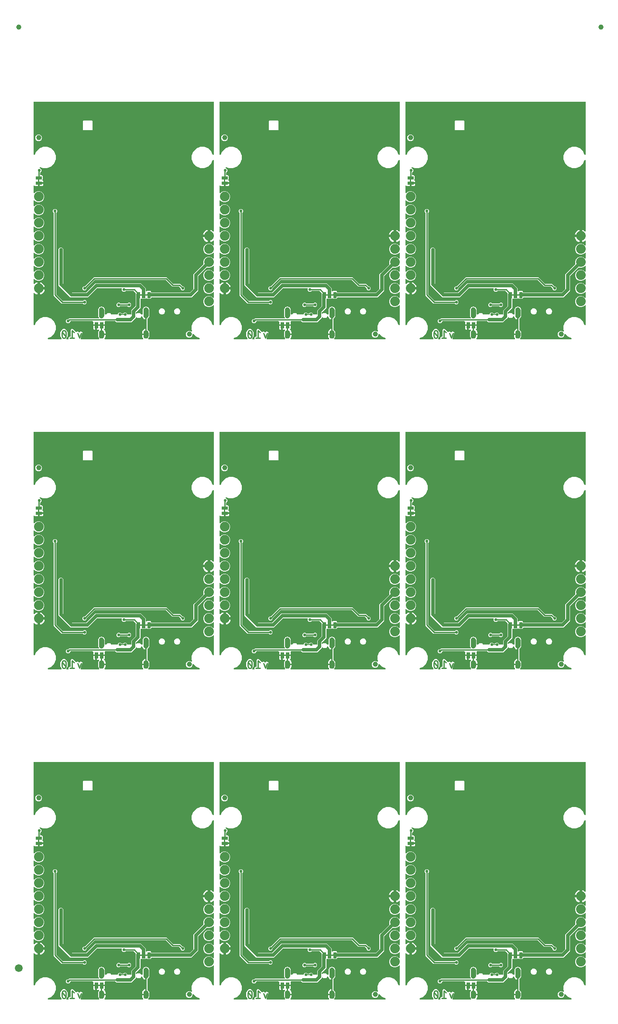
<source format=gbl>
G04 EAGLE Gerber RS-274X export*
G75*
%MOMM*%
%FSLAX34Y34*%
%LPD*%
%INBottom Copper*%
%IPPOS*%
%AMOC8*
5,1,8,0,0,1.08239X$1,22.5*%
G01*
%ADD10C,0.279400*%
%ADD11C,0.100000*%
%ADD12C,1.000000*%
%ADD13C,0.654000*%
%ADD14C,0.099059*%
%ADD15C,1.879600*%
%ADD16C,1.500000*%
%ADD17C,0.558800*%
%ADD18C,0.635000*%
%ADD19C,0.254000*%
%ADD20C,0.127000*%

G36*
X416486Y1282956D02*
X416486Y1282956D01*
X416496Y1282955D01*
X416644Y1282976D01*
X416792Y1282995D01*
X416801Y1282998D01*
X416811Y1283000D01*
X416949Y1283057D01*
X417088Y1283112D01*
X417096Y1283117D01*
X417105Y1283121D01*
X417224Y1283211D01*
X417345Y1283298D01*
X417351Y1283306D01*
X417359Y1283312D01*
X417452Y1283428D01*
X417548Y1283543D01*
X417552Y1283553D01*
X417558Y1283560D01*
X417620Y1283696D01*
X417683Y1283831D01*
X417685Y1283841D01*
X417689Y1283850D01*
X417715Y1283998D01*
X417743Y1284143D01*
X417742Y1284153D01*
X417744Y1284163D01*
X417732Y1284313D01*
X417723Y1284461D01*
X417720Y1284470D01*
X417719Y1284480D01*
X417677Y1284636D01*
X417088Y1286353D01*
X417086Y1286357D01*
X417028Y1286498D01*
X415616Y1289394D01*
X415616Y1296326D01*
X416477Y1298090D01*
X416521Y1298220D01*
X416569Y1298348D01*
X416575Y1298379D01*
X416579Y1298391D01*
X416581Y1298412D01*
X416587Y1298449D01*
X416664Y1298528D01*
X416685Y1298564D01*
X416711Y1298595D01*
X416791Y1298735D01*
X417028Y1299222D01*
X417029Y1299226D01*
X417088Y1299366D01*
X417607Y1300879D01*
X420605Y1303021D01*
X424289Y1303021D01*
X427287Y1300879D01*
X427805Y1299366D01*
X427807Y1299362D01*
X427865Y1299222D01*
X429277Y1296326D01*
X429277Y1289394D01*
X428417Y1287630D01*
X428373Y1287500D01*
X428324Y1287372D01*
X428319Y1287341D01*
X428314Y1287328D01*
X428313Y1287308D01*
X428306Y1287271D01*
X428229Y1287191D01*
X428209Y1287156D01*
X428182Y1287125D01*
X428102Y1286985D01*
X427865Y1286498D01*
X427864Y1286494D01*
X427805Y1286353D01*
X427216Y1284636D01*
X427214Y1284626D01*
X427210Y1284617D01*
X427182Y1284471D01*
X427152Y1284324D01*
X427152Y1284314D01*
X427150Y1284304D01*
X427160Y1284156D01*
X427167Y1284007D01*
X427169Y1283997D01*
X427170Y1283987D01*
X427216Y1283846D01*
X427260Y1283703D01*
X427265Y1283694D01*
X427268Y1283685D01*
X427348Y1283559D01*
X427426Y1283431D01*
X427433Y1283424D01*
X427438Y1283416D01*
X427547Y1283314D01*
X427654Y1283210D01*
X427663Y1283205D01*
X427670Y1283198D01*
X427800Y1283126D01*
X427930Y1283052D01*
X427940Y1283049D01*
X427948Y1283044D01*
X428092Y1283007D01*
X428237Y1282968D01*
X428247Y1282967D01*
X428256Y1282965D01*
X428417Y1282955D01*
X429978Y1282955D01*
X430096Y1282970D01*
X430215Y1282977D01*
X430253Y1282990D01*
X430294Y1282995D01*
X430404Y1283038D01*
X430518Y1283075D01*
X430552Y1283097D01*
X430589Y1283112D01*
X430686Y1283181D01*
X430786Y1283245D01*
X430814Y1283275D01*
X430847Y1283298D01*
X430923Y1283390D01*
X431004Y1283477D01*
X431024Y1283512D01*
X431049Y1283543D01*
X431100Y1283651D01*
X431158Y1283755D01*
X431168Y1283795D01*
X431185Y1283831D01*
X431207Y1283948D01*
X431237Y1284063D01*
X431241Y1284123D01*
X431245Y1284143D01*
X431244Y1284164D01*
X431247Y1284224D01*
X431247Y1286472D01*
X432810Y1288035D01*
X434141Y1288035D01*
X434259Y1288050D01*
X434378Y1288057D01*
X434416Y1288070D01*
X434456Y1288075D01*
X434567Y1288118D01*
X434680Y1288155D01*
X434715Y1288177D01*
X434752Y1288192D01*
X434848Y1288261D01*
X434949Y1288325D01*
X434977Y1288355D01*
X435009Y1288378D01*
X435085Y1288470D01*
X435167Y1288557D01*
X435186Y1288592D01*
X435212Y1288623D01*
X435263Y1288731D01*
X435320Y1288835D01*
X435331Y1288875D01*
X435348Y1288911D01*
X435370Y1289028D01*
X435400Y1289143D01*
X435404Y1289203D01*
X435408Y1289223D01*
X435406Y1289244D01*
X435410Y1289304D01*
X435410Y1300135D01*
X435408Y1300149D01*
X435402Y1300275D01*
X435298Y1301213D01*
X435306Y1301240D01*
X435320Y1301265D01*
X435353Y1301391D01*
X435357Y1301405D01*
X436037Y1302085D01*
X436046Y1302097D01*
X436131Y1302190D01*
X436720Y1302927D01*
X436745Y1302940D01*
X436773Y1302948D01*
X436886Y1303014D01*
X436898Y1303021D01*
X437860Y1303021D01*
X437874Y1303023D01*
X438000Y1303028D01*
X438938Y1303133D01*
X438965Y1303124D01*
X438990Y1303110D01*
X439116Y1303078D01*
X439130Y1303074D01*
X439810Y1302394D01*
X439821Y1302385D01*
X439915Y1302300D01*
X444774Y1298413D01*
X444789Y1298347D01*
X444802Y1298254D01*
X444826Y1298193D01*
X444842Y1298129D01*
X444886Y1298046D01*
X444921Y1297960D01*
X444960Y1297907D01*
X444991Y1297848D01*
X445054Y1297779D01*
X445110Y1297704D01*
X445161Y1297662D01*
X445205Y1297613D01*
X445283Y1297562D01*
X445356Y1297503D01*
X445416Y1297475D01*
X445471Y1297439D01*
X445560Y1297408D01*
X445645Y1297369D01*
X445709Y1297357D01*
X445772Y1297336D01*
X445865Y1297328D01*
X445957Y1297311D01*
X446023Y1297316D01*
X446089Y1297311D01*
X446181Y1297327D01*
X446275Y1297333D01*
X446385Y1297362D01*
X446402Y1297366D01*
X446410Y1297369D01*
X446430Y1297375D01*
X449020Y1298238D01*
X451024Y1297236D01*
X451041Y1297209D01*
X451079Y1297129D01*
X451124Y1297075D01*
X451162Y1297016D01*
X451226Y1296954D01*
X451284Y1296885D01*
X451341Y1296844D01*
X451392Y1296796D01*
X451470Y1296752D01*
X451543Y1296700D01*
X451608Y1296675D01*
X451669Y1296641D01*
X451756Y1296618D01*
X451839Y1296585D01*
X451909Y1296577D01*
X451976Y1296559D01*
X452066Y1296558D01*
X452155Y1296548D01*
X452224Y1296557D01*
X452295Y1296556D01*
X452381Y1296578D01*
X452470Y1296590D01*
X452535Y1296616D01*
X452603Y1296633D01*
X452682Y1296675D01*
X452765Y1296709D01*
X452821Y1296750D01*
X452883Y1296784D01*
X452949Y1296844D01*
X453021Y1296897D01*
X453065Y1296952D01*
X453117Y1296999D01*
X453166Y1297074D01*
X453222Y1297144D01*
X453252Y1297207D01*
X453271Y1297238D01*
X455271Y1298238D01*
X457368Y1297539D01*
X458356Y1295562D01*
X455092Y1285768D01*
X455090Y1285760D01*
X455086Y1285751D01*
X455059Y1285604D01*
X455030Y1285456D01*
X455030Y1285447D01*
X455029Y1285439D01*
X455039Y1285290D01*
X455044Y1285198D01*
X454841Y1284792D01*
X454809Y1284702D01*
X454769Y1284617D01*
X454757Y1284553D01*
X454735Y1284492D01*
X454727Y1284397D01*
X454709Y1284304D01*
X454713Y1284240D01*
X454708Y1284175D01*
X454723Y1284081D01*
X454729Y1283987D01*
X454749Y1283925D01*
X454760Y1283861D01*
X454798Y1283774D01*
X454827Y1283685D01*
X454862Y1283630D01*
X454888Y1283570D01*
X454947Y1283496D01*
X454997Y1283416D01*
X455045Y1283371D01*
X455085Y1283320D01*
X455160Y1283263D01*
X455229Y1283198D01*
X455286Y1283167D01*
X455338Y1283127D01*
X455425Y1283090D01*
X455507Y1283044D01*
X455570Y1283028D01*
X455630Y1283003D01*
X455724Y1282989D01*
X455815Y1282965D01*
X455926Y1282958D01*
X455945Y1282955D01*
X455955Y1282956D01*
X455976Y1282955D01*
X489886Y1282955D01*
X489987Y1282968D01*
X490090Y1282971D01*
X490145Y1282987D01*
X490201Y1282995D01*
X490296Y1283032D01*
X490395Y1283061D01*
X490444Y1283091D01*
X490497Y1283112D01*
X490580Y1283172D01*
X490668Y1283224D01*
X490708Y1283265D01*
X490754Y1283298D01*
X490820Y1283377D01*
X490892Y1283450D01*
X490921Y1283499D01*
X490957Y1283543D01*
X491001Y1283636D01*
X491053Y1283724D01*
X491068Y1283779D01*
X491093Y1283831D01*
X491112Y1283932D01*
X491140Y1284030D01*
X491142Y1284087D01*
X491153Y1284143D01*
X491146Y1284246D01*
X491149Y1284348D01*
X491134Y1284440D01*
X491133Y1284461D01*
X491129Y1284474D01*
X491123Y1284507D01*
X491110Y1284565D01*
X491058Y1284708D01*
X491007Y1284853D01*
X491003Y1284858D01*
X491001Y1284864D01*
X490914Y1284990D01*
X490829Y1285117D01*
X490824Y1285121D01*
X490821Y1285126D01*
X490706Y1285226D01*
X490668Y1285260D01*
X490428Y1285643D01*
X490389Y1285691D01*
X490357Y1285744D01*
X490251Y1285865D01*
X489938Y1286178D01*
X489919Y1286227D01*
X489916Y1286232D01*
X489913Y1286238D01*
X489824Y1286361D01*
X489794Y1286402D01*
X489645Y1286829D01*
X489617Y1286884D01*
X489598Y1286944D01*
X489522Y1287085D01*
X489286Y1287459D01*
X489279Y1287511D01*
X489277Y1287517D01*
X489276Y1287523D01*
X489217Y1287662D01*
X489196Y1287710D01*
X489146Y1288160D01*
X489131Y1288220D01*
X489126Y1288282D01*
X489082Y1288437D01*
X488968Y1288763D01*
X488969Y1288768D01*
X488979Y1288928D01*
X488979Y1289564D01*
X488978Y1289578D01*
X488971Y1289707D01*
X488912Y1290234D01*
X488922Y1290275D01*
X488961Y1290401D01*
X488962Y1290429D01*
X488969Y1290456D01*
X488979Y1290616D01*
X488979Y1294804D01*
X488976Y1294832D01*
X488978Y1294860D01*
X488956Y1294989D01*
X488939Y1295119D01*
X488929Y1295145D01*
X488924Y1295173D01*
X488913Y1295198D01*
X488971Y1295713D01*
X488971Y1295727D01*
X488979Y1295855D01*
X488979Y1296492D01*
X488974Y1296536D01*
X488976Y1296581D01*
X488964Y1296644D01*
X489082Y1296983D01*
X489095Y1297044D01*
X489117Y1297102D01*
X489146Y1297260D01*
X489195Y1297700D01*
X489222Y1297745D01*
X489223Y1297751D01*
X489227Y1297756D01*
X489267Y1297904D01*
X489281Y1297952D01*
X489522Y1298335D01*
X489548Y1298391D01*
X489582Y1298443D01*
X489645Y1298591D01*
X489791Y1299008D01*
X489827Y1299047D01*
X489830Y1299052D01*
X489834Y1299056D01*
X489907Y1299191D01*
X489931Y1299235D01*
X490251Y1299555D01*
X490289Y1299604D01*
X490334Y1299647D01*
X490428Y1299777D01*
X490671Y1300165D01*
X490676Y1300174D01*
X490682Y1300182D01*
X490743Y1300318D01*
X490805Y1300453D01*
X490807Y1300463D01*
X490811Y1300473D01*
X490836Y1300620D01*
X490864Y1300766D01*
X490863Y1300776D01*
X490865Y1300786D01*
X490852Y1300935D01*
X490842Y1301083D01*
X490839Y1301093D01*
X490838Y1301103D01*
X490789Y1301243D01*
X490743Y1301385D01*
X490737Y1301394D01*
X490734Y1301404D01*
X490651Y1301528D01*
X490571Y1301653D01*
X490564Y1301660D01*
X490558Y1301669D01*
X490447Y1301768D01*
X490339Y1301870D01*
X490329Y1301875D01*
X490322Y1301881D01*
X490190Y1301950D01*
X490059Y1302022D01*
X490049Y1302024D01*
X490040Y1302029D01*
X489896Y1302063D01*
X489751Y1302100D01*
X489741Y1302100D01*
X489730Y1302102D01*
X489581Y1302099D01*
X489433Y1302098D01*
X489423Y1302096D01*
X489412Y1302096D01*
X489269Y1302056D01*
X489125Y1302018D01*
X489116Y1302013D01*
X489106Y1302010D01*
X489002Y1301959D01*
X488219Y1301749D01*
X486663Y1301749D01*
X486663Y1309307D01*
X494031Y1309307D01*
X494031Y1300582D01*
X493114Y1300261D01*
X493110Y1300255D01*
X493104Y1300257D01*
X492156Y1299661D01*
X492153Y1299653D01*
X492148Y1299654D01*
X491356Y1298862D01*
X491355Y1298854D01*
X491349Y1298854D01*
X490753Y1297906D01*
X490754Y1297897D01*
X490749Y1297896D01*
X490379Y1296839D01*
X490381Y1296831D01*
X490376Y1296828D01*
X490251Y1295716D01*
X490253Y1295712D01*
X490251Y1295710D01*
X490251Y1289710D01*
X490253Y1289707D01*
X490251Y1289705D01*
X490376Y1288592D01*
X490382Y1288586D01*
X490379Y1288581D01*
X490749Y1287524D01*
X490756Y1287520D01*
X490753Y1287514D01*
X491349Y1286566D01*
X491357Y1286563D01*
X491356Y1286558D01*
X492148Y1285766D01*
X492156Y1285765D01*
X492156Y1285759D01*
X493104Y1285163D01*
X493113Y1285164D01*
X493114Y1285159D01*
X494171Y1284789D01*
X494179Y1284791D01*
X494182Y1284786D01*
X495295Y1284661D01*
X495302Y1284665D01*
X495306Y1284661D01*
X496418Y1284786D01*
X496424Y1284792D01*
X496429Y1284789D01*
X497486Y1285159D01*
X497490Y1285166D01*
X497496Y1285163D01*
X498444Y1285759D01*
X498447Y1285767D01*
X498452Y1285766D01*
X499244Y1286558D01*
X499245Y1286566D01*
X499251Y1286566D01*
X499847Y1287514D01*
X499846Y1287523D01*
X499851Y1287524D01*
X500221Y1288581D01*
X500220Y1288585D01*
X500222Y1288587D01*
X500220Y1288590D01*
X500224Y1288592D01*
X500349Y1289705D01*
X500347Y1289708D01*
X500349Y1289710D01*
X500349Y1291441D01*
X502891Y1291441D01*
X502891Y1288962D01*
X502599Y1287496D01*
X502027Y1286114D01*
X501235Y1284929D01*
X501228Y1284916D01*
X501219Y1284905D01*
X501157Y1284774D01*
X501093Y1284645D01*
X501090Y1284630D01*
X501083Y1284617D01*
X501056Y1284476D01*
X501026Y1284334D01*
X501026Y1284319D01*
X501023Y1284304D01*
X501032Y1284161D01*
X501038Y1284016D01*
X501042Y1284002D01*
X501043Y1283987D01*
X501088Y1283850D01*
X501129Y1283711D01*
X501137Y1283699D01*
X501141Y1283685D01*
X501219Y1283562D01*
X501293Y1283439D01*
X501303Y1283428D01*
X501311Y1283416D01*
X501417Y1283317D01*
X501519Y1283216D01*
X501532Y1283208D01*
X501543Y1283198D01*
X501670Y1283128D01*
X501794Y1283056D01*
X501809Y1283052D01*
X501822Y1283044D01*
X501961Y1283008D01*
X502100Y1282969D01*
X502115Y1282969D01*
X502129Y1282965D01*
X502290Y1282955D01*
X574670Y1282955D01*
X574684Y1282957D01*
X574699Y1282955D01*
X574842Y1282976D01*
X574985Y1282995D01*
X574999Y1283000D01*
X575014Y1283002D01*
X575147Y1283059D01*
X575281Y1283112D01*
X575293Y1283120D01*
X575307Y1283126D01*
X575421Y1283214D01*
X575538Y1283298D01*
X575548Y1283310D01*
X575560Y1283319D01*
X575649Y1283432D01*
X575741Y1283543D01*
X575747Y1283557D01*
X575757Y1283568D01*
X575815Y1283701D01*
X575877Y1283831D01*
X575879Y1283846D01*
X575885Y1283859D01*
X575909Y1284002D01*
X575936Y1284143D01*
X575936Y1284158D01*
X575938Y1284173D01*
X575926Y1284317D01*
X575917Y1284461D01*
X575912Y1284475D01*
X575911Y1284490D01*
X575863Y1284626D01*
X575819Y1284763D01*
X575811Y1284776D01*
X575806Y1284790D01*
X575725Y1284929D01*
X574933Y1286114D01*
X574361Y1287496D01*
X574069Y1288963D01*
X574069Y1291441D01*
X576611Y1291441D01*
X576611Y1289710D01*
X576613Y1289707D01*
X576611Y1289705D01*
X576736Y1288592D01*
X576742Y1288586D01*
X576739Y1288581D01*
X577109Y1287524D01*
X577116Y1287520D01*
X577113Y1287514D01*
X577709Y1286566D01*
X577717Y1286563D01*
X577716Y1286558D01*
X578508Y1285766D01*
X578516Y1285765D01*
X578516Y1285759D01*
X579464Y1285163D01*
X579473Y1285164D01*
X579474Y1285159D01*
X580531Y1284789D01*
X580539Y1284791D01*
X580542Y1284786D01*
X581655Y1284661D01*
X581662Y1284665D01*
X581666Y1284661D01*
X582778Y1284786D01*
X582784Y1284792D01*
X582789Y1284789D01*
X583846Y1285159D01*
X583850Y1285166D01*
X583856Y1285163D01*
X584804Y1285759D01*
X584807Y1285767D01*
X584812Y1285766D01*
X585604Y1286558D01*
X585605Y1286566D01*
X585611Y1286566D01*
X586207Y1287514D01*
X586206Y1287523D01*
X586211Y1287524D01*
X586581Y1288581D01*
X586580Y1288585D01*
X586582Y1288587D01*
X586580Y1288590D01*
X586584Y1288592D01*
X586709Y1289705D01*
X586707Y1289708D01*
X586709Y1289710D01*
X586709Y1295710D01*
X586707Y1295713D01*
X586709Y1295716D01*
X586584Y1296828D01*
X586578Y1296834D01*
X586581Y1296839D01*
X586211Y1297896D01*
X586205Y1297900D01*
X586207Y1297906D01*
X585611Y1298854D01*
X585603Y1298857D01*
X585604Y1298862D01*
X584812Y1299654D01*
X584804Y1299655D01*
X584804Y1299661D01*
X583856Y1300257D01*
X583847Y1300256D01*
X583846Y1300261D01*
X582929Y1300582D01*
X582929Y1324138D01*
X583846Y1324459D01*
X583850Y1324466D01*
X583856Y1324463D01*
X584804Y1325059D01*
X584807Y1325067D01*
X584812Y1325066D01*
X585604Y1325858D01*
X585605Y1325866D01*
X585611Y1325866D01*
X586207Y1326814D01*
X586206Y1326823D01*
X586211Y1326824D01*
X586581Y1327881D01*
X586580Y1327885D01*
X586582Y1327887D01*
X586580Y1327890D01*
X586584Y1327892D01*
X586709Y1329005D01*
X586707Y1329008D01*
X586709Y1329010D01*
X586709Y1340010D01*
X586707Y1340013D01*
X586709Y1340016D01*
X586584Y1341128D01*
X586578Y1341134D01*
X586581Y1341139D01*
X586211Y1342196D01*
X586205Y1342200D01*
X586207Y1342206D01*
X585611Y1343154D01*
X585603Y1343157D01*
X585604Y1343162D01*
X584812Y1343954D01*
X584804Y1343955D01*
X584804Y1343961D01*
X583856Y1344557D01*
X583847Y1344556D01*
X583846Y1344561D01*
X582789Y1344931D01*
X582781Y1344929D01*
X582778Y1344934D01*
X581666Y1345059D01*
X581658Y1345055D01*
X581655Y1345059D01*
X580542Y1344934D01*
X580536Y1344928D01*
X580531Y1344931D01*
X579474Y1344561D01*
X579470Y1344555D01*
X579464Y1344557D01*
X578516Y1343961D01*
X578513Y1343953D01*
X578508Y1343954D01*
X577716Y1343162D01*
X577715Y1343154D01*
X577709Y1343154D01*
X577113Y1342206D01*
X577114Y1342199D01*
X577110Y1342197D01*
X577110Y1342196D01*
X577109Y1342196D01*
X576739Y1341139D01*
X576741Y1341131D01*
X576736Y1341128D01*
X576611Y1340016D01*
X576613Y1340012D01*
X576611Y1340010D01*
X576611Y1329010D01*
X576613Y1329007D01*
X576611Y1329005D01*
X576736Y1327892D01*
X576742Y1327886D01*
X576739Y1327881D01*
X577109Y1326824D01*
X577116Y1326820D01*
X577113Y1326814D01*
X577709Y1325866D01*
X577717Y1325863D01*
X577716Y1325858D01*
X578508Y1325066D01*
X578516Y1325065D01*
X578516Y1325059D01*
X579464Y1324463D01*
X579473Y1324464D01*
X579474Y1324459D01*
X580391Y1324138D01*
X580391Y1321523D01*
X579446Y1321711D01*
X578064Y1322283D01*
X577330Y1322774D01*
X576821Y1323114D01*
X575764Y1324171D01*
X574933Y1325414D01*
X574361Y1326796D01*
X574354Y1326831D01*
X574321Y1326931D01*
X574296Y1327032D01*
X574271Y1327081D01*
X574253Y1327133D01*
X574197Y1327221D01*
X574148Y1327313D01*
X574111Y1327354D01*
X574081Y1327400D01*
X574004Y1327471D01*
X573934Y1327548D01*
X573888Y1327579D01*
X573847Y1327616D01*
X573755Y1327666D01*
X573668Y1327723D01*
X573616Y1327741D01*
X573567Y1327767D01*
X573466Y1327793D01*
X573367Y1327826D01*
X573312Y1327831D01*
X573259Y1327844D01*
X573154Y1327843D01*
X573050Y1327852D01*
X572996Y1327842D01*
X572941Y1327842D01*
X572840Y1327815D01*
X572737Y1327797D01*
X572687Y1327775D01*
X572633Y1327760D01*
X572542Y1327710D01*
X572447Y1327667D01*
X572404Y1327632D01*
X572356Y1327605D01*
X572280Y1327533D01*
X572199Y1327468D01*
X572165Y1327424D01*
X572125Y1327386D01*
X572070Y1327297D01*
X572007Y1327214D01*
X571968Y1327135D01*
X571957Y1327116D01*
X571952Y1327102D01*
X571936Y1327069D01*
X571643Y1326361D01*
X570229Y1324947D01*
X568380Y1324181D01*
X566380Y1324181D01*
X564531Y1324947D01*
X563970Y1325508D01*
X563876Y1325581D01*
X563787Y1325660D01*
X563751Y1325678D01*
X563719Y1325703D01*
X563610Y1325750D01*
X563504Y1325804D01*
X563464Y1325813D01*
X563427Y1325829D01*
X563309Y1325848D01*
X563193Y1325874D01*
X563153Y1325873D01*
X563113Y1325879D01*
X562994Y1325868D01*
X562876Y1325864D01*
X562837Y1325853D01*
X562796Y1325849D01*
X562684Y1325809D01*
X562570Y1325776D01*
X562535Y1325755D01*
X562497Y1325742D01*
X562399Y1325675D01*
X562296Y1325614D01*
X562251Y1325575D01*
X562234Y1325563D01*
X562221Y1325548D01*
X562175Y1325508D01*
X559000Y1322333D01*
X553021Y1316354D01*
X523939Y1316354D01*
X522405Y1317888D01*
X522327Y1317948D01*
X522255Y1318016D01*
X522202Y1318045D01*
X522154Y1318082D01*
X522063Y1318122D01*
X521976Y1318170D01*
X521918Y1318185D01*
X521862Y1318209D01*
X521764Y1318224D01*
X521668Y1318249D01*
X521568Y1318255D01*
X521548Y1318259D01*
X521536Y1318257D01*
X521508Y1318259D01*
X502539Y1318259D01*
X502421Y1318244D01*
X502302Y1318237D01*
X502264Y1318224D01*
X502223Y1318219D01*
X502113Y1318176D01*
X502000Y1318139D01*
X501965Y1318117D01*
X501928Y1318102D01*
X501832Y1318033D01*
X501731Y1317969D01*
X501703Y1317939D01*
X501670Y1317916D01*
X501594Y1317824D01*
X501513Y1317737D01*
X501493Y1317702D01*
X501468Y1317671D01*
X501417Y1317563D01*
X501359Y1317459D01*
X501349Y1317419D01*
X501332Y1317383D01*
X501310Y1317266D01*
X501280Y1317151D01*
X501276Y1317091D01*
X501272Y1317071D01*
X501274Y1317050D01*
X501270Y1316990D01*
X501270Y1312290D01*
X495808Y1312290D01*
X495690Y1312275D01*
X495571Y1312268D01*
X495533Y1312255D01*
X495493Y1312250D01*
X495382Y1312207D01*
X495269Y1312170D01*
X495235Y1312148D01*
X495197Y1312133D01*
X495101Y1312064D01*
X495000Y1312000D01*
X494975Y1311973D01*
X485458Y1311973D01*
X485379Y1312047D01*
X485344Y1312067D01*
X485312Y1312092D01*
X485205Y1312143D01*
X485100Y1312201D01*
X485061Y1312211D01*
X485025Y1312228D01*
X484908Y1312250D01*
X484792Y1312280D01*
X484732Y1312284D01*
X484712Y1312288D01*
X484692Y1312286D01*
X484632Y1312290D01*
X479170Y1312290D01*
X479170Y1316990D01*
X479155Y1317108D01*
X479148Y1317227D01*
X479135Y1317265D01*
X479130Y1317306D01*
X479087Y1317416D01*
X479050Y1317529D01*
X479028Y1317564D01*
X479013Y1317601D01*
X478943Y1317697D01*
X478880Y1317798D01*
X478850Y1317826D01*
X478827Y1317859D01*
X478735Y1317935D01*
X478648Y1318016D01*
X478613Y1318036D01*
X478582Y1318061D01*
X478474Y1318112D01*
X478370Y1318170D01*
X478330Y1318180D01*
X478294Y1318197D01*
X478177Y1318219D01*
X478062Y1318249D01*
X478001Y1318253D01*
X477981Y1318257D01*
X477961Y1318255D01*
X477901Y1318259D01*
X435864Y1318259D01*
X435746Y1318244D01*
X435627Y1318237D01*
X435589Y1318224D01*
X435548Y1318219D01*
X435438Y1318176D01*
X435325Y1318139D01*
X435290Y1318117D01*
X435253Y1318102D01*
X435157Y1318033D01*
X435056Y1317969D01*
X435028Y1317939D01*
X434995Y1317916D01*
X434919Y1317824D01*
X434838Y1317737D01*
X434818Y1317702D01*
X434793Y1317671D01*
X434742Y1317563D01*
X434684Y1317459D01*
X434674Y1317419D01*
X434657Y1317383D01*
X434635Y1317266D01*
X434605Y1317151D01*
X434601Y1317091D01*
X434597Y1317071D01*
X434599Y1317050D01*
X434595Y1316990D01*
X434595Y1316576D01*
X432214Y1314195D01*
X428846Y1314195D01*
X426465Y1316576D01*
X426465Y1319944D01*
X428846Y1322325D01*
X430476Y1322325D01*
X430574Y1322337D01*
X430673Y1322340D01*
X430731Y1322357D01*
X430791Y1322365D01*
X430883Y1322401D01*
X430979Y1322429D01*
X431031Y1322459D01*
X431087Y1322482D01*
X431167Y1322540D01*
X431252Y1322590D01*
X431328Y1322656D01*
X431344Y1322668D01*
X431352Y1322678D01*
X431373Y1322696D01*
X432018Y1323341D01*
X489011Y1323341D01*
X489148Y1323358D01*
X489287Y1323371D01*
X489306Y1323378D01*
X489326Y1323381D01*
X489455Y1323432D01*
X489586Y1323479D01*
X489603Y1323490D01*
X489622Y1323498D01*
X489734Y1323579D01*
X489849Y1323657D01*
X489863Y1323673D01*
X489879Y1323684D01*
X489968Y1323792D01*
X490060Y1323896D01*
X490069Y1323914D01*
X490082Y1323929D01*
X490141Y1324055D01*
X490205Y1324179D01*
X490209Y1324199D01*
X490218Y1324217D01*
X490244Y1324354D01*
X490274Y1324489D01*
X490274Y1324510D01*
X490277Y1324529D01*
X490269Y1324668D01*
X490264Y1324807D01*
X490259Y1324827D01*
X490258Y1324847D01*
X490215Y1324979D01*
X490176Y1325113D01*
X490166Y1325130D01*
X490160Y1325149D01*
X490085Y1325267D01*
X490014Y1325387D01*
X489996Y1325408D01*
X489989Y1325418D01*
X489974Y1325432D01*
X489941Y1325470D01*
X489919Y1325527D01*
X489915Y1325532D01*
X489913Y1325538D01*
X489825Y1325659D01*
X489794Y1325702D01*
X489645Y1326129D01*
X489617Y1326184D01*
X489598Y1326244D01*
X489522Y1326385D01*
X489286Y1326759D01*
X489279Y1326812D01*
X489277Y1326817D01*
X489276Y1326823D01*
X489216Y1326964D01*
X489196Y1327010D01*
X489146Y1327460D01*
X489131Y1327520D01*
X489126Y1327582D01*
X489082Y1327737D01*
X488968Y1328064D01*
X488969Y1328068D01*
X488979Y1328228D01*
X488979Y1328864D01*
X488978Y1328878D01*
X488971Y1329007D01*
X488914Y1329517D01*
X488917Y1329524D01*
X488934Y1329612D01*
X488961Y1329701D01*
X488962Y1329729D01*
X488969Y1329756D01*
X488973Y1329817D01*
X488977Y1329836D01*
X488975Y1329856D01*
X488979Y1329916D01*
X488979Y1339104D01*
X488976Y1339131D01*
X488978Y1339159D01*
X488956Y1339289D01*
X488939Y1339419D01*
X488929Y1339445D01*
X488924Y1339473D01*
X488913Y1339498D01*
X488971Y1340014D01*
X488971Y1340027D01*
X488979Y1340156D01*
X488979Y1340792D01*
X488974Y1340836D01*
X488976Y1340881D01*
X488964Y1340944D01*
X489082Y1341283D01*
X489095Y1341344D01*
X489117Y1341402D01*
X489146Y1341560D01*
X489195Y1342000D01*
X489222Y1342045D01*
X489223Y1342051D01*
X489227Y1342056D01*
X489267Y1342204D01*
X489281Y1342252D01*
X489522Y1342635D01*
X489548Y1342691D01*
X489582Y1342743D01*
X489645Y1342891D01*
X489791Y1343308D01*
X489827Y1343347D01*
X489830Y1343352D01*
X489834Y1343357D01*
X489907Y1343492D01*
X489931Y1343535D01*
X490251Y1343855D01*
X490289Y1343904D01*
X490334Y1343947D01*
X490428Y1344077D01*
X490663Y1344451D01*
X490707Y1344481D01*
X490711Y1344485D01*
X490716Y1344489D01*
X490816Y1344603D01*
X490850Y1344642D01*
X491233Y1344882D01*
X491281Y1344921D01*
X491334Y1344953D01*
X491455Y1345059D01*
X491768Y1345372D01*
X491817Y1345391D01*
X491822Y1345394D01*
X491828Y1345397D01*
X491951Y1345486D01*
X491992Y1345516D01*
X492419Y1345665D01*
X492474Y1345693D01*
X492534Y1345712D01*
X492675Y1345788D01*
X493049Y1346024D01*
X493101Y1346031D01*
X493107Y1346033D01*
X493113Y1346034D01*
X493253Y1346094D01*
X493300Y1346114D01*
X493750Y1346164D01*
X493810Y1346179D01*
X493872Y1346184D01*
X494027Y1346228D01*
X494444Y1346374D01*
X494496Y1346369D01*
X494502Y1346370D01*
X494509Y1346370D01*
X494658Y1346397D01*
X494709Y1346406D01*
X495158Y1346355D01*
X495220Y1346356D01*
X495281Y1346347D01*
X495442Y1346355D01*
X495881Y1346405D01*
X495931Y1346389D01*
X495938Y1346388D01*
X495944Y1346387D01*
X496096Y1346380D01*
X496147Y1346377D01*
X496573Y1346228D01*
X496634Y1346215D01*
X496692Y1346193D01*
X496850Y1346164D01*
X497290Y1346115D01*
X497335Y1346088D01*
X497341Y1346087D01*
X497346Y1346083D01*
X497494Y1346043D01*
X497542Y1346029D01*
X497925Y1345788D01*
X497981Y1345762D01*
X498033Y1345728D01*
X498181Y1345665D01*
X498598Y1345519D01*
X498637Y1345483D01*
X498642Y1345480D01*
X498647Y1345476D01*
X498782Y1345403D01*
X498825Y1345379D01*
X499145Y1345059D01*
X499194Y1345021D01*
X499237Y1344976D01*
X499367Y1344882D01*
X499741Y1344647D01*
X499771Y1344603D01*
X499775Y1344599D01*
X499779Y1344594D01*
X499893Y1344494D01*
X499932Y1344460D01*
X500172Y1344077D01*
X500211Y1344029D01*
X500243Y1343976D01*
X500349Y1343855D01*
X500662Y1343542D01*
X500681Y1343493D01*
X500684Y1343488D01*
X500687Y1343482D01*
X500776Y1343359D01*
X500806Y1343318D01*
X500955Y1342891D01*
X500983Y1342836D01*
X501002Y1342776D01*
X501078Y1342635D01*
X501314Y1342261D01*
X501321Y1342209D01*
X501323Y1342203D01*
X501324Y1342197D01*
X501385Y1342055D01*
X501404Y1342010D01*
X501454Y1341560D01*
X501469Y1341500D01*
X501474Y1341438D01*
X501518Y1341283D01*
X501632Y1340957D01*
X501631Y1340952D01*
X501621Y1340792D01*
X501621Y1340156D01*
X501622Y1340142D01*
X501629Y1340013D01*
X501688Y1339486D01*
X501678Y1339445D01*
X501639Y1339319D01*
X501638Y1339291D01*
X501631Y1339264D01*
X501621Y1339104D01*
X501621Y1332230D01*
X501636Y1332112D01*
X501643Y1331993D01*
X501656Y1331955D01*
X501661Y1331914D01*
X501704Y1331804D01*
X501741Y1331691D01*
X501763Y1331656D01*
X501778Y1331619D01*
X501847Y1331523D01*
X501911Y1331422D01*
X501941Y1331394D01*
X501964Y1331361D01*
X502056Y1331285D01*
X502143Y1331204D01*
X502178Y1331184D01*
X502209Y1331159D01*
X502317Y1331108D01*
X502421Y1331050D01*
X502461Y1331040D01*
X502497Y1331023D01*
X502614Y1331001D01*
X502729Y1330971D01*
X502789Y1330967D01*
X502809Y1330963D01*
X502830Y1330965D01*
X502890Y1330961D01*
X504014Y1330961D01*
X504043Y1330964D01*
X504073Y1330962D01*
X504201Y1330984D01*
X504330Y1331001D01*
X504357Y1331011D01*
X504386Y1331016D01*
X504505Y1331070D01*
X504625Y1331118D01*
X504649Y1331135D01*
X504676Y1331147D01*
X504778Y1331228D01*
X504883Y1331304D01*
X504901Y1331327D01*
X504925Y1331346D01*
X505003Y1331449D01*
X505085Y1331549D01*
X505098Y1331576D01*
X505116Y1331600D01*
X505187Y1331744D01*
X505317Y1332059D01*
X506731Y1333473D01*
X508580Y1334239D01*
X510580Y1334239D01*
X512429Y1333473D01*
X513843Y1332059D01*
X513973Y1331744D01*
X513988Y1331719D01*
X513997Y1331691D01*
X514066Y1331581D01*
X514131Y1331468D01*
X514151Y1331447D01*
X514167Y1331422D01*
X514262Y1331333D01*
X514352Y1331240D01*
X514377Y1331224D01*
X514399Y1331204D01*
X514512Y1331141D01*
X514623Y1331073D01*
X514652Y1331065D01*
X514677Y1331050D01*
X514803Y1331018D01*
X514927Y1330980D01*
X514957Y1330978D01*
X514985Y1330971D01*
X515146Y1330961D01*
X525526Y1330961D01*
X525644Y1330976D01*
X525763Y1330983D01*
X525801Y1330996D01*
X525842Y1331001D01*
X525952Y1331044D01*
X526065Y1331081D01*
X526100Y1331103D01*
X526137Y1331118D01*
X526233Y1331187D01*
X526334Y1331251D01*
X526362Y1331281D01*
X526395Y1331304D01*
X526471Y1331396D01*
X526552Y1331483D01*
X526572Y1331518D01*
X526597Y1331549D01*
X526648Y1331657D01*
X526706Y1331761D01*
X526716Y1331801D01*
X526733Y1331837D01*
X526755Y1331954D01*
X526785Y1332069D01*
X526789Y1332129D01*
X526793Y1332149D01*
X526791Y1332170D01*
X526795Y1332230D01*
X526795Y1332644D01*
X529176Y1335025D01*
X532544Y1335025D01*
X534331Y1333237D01*
X534409Y1333177D01*
X534481Y1333109D01*
X534534Y1333080D01*
X534582Y1333043D01*
X534673Y1333003D01*
X534760Y1332955D01*
X534818Y1332940D01*
X534874Y1332916D01*
X534972Y1332901D01*
X535068Y1332876D01*
X535168Y1332870D01*
X535188Y1332866D01*
X535200Y1332868D01*
X535228Y1332866D01*
X536652Y1332866D01*
X536750Y1332878D01*
X536849Y1332881D01*
X536907Y1332898D01*
X536967Y1332906D01*
X537059Y1332942D01*
X537154Y1332970D01*
X537206Y1333000D01*
X537263Y1333023D01*
X537343Y1333081D01*
X537428Y1333131D01*
X537504Y1333197D01*
X537520Y1333209D01*
X537528Y1333219D01*
X537549Y1333237D01*
X539336Y1335025D01*
X542704Y1335025D01*
X545085Y1332644D01*
X545085Y1332230D01*
X545100Y1332112D01*
X545107Y1331993D01*
X545120Y1331955D01*
X545125Y1331914D01*
X545168Y1331804D01*
X545205Y1331691D01*
X545227Y1331656D01*
X545242Y1331619D01*
X545311Y1331523D01*
X545375Y1331422D01*
X545405Y1331394D01*
X545428Y1331361D01*
X545520Y1331285D01*
X545607Y1331204D01*
X545642Y1331184D01*
X545673Y1331159D01*
X545781Y1331108D01*
X545885Y1331050D01*
X545925Y1331040D01*
X545961Y1331023D01*
X546078Y1331001D01*
X546193Y1330971D01*
X546253Y1330967D01*
X546273Y1330963D01*
X546294Y1330965D01*
X546354Y1330961D01*
X551815Y1330961D01*
X551933Y1330976D01*
X552052Y1330983D01*
X552090Y1330996D01*
X552131Y1331001D01*
X552241Y1331044D01*
X552354Y1331081D01*
X552389Y1331103D01*
X552426Y1331118D01*
X552522Y1331187D01*
X552623Y1331251D01*
X552651Y1331281D01*
X552684Y1331304D01*
X552760Y1331396D01*
X552841Y1331483D01*
X552861Y1331518D01*
X552886Y1331549D01*
X552937Y1331657D01*
X552995Y1331761D01*
X553005Y1331801D01*
X553022Y1331837D01*
X553044Y1331954D01*
X553074Y1332069D01*
X553078Y1332129D01*
X553082Y1332149D01*
X553080Y1332170D01*
X553084Y1332230D01*
X553084Y1339151D01*
X561349Y1347416D01*
X561409Y1347494D01*
X561477Y1347566D01*
X561506Y1347619D01*
X561543Y1347667D01*
X561583Y1347758D01*
X561631Y1347845D01*
X561646Y1347903D01*
X561670Y1347959D01*
X561685Y1348057D01*
X561710Y1348153D01*
X561716Y1348253D01*
X561720Y1348273D01*
X561718Y1348285D01*
X561720Y1348313D01*
X561720Y1361821D01*
X561708Y1361919D01*
X561705Y1362018D01*
X561688Y1362076D01*
X561680Y1362137D01*
X561644Y1362229D01*
X561616Y1362324D01*
X561593Y1362363D01*
X561593Y1372308D01*
X561581Y1372406D01*
X561578Y1372505D01*
X561561Y1372563D01*
X561553Y1372623D01*
X561517Y1372715D01*
X561489Y1372811D01*
X561459Y1372863D01*
X561436Y1372919D01*
X561378Y1372999D01*
X561328Y1373084D01*
X561262Y1373160D01*
X561250Y1373176D01*
X561240Y1373184D01*
X561222Y1373205D01*
X558119Y1376308D01*
X558041Y1376368D01*
X557969Y1376436D01*
X557916Y1376465D01*
X557868Y1376502D01*
X557777Y1376542D01*
X557690Y1376590D01*
X557632Y1376605D01*
X557576Y1376629D01*
X557478Y1376644D01*
X557383Y1376669D01*
X557282Y1376675D01*
X557262Y1376679D01*
X557250Y1376677D01*
X557222Y1376679D01*
X542213Y1376679D01*
X542115Y1376667D01*
X542016Y1376664D01*
X541958Y1376647D01*
X541898Y1376639D01*
X541806Y1376603D01*
X541711Y1376575D01*
X541659Y1376545D01*
X541602Y1376522D01*
X541522Y1376464D01*
X541437Y1376414D01*
X541361Y1376348D01*
X541345Y1376336D01*
X541337Y1376326D01*
X541316Y1376308D01*
X540164Y1375155D01*
X536796Y1375155D01*
X534415Y1377536D01*
X534415Y1381125D01*
X534400Y1381243D01*
X534393Y1381362D01*
X534380Y1381400D01*
X534375Y1381441D01*
X534332Y1381551D01*
X534295Y1381664D01*
X534273Y1381699D01*
X534258Y1381736D01*
X534189Y1381832D01*
X534125Y1381933D01*
X534095Y1381961D01*
X534072Y1381994D01*
X533980Y1382070D01*
X533893Y1382151D01*
X533858Y1382171D01*
X533827Y1382196D01*
X533719Y1382247D01*
X533615Y1382305D01*
X533575Y1382315D01*
X533539Y1382332D01*
X533422Y1382354D01*
X533307Y1382384D01*
X533247Y1382388D01*
X533227Y1382392D01*
X533206Y1382390D01*
X533146Y1382394D01*
X487507Y1382394D01*
X487409Y1382382D01*
X487310Y1382379D01*
X487252Y1382362D01*
X487192Y1382354D01*
X487100Y1382318D01*
X487005Y1382290D01*
X486952Y1382260D01*
X486896Y1382237D01*
X486816Y1382179D01*
X486731Y1382129D01*
X486655Y1382063D01*
X486639Y1382051D01*
X486631Y1382041D01*
X486610Y1382023D01*
X469201Y1364614D01*
X435039Y1364614D01*
X432063Y1367590D01*
X412114Y1387539D01*
X412114Y1458531D01*
X414719Y1461136D01*
X418401Y1461136D01*
X421006Y1458531D01*
X421006Y1391747D01*
X421018Y1391649D01*
X421021Y1391550D01*
X421038Y1391492D01*
X421046Y1391432D01*
X421082Y1391340D01*
X421110Y1391245D01*
X421140Y1391192D01*
X421163Y1391136D01*
X421221Y1391056D01*
X421271Y1390971D01*
X421337Y1390895D01*
X421349Y1390879D01*
X421359Y1390871D01*
X421377Y1390850D01*
X438350Y1373877D01*
X438428Y1373817D01*
X438500Y1373749D01*
X438553Y1373720D01*
X438601Y1373683D01*
X438692Y1373643D01*
X438779Y1373595D01*
X438837Y1373580D01*
X438893Y1373556D01*
X438991Y1373541D01*
X439087Y1373516D01*
X439187Y1373510D01*
X439207Y1373506D01*
X439219Y1373508D01*
X439247Y1373506D01*
X464993Y1373506D01*
X465091Y1373518D01*
X465190Y1373521D01*
X465248Y1373538D01*
X465308Y1373546D01*
X465400Y1373582D01*
X465495Y1373610D01*
X465548Y1373640D01*
X465604Y1373663D01*
X465684Y1373721D01*
X465769Y1373771D01*
X465845Y1373837D01*
X465861Y1373849D01*
X465869Y1373859D01*
X465890Y1373877D01*
X483299Y1391286D01*
X572071Y1391286D01*
X581026Y1382331D01*
X581026Y1377315D01*
X581043Y1377177D01*
X581056Y1377039D01*
X581063Y1377020D01*
X581066Y1376999D01*
X581117Y1376870D01*
X581164Y1376739D01*
X581175Y1376723D01*
X581183Y1376704D01*
X581264Y1376591D01*
X581342Y1376476D01*
X581358Y1376463D01*
X581369Y1376446D01*
X581477Y1376358D01*
X581581Y1376266D01*
X581599Y1376256D01*
X581614Y1376244D01*
X581740Y1376184D01*
X581864Y1376121D01*
X581884Y1376117D01*
X581902Y1376108D01*
X582039Y1376082D01*
X582174Y1376051D01*
X582195Y1376052D01*
X582214Y1376048D01*
X582353Y1376057D01*
X582492Y1376061D01*
X582512Y1376067D01*
X582532Y1376068D01*
X582664Y1376111D01*
X582798Y1376149D01*
X582815Y1376160D01*
X582834Y1376166D01*
X582952Y1376240D01*
X583072Y1376311D01*
X583093Y1376330D01*
X583103Y1376336D01*
X583117Y1376351D01*
X583193Y1376417D01*
X583456Y1376681D01*
X590532Y1376681D01*
X591567Y1375646D01*
X591567Y1374775D01*
X591582Y1374657D01*
X591589Y1374538D01*
X591602Y1374500D01*
X591607Y1374459D01*
X591650Y1374349D01*
X591687Y1374236D01*
X591709Y1374201D01*
X591724Y1374164D01*
X591793Y1374068D01*
X591857Y1373967D01*
X591887Y1373939D01*
X591910Y1373906D01*
X592002Y1373830D01*
X592089Y1373749D01*
X592124Y1373729D01*
X592155Y1373704D01*
X592263Y1373653D01*
X592367Y1373595D01*
X592407Y1373585D01*
X592443Y1373568D01*
X592560Y1373546D01*
X592675Y1373516D01*
X592735Y1373512D01*
X592755Y1373508D01*
X592776Y1373510D01*
X592836Y1373506D01*
X665653Y1373506D01*
X665751Y1373518D01*
X665850Y1373521D01*
X665908Y1373538D01*
X665968Y1373546D01*
X666060Y1373582D01*
X666155Y1373610D01*
X666208Y1373640D01*
X666264Y1373663D01*
X666344Y1373721D01*
X666429Y1373771D01*
X666505Y1373837D01*
X666521Y1373849D01*
X666529Y1373859D01*
X666550Y1373877D01*
X673363Y1380690D01*
X673423Y1380768D01*
X673491Y1380840D01*
X673520Y1380893D01*
X673557Y1380941D01*
X673597Y1381032D01*
X673645Y1381119D01*
X673660Y1381177D01*
X673684Y1381233D01*
X673699Y1381331D01*
X673724Y1381427D01*
X673730Y1381527D01*
X673734Y1381547D01*
X673732Y1381559D01*
X673734Y1381587D01*
X673734Y1409001D01*
X676710Y1411977D01*
X692973Y1428241D01*
X692991Y1428264D01*
X693014Y1428283D01*
X693089Y1428389D01*
X693168Y1428492D01*
X693180Y1428519D01*
X693197Y1428543D01*
X693243Y1428664D01*
X693295Y1428784D01*
X693299Y1428813D01*
X693310Y1428840D01*
X693324Y1428969D01*
X693344Y1429098D01*
X693342Y1429127D01*
X693345Y1429157D01*
X693327Y1429285D01*
X693315Y1429414D01*
X693305Y1429442D01*
X693301Y1429471D01*
X693248Y1429624D01*
X692911Y1430438D01*
X692911Y1434682D01*
X694535Y1438603D01*
X697537Y1441605D01*
X701458Y1443229D01*
X705702Y1443229D01*
X709623Y1441605D01*
X711319Y1439909D01*
X711428Y1439824D01*
X711535Y1439735D01*
X711554Y1439727D01*
X711570Y1439714D01*
X711698Y1439659D01*
X711823Y1439600D01*
X711843Y1439596D01*
X711862Y1439588D01*
X712000Y1439566D01*
X712136Y1439540D01*
X712156Y1439541D01*
X712176Y1439538D01*
X712315Y1439551D01*
X712453Y1439560D01*
X712472Y1439566D01*
X712492Y1439568D01*
X712624Y1439615D01*
X712755Y1439658D01*
X712773Y1439669D01*
X712792Y1439676D01*
X712907Y1439754D01*
X713024Y1439828D01*
X713038Y1439843D01*
X713055Y1439854D01*
X713147Y1439958D01*
X713242Y1440060D01*
X713252Y1440077D01*
X713265Y1440093D01*
X713329Y1440217D01*
X713396Y1440338D01*
X713401Y1440358D01*
X713410Y1440376D01*
X713440Y1440512D01*
X713475Y1440646D01*
X713477Y1440674D01*
X713480Y1440686D01*
X713479Y1440707D01*
X713485Y1440807D01*
X713485Y1449713D01*
X713468Y1449851D01*
X713455Y1449990D01*
X713448Y1450009D01*
X713445Y1450029D01*
X713394Y1450158D01*
X713347Y1450289D01*
X713336Y1450306D01*
X713328Y1450324D01*
X713247Y1450437D01*
X713169Y1450552D01*
X713153Y1450565D01*
X713142Y1450582D01*
X713034Y1450671D01*
X712930Y1450762D01*
X712912Y1450772D01*
X712897Y1450785D01*
X712771Y1450844D01*
X712647Y1450907D01*
X712627Y1450911D01*
X712609Y1450920D01*
X712472Y1450946D01*
X712337Y1450977D01*
X712316Y1450976D01*
X712297Y1450980D01*
X712158Y1450971D01*
X712019Y1450967D01*
X711999Y1450961D01*
X711979Y1450960D01*
X711847Y1450917D01*
X711713Y1450879D01*
X711696Y1450868D01*
X711677Y1450862D01*
X711559Y1450787D01*
X711439Y1450717D01*
X711418Y1450699D01*
X711408Y1450692D01*
X711394Y1450677D01*
X711319Y1450611D01*
X709623Y1448915D01*
X705702Y1447291D01*
X701458Y1447291D01*
X697537Y1448915D01*
X694535Y1451917D01*
X692911Y1455838D01*
X692911Y1460082D01*
X694535Y1464003D01*
X697537Y1467005D01*
X701458Y1468629D01*
X705702Y1468629D01*
X709623Y1467005D01*
X711319Y1465309D01*
X711428Y1465224D01*
X711535Y1465135D01*
X711554Y1465127D01*
X711570Y1465114D01*
X711698Y1465059D01*
X711823Y1465000D01*
X711843Y1464996D01*
X711862Y1464988D01*
X712000Y1464966D01*
X712136Y1464940D01*
X712156Y1464941D01*
X712176Y1464938D01*
X712315Y1464951D01*
X712453Y1464960D01*
X712472Y1464966D01*
X712492Y1464968D01*
X712624Y1465015D01*
X712755Y1465058D01*
X712773Y1465069D01*
X712792Y1465076D01*
X712907Y1465154D01*
X713024Y1465228D01*
X713038Y1465243D01*
X713055Y1465254D01*
X713147Y1465358D01*
X713242Y1465460D01*
X713252Y1465477D01*
X713265Y1465493D01*
X713329Y1465617D01*
X713396Y1465738D01*
X713401Y1465758D01*
X713410Y1465776D01*
X713440Y1465912D01*
X713475Y1466046D01*
X713477Y1466074D01*
X713480Y1466086D01*
X713479Y1466107D01*
X713485Y1466207D01*
X713485Y1473317D01*
X713468Y1473456D01*
X713455Y1473594D01*
X713448Y1473613D01*
X713445Y1473633D01*
X713394Y1473762D01*
X713347Y1473893D01*
X713336Y1473910D01*
X713328Y1473928D01*
X713247Y1474041D01*
X713168Y1474156D01*
X713153Y1474170D01*
X713142Y1474186D01*
X713034Y1474275D01*
X712930Y1474367D01*
X712912Y1474376D01*
X712897Y1474389D01*
X712771Y1474448D01*
X712646Y1474511D01*
X712627Y1474516D01*
X712609Y1474524D01*
X712472Y1474550D01*
X712336Y1474581D01*
X712316Y1474580D01*
X712297Y1474584D01*
X712158Y1474575D01*
X712018Y1474571D01*
X711999Y1474565D01*
X711979Y1474564D01*
X711847Y1474521D01*
X711713Y1474482D01*
X711696Y1474472D01*
X711677Y1474466D01*
X711559Y1474391D01*
X711439Y1474321D01*
X711418Y1474302D01*
X711408Y1474296D01*
X711394Y1474281D01*
X711388Y1474276D01*
X709837Y1473149D01*
X708163Y1472296D01*
X706376Y1471715D01*
X706119Y1471675D01*
X706119Y1482090D01*
X706104Y1482208D01*
X706097Y1482327D01*
X706084Y1482365D01*
X706079Y1482405D01*
X706036Y1482516D01*
X705999Y1482629D01*
X705977Y1482663D01*
X705962Y1482701D01*
X705892Y1482797D01*
X705829Y1482898D01*
X705799Y1482926D01*
X705775Y1482958D01*
X705684Y1483034D01*
X705597Y1483116D01*
X705562Y1483135D01*
X705531Y1483161D01*
X705423Y1483212D01*
X705319Y1483269D01*
X705279Y1483280D01*
X705243Y1483297D01*
X705126Y1483319D01*
X705011Y1483349D01*
X704950Y1483353D01*
X704930Y1483357D01*
X704910Y1483355D01*
X704850Y1483359D01*
X703579Y1483359D01*
X703579Y1483361D01*
X704850Y1483361D01*
X704968Y1483376D01*
X705087Y1483383D01*
X705125Y1483396D01*
X705165Y1483401D01*
X705276Y1483445D01*
X705389Y1483481D01*
X705424Y1483503D01*
X705461Y1483518D01*
X705557Y1483588D01*
X705658Y1483651D01*
X705686Y1483681D01*
X705719Y1483705D01*
X705794Y1483796D01*
X705876Y1483883D01*
X705896Y1483918D01*
X705921Y1483950D01*
X705972Y1484057D01*
X706030Y1484162D01*
X706040Y1484201D01*
X706057Y1484237D01*
X706079Y1484354D01*
X706109Y1484469D01*
X706113Y1484530D01*
X706117Y1484550D01*
X706115Y1484570D01*
X706119Y1484630D01*
X706119Y1495045D01*
X706376Y1495005D01*
X708163Y1494424D01*
X709837Y1493571D01*
X711438Y1492408D01*
X711454Y1492399D01*
X711535Y1492331D01*
X711554Y1492323D01*
X711569Y1492311D01*
X711697Y1492255D01*
X711823Y1492196D01*
X711843Y1492192D01*
X711861Y1492184D01*
X711999Y1492162D01*
X712136Y1492136D01*
X712155Y1492137D01*
X712175Y1492134D01*
X712314Y1492147D01*
X712453Y1492156D01*
X712472Y1492162D01*
X712492Y1492164D01*
X712623Y1492211D01*
X712755Y1492254D01*
X712772Y1492265D01*
X712791Y1492271D01*
X712906Y1492349D01*
X713024Y1492424D01*
X713038Y1492439D01*
X713054Y1492450D01*
X713146Y1492554D01*
X713242Y1492656D01*
X713252Y1492673D01*
X713265Y1492688D01*
X713328Y1492812D01*
X713396Y1492934D01*
X713401Y1492954D01*
X713410Y1492971D01*
X713440Y1493107D01*
X713475Y1493242D01*
X713477Y1493270D01*
X713479Y1493282D01*
X713479Y1493302D01*
X713485Y1493403D01*
X713485Y1629525D01*
X713477Y1629594D01*
X713478Y1629664D01*
X713457Y1629751D01*
X713445Y1629840D01*
X713420Y1629905D01*
X713403Y1629973D01*
X713361Y1630053D01*
X713328Y1630136D01*
X713287Y1630193D01*
X713255Y1630254D01*
X713194Y1630321D01*
X713142Y1630393D01*
X713088Y1630438D01*
X713041Y1630490D01*
X712966Y1630539D01*
X712897Y1630596D01*
X712833Y1630626D01*
X712775Y1630664D01*
X712690Y1630694D01*
X712609Y1630732D01*
X712540Y1630745D01*
X712474Y1630768D01*
X712385Y1630775D01*
X712297Y1630792D01*
X712227Y1630787D01*
X712157Y1630793D01*
X712069Y1630777D01*
X711979Y1630772D01*
X711913Y1630750D01*
X711844Y1630738D01*
X711762Y1630701D01*
X711677Y1630674D01*
X711618Y1630636D01*
X711554Y1630608D01*
X711484Y1630552D01*
X711408Y1630504D01*
X711360Y1630453D01*
X711306Y1630409D01*
X711251Y1630337D01*
X711190Y1630272D01*
X711156Y1630211D01*
X711114Y1630155D01*
X711043Y1630011D01*
X708538Y1623961D01*
X702679Y1618102D01*
X695023Y1614931D01*
X686737Y1614931D01*
X679082Y1618102D01*
X673222Y1623962D01*
X670051Y1631617D01*
X670051Y1639903D01*
X673222Y1647559D01*
X679081Y1653418D01*
X686737Y1656589D01*
X695023Y1656589D01*
X702679Y1653418D01*
X708538Y1647559D01*
X711043Y1641509D01*
X711078Y1641449D01*
X711104Y1641384D01*
X711156Y1641311D01*
X711201Y1641233D01*
X711250Y1641183D01*
X711290Y1641127D01*
X711360Y1641069D01*
X711422Y1641005D01*
X711482Y1640968D01*
X711535Y1640924D01*
X711617Y1640885D01*
X711693Y1640838D01*
X711760Y1640818D01*
X711823Y1640788D01*
X711911Y1640771D01*
X711997Y1640745D01*
X712067Y1640742D01*
X712136Y1640728D01*
X712225Y1640734D01*
X712315Y1640730D01*
X712383Y1640744D01*
X712453Y1640748D01*
X712538Y1640776D01*
X712626Y1640794D01*
X712689Y1640825D01*
X712755Y1640846D01*
X712831Y1640894D01*
X712912Y1640934D01*
X712965Y1640979D01*
X713024Y1641016D01*
X713086Y1641082D01*
X713154Y1641140D01*
X713194Y1641197D01*
X713242Y1641248D01*
X713285Y1641327D01*
X713337Y1641400D01*
X713362Y1641465D01*
X713396Y1641526D01*
X713418Y1641613D01*
X713450Y1641697D01*
X713458Y1641767D01*
X713475Y1641834D01*
X713485Y1641995D01*
X713485Y1742440D01*
X713470Y1742558D01*
X713463Y1742677D01*
X713450Y1742715D01*
X713445Y1742756D01*
X713402Y1742866D01*
X713365Y1742979D01*
X713343Y1743014D01*
X713328Y1743051D01*
X713259Y1743147D01*
X713195Y1743248D01*
X713165Y1743276D01*
X713142Y1743309D01*
X713050Y1743385D01*
X712963Y1743466D01*
X712928Y1743486D01*
X712897Y1743511D01*
X712789Y1743562D01*
X712685Y1743620D01*
X712645Y1743630D01*
X712609Y1743647D01*
X712492Y1743669D01*
X712377Y1743699D01*
X712317Y1743703D01*
X712297Y1743707D01*
X712276Y1743705D01*
X712216Y1743709D01*
X364744Y1743709D01*
X364626Y1743694D01*
X364507Y1743687D01*
X364469Y1743674D01*
X364428Y1743669D01*
X364318Y1743626D01*
X364205Y1743589D01*
X364170Y1743567D01*
X364133Y1743552D01*
X364037Y1743483D01*
X363936Y1743419D01*
X363908Y1743389D01*
X363875Y1743366D01*
X363799Y1743274D01*
X363718Y1743187D01*
X363698Y1743152D01*
X363673Y1743121D01*
X363622Y1743013D01*
X363564Y1742909D01*
X363554Y1742869D01*
X363537Y1742833D01*
X363515Y1742716D01*
X363485Y1742601D01*
X363481Y1742541D01*
X363477Y1742521D01*
X363478Y1742501D01*
X363477Y1742495D01*
X363478Y1742488D01*
X363475Y1742440D01*
X363475Y1641995D01*
X363483Y1641926D01*
X363482Y1641856D01*
X363503Y1641769D01*
X363515Y1641680D01*
X363540Y1641615D01*
X363557Y1641547D01*
X363599Y1641467D01*
X363632Y1641384D01*
X363673Y1641327D01*
X363705Y1641266D01*
X363766Y1641199D01*
X363818Y1641126D01*
X363872Y1641082D01*
X363919Y1641030D01*
X363994Y1640981D01*
X364063Y1640924D01*
X364127Y1640894D01*
X364185Y1640856D01*
X364270Y1640826D01*
X364351Y1640788D01*
X364420Y1640775D01*
X364486Y1640752D01*
X364575Y1640745D01*
X364663Y1640728D01*
X364733Y1640733D01*
X364803Y1640727D01*
X364891Y1640743D01*
X364981Y1640748D01*
X365047Y1640770D01*
X365116Y1640782D01*
X365198Y1640818D01*
X365283Y1640846D01*
X365342Y1640883D01*
X365406Y1640912D01*
X365476Y1640968D01*
X365552Y1641016D01*
X365600Y1641067D01*
X365654Y1641111D01*
X365709Y1641183D01*
X365770Y1641248D01*
X365804Y1641309D01*
X365846Y1641365D01*
X365917Y1641509D01*
X368422Y1647559D01*
X374281Y1653418D01*
X381937Y1656589D01*
X390223Y1656589D01*
X397878Y1653418D01*
X403738Y1647559D01*
X406909Y1639903D01*
X406909Y1631617D01*
X403738Y1623962D01*
X397878Y1618102D01*
X390223Y1614931D01*
X381937Y1614931D01*
X377402Y1616810D01*
X377335Y1616828D01*
X377271Y1616856D01*
X377182Y1616870D01*
X377095Y1616894D01*
X377026Y1616895D01*
X376957Y1616906D01*
X376867Y1616897D01*
X376777Y1616899D01*
X376709Y1616882D01*
X376640Y1616876D01*
X376555Y1616845D01*
X376468Y1616825D01*
X376406Y1616792D01*
X376341Y1616768D01*
X376266Y1616718D01*
X376187Y1616676D01*
X376135Y1616629D01*
X376078Y1616590D01*
X376018Y1616522D01*
X375952Y1616462D01*
X375913Y1616404D01*
X375867Y1616351D01*
X375826Y1616271D01*
X375777Y1616196D01*
X375754Y1616130D01*
X375722Y1616068D01*
X375703Y1615980D01*
X375674Y1615895D01*
X375668Y1615826D01*
X375653Y1615758D01*
X375656Y1615668D01*
X375648Y1615578D01*
X375660Y1615510D01*
X375662Y1615440D01*
X375687Y1615354D01*
X375703Y1615265D01*
X375732Y1615201D01*
X375751Y1615134D01*
X375797Y1615057D01*
X375833Y1614975D01*
X375877Y1614920D01*
X375912Y1614860D01*
X376019Y1614740D01*
X378715Y1612044D01*
X378715Y1608676D01*
X376292Y1606254D01*
X376232Y1606176D01*
X376164Y1606104D01*
X376135Y1606051D01*
X376098Y1606003D01*
X376058Y1605912D01*
X376010Y1605825D01*
X375995Y1605767D01*
X375971Y1605711D01*
X375956Y1605613D01*
X375931Y1605517D01*
X375926Y1605439D01*
X375923Y1605425D01*
X375924Y1605413D01*
X375921Y1605397D01*
X375923Y1605385D01*
X375921Y1605357D01*
X375921Y1602359D01*
X375936Y1602241D01*
X375943Y1602122D01*
X375956Y1602084D01*
X375961Y1602043D01*
X376004Y1601933D01*
X376041Y1601820D01*
X376063Y1601785D01*
X376078Y1601748D01*
X376147Y1601652D01*
X376211Y1601551D01*
X376241Y1601523D01*
X376264Y1601490D01*
X376356Y1601414D01*
X376443Y1601333D01*
X376478Y1601313D01*
X376509Y1601288D01*
X376617Y1601237D01*
X376721Y1601179D01*
X376761Y1601169D01*
X376797Y1601152D01*
X376914Y1601130D01*
X377029Y1601100D01*
X377089Y1601096D01*
X377109Y1601092D01*
X377130Y1601094D01*
X377190Y1601090D01*
X379966Y1601090D01*
X381001Y1600055D01*
X381001Y1592951D01*
X380976Y1592922D01*
X380957Y1592886D01*
X380933Y1592854D01*
X380885Y1592745D01*
X380831Y1592639D01*
X380822Y1592600D01*
X380806Y1592562D01*
X380788Y1592445D01*
X380761Y1592329D01*
X380763Y1592288D01*
X380756Y1592248D01*
X380768Y1592130D01*
X380771Y1592011D01*
X380782Y1591972D01*
X380786Y1591932D01*
X380826Y1591820D01*
X380860Y1591705D01*
X380880Y1591670D01*
X380894Y1591632D01*
X380961Y1591534D01*
X381021Y1591431D01*
X381061Y1591386D01*
X381072Y1591369D01*
X381088Y1591356D01*
X381128Y1591310D01*
X381664Y1590774D01*
X382064Y1590082D01*
X382271Y1589309D01*
X382271Y1587753D01*
X374713Y1587753D01*
X374713Y1598295D01*
X374701Y1598314D01*
X374697Y1598336D01*
X374682Y1598343D01*
X374676Y1598352D01*
X374666Y1598351D01*
X374650Y1598358D01*
X372110Y1598358D01*
X372091Y1598346D01*
X372069Y1598342D01*
X372062Y1598327D01*
X372053Y1598321D01*
X372054Y1598311D01*
X372047Y1598295D01*
X372047Y1586548D01*
X371973Y1586469D01*
X371953Y1586434D01*
X371928Y1586402D01*
X371877Y1586295D01*
X371819Y1586190D01*
X371809Y1586151D01*
X371792Y1586115D01*
X371770Y1585998D01*
X371740Y1585882D01*
X371736Y1585822D01*
X371732Y1585802D01*
X371734Y1585782D01*
X371730Y1585722D01*
X371730Y1580260D01*
X367126Y1580260D01*
X366353Y1580467D01*
X365661Y1580867D01*
X365642Y1580886D01*
X365552Y1580955D01*
X365521Y1580985D01*
X365504Y1580995D01*
X365425Y1581060D01*
X365406Y1581069D01*
X365390Y1581081D01*
X365262Y1581137D01*
X365137Y1581196D01*
X365117Y1581200D01*
X365098Y1581208D01*
X364961Y1581230D01*
X364824Y1581256D01*
X364804Y1581254D01*
X364784Y1581258D01*
X364646Y1581245D01*
X364507Y1581236D01*
X364488Y1581230D01*
X364468Y1581228D01*
X364336Y1581181D01*
X364205Y1581138D01*
X364188Y1581127D01*
X364168Y1581120D01*
X364053Y1581042D01*
X363936Y1580968D01*
X363922Y1580953D01*
X363905Y1580942D01*
X363813Y1580837D01*
X363718Y1580736D01*
X363708Y1580718D01*
X363695Y1580703D01*
X363632Y1580579D01*
X363564Y1580458D01*
X363559Y1580438D01*
X363550Y1580420D01*
X363520Y1580284D01*
X363485Y1580150D01*
X363483Y1580122D01*
X363480Y1580110D01*
X363481Y1580089D01*
X363478Y1580045D01*
X363477Y1580040D01*
X363478Y1580034D01*
X363475Y1579989D01*
X363475Y1567807D01*
X363492Y1567669D01*
X363505Y1567530D01*
X363512Y1567511D01*
X363515Y1567491D01*
X363566Y1567362D01*
X363613Y1567231D01*
X363624Y1567214D01*
X363632Y1567196D01*
X363713Y1567083D01*
X363791Y1566968D01*
X363807Y1566955D01*
X363818Y1566938D01*
X363926Y1566849D01*
X364030Y1566758D01*
X364048Y1566748D01*
X364063Y1566735D01*
X364189Y1566676D01*
X364313Y1566613D01*
X364333Y1566609D01*
X364351Y1566600D01*
X364488Y1566574D01*
X364623Y1566543D01*
X364644Y1566544D01*
X364663Y1566540D01*
X364802Y1566549D01*
X364941Y1566553D01*
X364961Y1566559D01*
X364981Y1566560D01*
X365113Y1566603D01*
X365247Y1566641D01*
X365264Y1566652D01*
X365283Y1566658D01*
X365401Y1566733D01*
X365521Y1566803D01*
X365542Y1566821D01*
X365552Y1566828D01*
X365566Y1566843D01*
X365641Y1566909D01*
X367337Y1568605D01*
X371258Y1570229D01*
X375502Y1570229D01*
X379423Y1568605D01*
X382425Y1565603D01*
X384049Y1561682D01*
X384049Y1557438D01*
X382425Y1553517D01*
X379423Y1550515D01*
X375502Y1548891D01*
X371258Y1548891D01*
X367337Y1550515D01*
X365641Y1552211D01*
X365532Y1552296D01*
X365425Y1552385D01*
X365406Y1552393D01*
X365390Y1552406D01*
X365262Y1552461D01*
X365137Y1552520D01*
X365117Y1552524D01*
X365098Y1552532D01*
X364960Y1552554D01*
X364824Y1552580D01*
X364804Y1552579D01*
X364784Y1552582D01*
X364645Y1552569D01*
X364507Y1552560D01*
X364488Y1552554D01*
X364468Y1552552D01*
X364336Y1552505D01*
X364205Y1552462D01*
X364187Y1552451D01*
X364168Y1552444D01*
X364053Y1552366D01*
X363936Y1552292D01*
X363922Y1552277D01*
X363905Y1552266D01*
X363813Y1552162D01*
X363718Y1552060D01*
X363708Y1552043D01*
X363695Y1552027D01*
X363631Y1551903D01*
X363564Y1551782D01*
X363559Y1551762D01*
X363550Y1551744D01*
X363520Y1551608D01*
X363485Y1551474D01*
X363483Y1551446D01*
X363480Y1551434D01*
X363481Y1551413D01*
X363475Y1551313D01*
X363475Y1542407D01*
X363492Y1542269D01*
X363505Y1542130D01*
X363512Y1542111D01*
X363515Y1542091D01*
X363566Y1541962D01*
X363613Y1541831D01*
X363624Y1541814D01*
X363632Y1541796D01*
X363713Y1541683D01*
X363791Y1541568D01*
X363807Y1541555D01*
X363818Y1541538D01*
X363926Y1541449D01*
X364030Y1541358D01*
X364048Y1541348D01*
X364063Y1541335D01*
X364189Y1541276D01*
X364313Y1541213D01*
X364333Y1541209D01*
X364351Y1541200D01*
X364488Y1541174D01*
X364623Y1541143D01*
X364644Y1541144D01*
X364663Y1541140D01*
X364802Y1541149D01*
X364941Y1541153D01*
X364961Y1541159D01*
X364981Y1541160D01*
X365113Y1541203D01*
X365247Y1541241D01*
X365264Y1541252D01*
X365283Y1541258D01*
X365401Y1541333D01*
X365521Y1541403D01*
X365542Y1541421D01*
X365552Y1541428D01*
X365566Y1541443D01*
X365641Y1541509D01*
X367337Y1543205D01*
X371258Y1544829D01*
X375502Y1544829D01*
X379423Y1543205D01*
X382425Y1540203D01*
X384049Y1536282D01*
X384049Y1532038D01*
X382425Y1528117D01*
X379423Y1525115D01*
X375502Y1523491D01*
X371258Y1523491D01*
X367337Y1525115D01*
X365641Y1526811D01*
X365532Y1526896D01*
X365425Y1526985D01*
X365406Y1526993D01*
X365390Y1527006D01*
X365262Y1527061D01*
X365137Y1527120D01*
X365117Y1527124D01*
X365098Y1527132D01*
X364960Y1527154D01*
X364824Y1527180D01*
X364804Y1527179D01*
X364784Y1527182D01*
X364645Y1527169D01*
X364507Y1527160D01*
X364488Y1527154D01*
X364468Y1527152D01*
X364336Y1527105D01*
X364205Y1527062D01*
X364187Y1527051D01*
X364168Y1527044D01*
X364053Y1526966D01*
X363936Y1526892D01*
X363922Y1526877D01*
X363905Y1526866D01*
X363813Y1526762D01*
X363718Y1526660D01*
X363708Y1526643D01*
X363695Y1526627D01*
X363631Y1526503D01*
X363564Y1526382D01*
X363559Y1526362D01*
X363550Y1526344D01*
X363520Y1526208D01*
X363485Y1526074D01*
X363483Y1526046D01*
X363480Y1526034D01*
X363481Y1526013D01*
X363475Y1525913D01*
X363475Y1517007D01*
X363492Y1516869D01*
X363505Y1516730D01*
X363512Y1516711D01*
X363515Y1516691D01*
X363566Y1516562D01*
X363613Y1516431D01*
X363624Y1516414D01*
X363632Y1516396D01*
X363713Y1516283D01*
X363791Y1516168D01*
X363807Y1516155D01*
X363818Y1516138D01*
X363926Y1516049D01*
X364030Y1515958D01*
X364048Y1515948D01*
X364063Y1515935D01*
X364189Y1515876D01*
X364313Y1515813D01*
X364333Y1515809D01*
X364351Y1515800D01*
X364488Y1515774D01*
X364623Y1515743D01*
X364644Y1515744D01*
X364663Y1515740D01*
X364802Y1515749D01*
X364941Y1515753D01*
X364961Y1515759D01*
X364981Y1515760D01*
X365113Y1515803D01*
X365247Y1515841D01*
X365264Y1515852D01*
X365283Y1515858D01*
X365401Y1515933D01*
X365521Y1516003D01*
X365542Y1516021D01*
X365552Y1516028D01*
X365566Y1516043D01*
X365641Y1516109D01*
X367337Y1517805D01*
X371258Y1519429D01*
X375502Y1519429D01*
X379423Y1517805D01*
X382425Y1514803D01*
X384049Y1510882D01*
X384049Y1506638D01*
X382425Y1502717D01*
X379423Y1499715D01*
X375502Y1498091D01*
X371258Y1498091D01*
X367337Y1499715D01*
X365641Y1501411D01*
X365532Y1501496D01*
X365425Y1501585D01*
X365406Y1501593D01*
X365390Y1501606D01*
X365262Y1501661D01*
X365137Y1501720D01*
X365117Y1501724D01*
X365098Y1501732D01*
X364960Y1501754D01*
X364824Y1501780D01*
X364804Y1501779D01*
X364784Y1501782D01*
X364645Y1501769D01*
X364507Y1501760D01*
X364488Y1501754D01*
X364468Y1501752D01*
X364336Y1501705D01*
X364205Y1501662D01*
X364187Y1501651D01*
X364168Y1501644D01*
X364053Y1501566D01*
X363936Y1501492D01*
X363922Y1501477D01*
X363905Y1501466D01*
X363813Y1501362D01*
X363718Y1501260D01*
X363708Y1501243D01*
X363695Y1501227D01*
X363631Y1501103D01*
X363564Y1500982D01*
X363559Y1500962D01*
X363550Y1500944D01*
X363520Y1500808D01*
X363485Y1500674D01*
X363483Y1500646D01*
X363480Y1500634D01*
X363481Y1500613D01*
X363475Y1500513D01*
X363475Y1491607D01*
X363492Y1491469D01*
X363505Y1491330D01*
X363512Y1491311D01*
X363515Y1491291D01*
X363566Y1491162D01*
X363613Y1491031D01*
X363624Y1491014D01*
X363632Y1490996D01*
X363713Y1490883D01*
X363791Y1490768D01*
X363807Y1490755D01*
X363818Y1490738D01*
X363926Y1490649D01*
X364030Y1490558D01*
X364048Y1490548D01*
X364063Y1490535D01*
X364189Y1490476D01*
X364313Y1490413D01*
X364333Y1490409D01*
X364351Y1490400D01*
X364488Y1490374D01*
X364623Y1490343D01*
X364644Y1490344D01*
X364663Y1490340D01*
X364802Y1490349D01*
X364941Y1490353D01*
X364961Y1490359D01*
X364981Y1490360D01*
X365113Y1490403D01*
X365247Y1490441D01*
X365264Y1490452D01*
X365283Y1490458D01*
X365401Y1490533D01*
X365521Y1490603D01*
X365542Y1490621D01*
X365552Y1490628D01*
X365566Y1490643D01*
X365641Y1490709D01*
X367337Y1492405D01*
X371258Y1494029D01*
X375502Y1494029D01*
X379423Y1492405D01*
X382425Y1489403D01*
X384049Y1485482D01*
X384049Y1481238D01*
X382425Y1477317D01*
X379423Y1474315D01*
X375502Y1472691D01*
X371258Y1472691D01*
X367337Y1474315D01*
X365641Y1476011D01*
X365532Y1476096D01*
X365425Y1476185D01*
X365406Y1476193D01*
X365390Y1476206D01*
X365262Y1476261D01*
X365137Y1476320D01*
X365117Y1476324D01*
X365098Y1476332D01*
X364960Y1476354D01*
X364824Y1476380D01*
X364804Y1476379D01*
X364784Y1476382D01*
X364645Y1476369D01*
X364507Y1476360D01*
X364488Y1476354D01*
X364468Y1476352D01*
X364336Y1476305D01*
X364205Y1476262D01*
X364187Y1476251D01*
X364168Y1476244D01*
X364053Y1476166D01*
X363936Y1476092D01*
X363922Y1476077D01*
X363905Y1476066D01*
X363813Y1475962D01*
X363718Y1475860D01*
X363708Y1475843D01*
X363695Y1475827D01*
X363631Y1475703D01*
X363564Y1475582D01*
X363559Y1475562D01*
X363550Y1475544D01*
X363520Y1475408D01*
X363485Y1475274D01*
X363483Y1475246D01*
X363480Y1475234D01*
X363481Y1475213D01*
X363475Y1475113D01*
X363475Y1466207D01*
X363492Y1466069D01*
X363505Y1465930D01*
X363512Y1465911D01*
X363515Y1465891D01*
X363566Y1465762D01*
X363613Y1465631D01*
X363624Y1465614D01*
X363632Y1465596D01*
X363713Y1465483D01*
X363791Y1465368D01*
X363807Y1465355D01*
X363818Y1465338D01*
X363926Y1465249D01*
X364030Y1465158D01*
X364048Y1465148D01*
X364063Y1465135D01*
X364189Y1465076D01*
X364313Y1465013D01*
X364333Y1465009D01*
X364351Y1465000D01*
X364488Y1464974D01*
X364623Y1464943D01*
X364644Y1464944D01*
X364663Y1464940D01*
X364802Y1464949D01*
X364941Y1464953D01*
X364961Y1464959D01*
X364981Y1464960D01*
X365113Y1465003D01*
X365247Y1465041D01*
X365264Y1465052D01*
X365283Y1465058D01*
X365401Y1465133D01*
X365521Y1465203D01*
X365542Y1465221D01*
X365552Y1465228D01*
X365566Y1465243D01*
X365641Y1465309D01*
X367337Y1467005D01*
X371258Y1468629D01*
X375502Y1468629D01*
X379423Y1467005D01*
X382425Y1464003D01*
X384049Y1460082D01*
X384049Y1455838D01*
X382425Y1451917D01*
X379423Y1448915D01*
X375502Y1447291D01*
X371258Y1447291D01*
X367337Y1448915D01*
X365641Y1450611D01*
X365532Y1450696D01*
X365425Y1450785D01*
X365406Y1450793D01*
X365390Y1450806D01*
X365262Y1450861D01*
X365137Y1450920D01*
X365117Y1450924D01*
X365098Y1450932D01*
X364960Y1450954D01*
X364824Y1450980D01*
X364804Y1450979D01*
X364784Y1450982D01*
X364645Y1450969D01*
X364507Y1450960D01*
X364488Y1450954D01*
X364468Y1450952D01*
X364336Y1450905D01*
X364205Y1450862D01*
X364187Y1450851D01*
X364168Y1450844D01*
X364053Y1450766D01*
X363936Y1450692D01*
X363922Y1450677D01*
X363905Y1450666D01*
X363813Y1450562D01*
X363718Y1450460D01*
X363708Y1450443D01*
X363695Y1450427D01*
X363631Y1450303D01*
X363564Y1450182D01*
X363559Y1450162D01*
X363550Y1450144D01*
X363520Y1450008D01*
X363485Y1449874D01*
X363483Y1449846D01*
X363480Y1449834D01*
X363481Y1449813D01*
X363475Y1449713D01*
X363475Y1440807D01*
X363492Y1440669D01*
X363505Y1440530D01*
X363512Y1440511D01*
X363515Y1440491D01*
X363566Y1440362D01*
X363613Y1440231D01*
X363624Y1440214D01*
X363632Y1440196D01*
X363713Y1440083D01*
X363791Y1439968D01*
X363807Y1439955D01*
X363818Y1439938D01*
X363926Y1439849D01*
X364030Y1439758D01*
X364048Y1439748D01*
X364063Y1439735D01*
X364189Y1439676D01*
X364313Y1439613D01*
X364333Y1439609D01*
X364351Y1439600D01*
X364488Y1439574D01*
X364623Y1439543D01*
X364644Y1439544D01*
X364663Y1439540D01*
X364802Y1439549D01*
X364941Y1439553D01*
X364961Y1439559D01*
X364981Y1439560D01*
X365113Y1439603D01*
X365247Y1439641D01*
X365264Y1439652D01*
X365283Y1439658D01*
X365401Y1439733D01*
X365521Y1439803D01*
X365542Y1439821D01*
X365552Y1439828D01*
X365566Y1439843D01*
X365641Y1439909D01*
X367337Y1441605D01*
X371258Y1443229D01*
X375502Y1443229D01*
X379423Y1441605D01*
X382425Y1438603D01*
X384049Y1434682D01*
X384049Y1430438D01*
X382425Y1426517D01*
X379423Y1423515D01*
X375502Y1421891D01*
X371258Y1421891D01*
X367337Y1423515D01*
X365641Y1425211D01*
X365532Y1425296D01*
X365425Y1425385D01*
X365406Y1425393D01*
X365390Y1425406D01*
X365262Y1425461D01*
X365137Y1425520D01*
X365117Y1425524D01*
X365098Y1425532D01*
X364960Y1425554D01*
X364824Y1425580D01*
X364804Y1425579D01*
X364784Y1425582D01*
X364645Y1425569D01*
X364507Y1425560D01*
X364488Y1425554D01*
X364468Y1425552D01*
X364336Y1425505D01*
X364205Y1425462D01*
X364187Y1425451D01*
X364168Y1425444D01*
X364053Y1425366D01*
X363936Y1425292D01*
X363922Y1425277D01*
X363905Y1425266D01*
X363813Y1425162D01*
X363718Y1425060D01*
X363708Y1425043D01*
X363695Y1425027D01*
X363631Y1424903D01*
X363564Y1424782D01*
X363559Y1424762D01*
X363550Y1424744D01*
X363520Y1424608D01*
X363485Y1424474D01*
X363483Y1424446D01*
X363480Y1424434D01*
X363481Y1424413D01*
X363475Y1424313D01*
X363475Y1415407D01*
X363492Y1415269D01*
X363505Y1415130D01*
X363512Y1415111D01*
X363515Y1415091D01*
X363566Y1414962D01*
X363613Y1414831D01*
X363624Y1414814D01*
X363632Y1414796D01*
X363713Y1414683D01*
X363791Y1414568D01*
X363807Y1414555D01*
X363818Y1414538D01*
X363926Y1414449D01*
X364030Y1414358D01*
X364048Y1414348D01*
X364063Y1414335D01*
X364189Y1414276D01*
X364313Y1414213D01*
X364333Y1414209D01*
X364351Y1414200D01*
X364488Y1414174D01*
X364623Y1414143D01*
X364644Y1414144D01*
X364663Y1414140D01*
X364802Y1414149D01*
X364941Y1414153D01*
X364961Y1414159D01*
X364981Y1414160D01*
X365113Y1414203D01*
X365247Y1414241D01*
X365264Y1414252D01*
X365283Y1414258D01*
X365401Y1414333D01*
X365521Y1414403D01*
X365542Y1414421D01*
X365552Y1414428D01*
X365566Y1414443D01*
X365641Y1414509D01*
X367337Y1416205D01*
X371258Y1417829D01*
X375502Y1417829D01*
X379423Y1416205D01*
X382425Y1413203D01*
X384049Y1409282D01*
X384049Y1405038D01*
X382425Y1401117D01*
X379423Y1398115D01*
X375502Y1396491D01*
X371258Y1396491D01*
X367337Y1398115D01*
X365641Y1399811D01*
X365532Y1399896D01*
X365425Y1399985D01*
X365406Y1399993D01*
X365390Y1400006D01*
X365262Y1400061D01*
X365137Y1400120D01*
X365117Y1400124D01*
X365098Y1400132D01*
X364960Y1400154D01*
X364824Y1400180D01*
X364804Y1400179D01*
X364784Y1400182D01*
X364645Y1400169D01*
X364507Y1400160D01*
X364488Y1400154D01*
X364468Y1400152D01*
X364336Y1400105D01*
X364205Y1400062D01*
X364187Y1400051D01*
X364168Y1400044D01*
X364053Y1399966D01*
X363936Y1399892D01*
X363922Y1399877D01*
X363905Y1399866D01*
X363813Y1399762D01*
X363718Y1399660D01*
X363708Y1399643D01*
X363695Y1399627D01*
X363631Y1399503D01*
X363564Y1399382D01*
X363559Y1399362D01*
X363550Y1399344D01*
X363520Y1399208D01*
X363485Y1399074D01*
X363483Y1399046D01*
X363480Y1399034D01*
X363481Y1399013D01*
X363475Y1398913D01*
X363475Y1391803D01*
X363492Y1391664D01*
X363505Y1391526D01*
X363512Y1391507D01*
X363515Y1391487D01*
X363566Y1391358D01*
X363613Y1391227D01*
X363624Y1391210D01*
X363632Y1391192D01*
X363713Y1391079D01*
X363792Y1390964D01*
X363807Y1390950D01*
X363818Y1390934D01*
X363926Y1390845D01*
X364030Y1390753D01*
X364048Y1390744D01*
X364063Y1390731D01*
X364189Y1390672D01*
X364314Y1390609D01*
X364333Y1390604D01*
X364351Y1390596D01*
X364488Y1390570D01*
X364624Y1390539D01*
X364644Y1390540D01*
X364663Y1390536D01*
X364802Y1390545D01*
X364942Y1390549D01*
X364961Y1390555D01*
X364981Y1390556D01*
X365113Y1390599D01*
X365247Y1390638D01*
X365264Y1390648D01*
X365283Y1390654D01*
X365401Y1390729D01*
X365521Y1390799D01*
X365542Y1390818D01*
X365552Y1390824D01*
X365566Y1390839D01*
X365572Y1390844D01*
X367123Y1391971D01*
X368797Y1392824D01*
X370584Y1393405D01*
X370841Y1393445D01*
X370841Y1383030D01*
X370856Y1382912D01*
X370863Y1382793D01*
X370876Y1382755D01*
X370881Y1382715D01*
X370924Y1382604D01*
X370961Y1382491D01*
X370983Y1382457D01*
X370998Y1382419D01*
X371068Y1382323D01*
X371131Y1382222D01*
X371161Y1382194D01*
X371184Y1382162D01*
X371276Y1382086D01*
X371363Y1382004D01*
X371398Y1381985D01*
X371429Y1381959D01*
X371537Y1381908D01*
X371641Y1381851D01*
X371681Y1381840D01*
X371717Y1381823D01*
X371834Y1381801D01*
X371949Y1381771D01*
X372010Y1381767D01*
X372030Y1381763D01*
X372050Y1381765D01*
X372110Y1381761D01*
X373381Y1381761D01*
X373381Y1381759D01*
X372110Y1381759D01*
X371992Y1381744D01*
X371873Y1381737D01*
X371835Y1381724D01*
X371794Y1381719D01*
X371684Y1381675D01*
X371571Y1381639D01*
X371536Y1381617D01*
X371499Y1381602D01*
X371403Y1381532D01*
X371302Y1381469D01*
X371274Y1381439D01*
X371241Y1381415D01*
X371166Y1381324D01*
X371084Y1381237D01*
X371064Y1381202D01*
X371039Y1381170D01*
X370988Y1381063D01*
X370930Y1380958D01*
X370920Y1380919D01*
X370903Y1380883D01*
X370881Y1380766D01*
X370851Y1380651D01*
X370847Y1380590D01*
X370843Y1380570D01*
X370845Y1380550D01*
X370841Y1380490D01*
X370841Y1370075D01*
X370584Y1370115D01*
X368797Y1370696D01*
X367123Y1371549D01*
X365522Y1372712D01*
X365506Y1372721D01*
X365425Y1372789D01*
X365406Y1372797D01*
X365391Y1372809D01*
X365263Y1372865D01*
X365137Y1372924D01*
X365117Y1372928D01*
X365099Y1372936D01*
X364961Y1372958D01*
X364824Y1372984D01*
X364805Y1372983D01*
X364785Y1372986D01*
X364646Y1372973D01*
X364507Y1372964D01*
X364488Y1372958D01*
X364468Y1372956D01*
X364337Y1372909D01*
X364205Y1372866D01*
X364188Y1372855D01*
X364169Y1372849D01*
X364054Y1372771D01*
X363936Y1372696D01*
X363922Y1372681D01*
X363906Y1372670D01*
X363814Y1372566D01*
X363718Y1372464D01*
X363708Y1372447D01*
X363695Y1372432D01*
X363632Y1372308D01*
X363564Y1372186D01*
X363559Y1372166D01*
X363550Y1372149D01*
X363520Y1372013D01*
X363485Y1371878D01*
X363483Y1371850D01*
X363481Y1371838D01*
X363481Y1371818D01*
X363475Y1371717D01*
X363475Y1311795D01*
X363483Y1311726D01*
X363482Y1311656D01*
X363503Y1311569D01*
X363515Y1311480D01*
X363540Y1311415D01*
X363557Y1311347D01*
X363599Y1311267D01*
X363632Y1311184D01*
X363673Y1311127D01*
X363705Y1311066D01*
X363766Y1310999D01*
X363818Y1310926D01*
X363872Y1310882D01*
X363919Y1310830D01*
X363994Y1310781D01*
X364063Y1310724D01*
X364127Y1310694D01*
X364185Y1310656D01*
X364270Y1310626D01*
X364351Y1310588D01*
X364420Y1310575D01*
X364486Y1310552D01*
X364575Y1310545D01*
X364663Y1310528D01*
X364733Y1310533D01*
X364803Y1310527D01*
X364891Y1310543D01*
X364981Y1310548D01*
X365047Y1310570D01*
X365116Y1310582D01*
X365198Y1310618D01*
X365283Y1310646D01*
X365342Y1310683D01*
X365406Y1310712D01*
X365476Y1310768D01*
X365552Y1310816D01*
X365600Y1310867D01*
X365654Y1310911D01*
X365709Y1310983D01*
X365770Y1311048D01*
X365804Y1311109D01*
X365846Y1311165D01*
X365917Y1311309D01*
X368422Y1317359D01*
X374281Y1323218D01*
X381937Y1326389D01*
X390223Y1326389D01*
X397878Y1323218D01*
X403738Y1317358D01*
X406909Y1309703D01*
X406909Y1301417D01*
X403738Y1293761D01*
X397879Y1287902D01*
X391829Y1285397D01*
X391769Y1285362D01*
X391704Y1285336D01*
X391631Y1285284D01*
X391553Y1285239D01*
X391503Y1285190D01*
X391447Y1285150D01*
X391389Y1285080D01*
X391325Y1285018D01*
X391288Y1284958D01*
X391244Y1284905D01*
X391205Y1284823D01*
X391158Y1284747D01*
X391138Y1284680D01*
X391108Y1284617D01*
X391091Y1284529D01*
X391065Y1284443D01*
X391062Y1284373D01*
X391048Y1284304D01*
X391054Y1284215D01*
X391050Y1284125D01*
X391064Y1284057D01*
X391068Y1283987D01*
X391096Y1283902D01*
X391114Y1283814D01*
X391145Y1283751D01*
X391166Y1283685D01*
X391214Y1283609D01*
X391254Y1283528D01*
X391299Y1283475D01*
X391336Y1283416D01*
X391402Y1283354D01*
X391460Y1283286D01*
X391517Y1283246D01*
X391568Y1283198D01*
X391647Y1283155D01*
X391720Y1283103D01*
X391785Y1283078D01*
X391846Y1283044D01*
X391933Y1283022D01*
X392017Y1282990D01*
X392087Y1282982D01*
X392154Y1282965D01*
X392315Y1282955D01*
X416476Y1282955D01*
X416486Y1282956D01*
G37*
G36*
X55806Y642876D02*
X55806Y642876D01*
X55816Y642875D01*
X55964Y642896D01*
X56112Y642915D01*
X56121Y642918D01*
X56131Y642920D01*
X56269Y642977D01*
X56408Y643032D01*
X56416Y643037D01*
X56425Y643041D01*
X56544Y643131D01*
X56665Y643218D01*
X56671Y643226D01*
X56679Y643232D01*
X56772Y643348D01*
X56868Y643463D01*
X56872Y643473D01*
X56878Y643480D01*
X56940Y643616D01*
X57003Y643751D01*
X57005Y643761D01*
X57009Y643770D01*
X57035Y643918D01*
X57063Y644063D01*
X57062Y644073D01*
X57064Y644083D01*
X57052Y644233D01*
X57043Y644381D01*
X57040Y644390D01*
X57039Y644400D01*
X56997Y644556D01*
X56408Y646273D01*
X56406Y646277D01*
X56348Y646418D01*
X54936Y649314D01*
X54936Y656246D01*
X55797Y658010D01*
X55841Y658140D01*
X55889Y658268D01*
X55895Y658299D01*
X55899Y658311D01*
X55901Y658332D01*
X55907Y658369D01*
X55984Y658449D01*
X56005Y658484D01*
X56031Y658515D01*
X56111Y658655D01*
X56348Y659142D01*
X56349Y659146D01*
X56408Y659286D01*
X56927Y660799D01*
X59925Y662941D01*
X63609Y662941D01*
X66607Y660799D01*
X67125Y659286D01*
X67127Y659282D01*
X67185Y659142D01*
X68597Y656246D01*
X68597Y649314D01*
X67737Y647550D01*
X67693Y647420D01*
X67644Y647292D01*
X67639Y647261D01*
X67634Y647248D01*
X67633Y647228D01*
X67626Y647191D01*
X67549Y647111D01*
X67529Y647076D01*
X67502Y647045D01*
X67422Y646905D01*
X67185Y646418D01*
X67184Y646414D01*
X67125Y646273D01*
X66536Y644556D01*
X66534Y644546D01*
X66530Y644537D01*
X66502Y644391D01*
X66472Y644244D01*
X66472Y644234D01*
X66470Y644224D01*
X66480Y644076D01*
X66487Y643927D01*
X66489Y643917D01*
X66490Y643907D01*
X66536Y643766D01*
X66580Y643623D01*
X66585Y643614D01*
X66588Y643605D01*
X66668Y643479D01*
X66746Y643351D01*
X66753Y643344D01*
X66758Y643336D01*
X66867Y643234D01*
X66974Y643130D01*
X66983Y643125D01*
X66990Y643118D01*
X67120Y643046D01*
X67250Y642972D01*
X67260Y642969D01*
X67268Y642964D01*
X67412Y642927D01*
X67557Y642888D01*
X67567Y642887D01*
X67576Y642885D01*
X67737Y642875D01*
X69298Y642875D01*
X69416Y642890D01*
X69535Y642897D01*
X69573Y642910D01*
X69614Y642915D01*
X69724Y642958D01*
X69838Y642995D01*
X69872Y643017D01*
X69909Y643032D01*
X70006Y643101D01*
X70106Y643165D01*
X70134Y643195D01*
X70167Y643218D01*
X70243Y643310D01*
X70324Y643397D01*
X70344Y643432D01*
X70369Y643463D01*
X70420Y643571D01*
X70478Y643675D01*
X70488Y643715D01*
X70505Y643751D01*
X70527Y643868D01*
X70557Y643983D01*
X70561Y644043D01*
X70565Y644063D01*
X70564Y644084D01*
X70567Y644144D01*
X70567Y646392D01*
X72130Y647955D01*
X73461Y647955D01*
X73579Y647970D01*
X73698Y647977D01*
X73736Y647990D01*
X73776Y647995D01*
X73887Y648038D01*
X74000Y648075D01*
X74035Y648097D01*
X74072Y648112D01*
X74168Y648181D01*
X74269Y648245D01*
X74297Y648275D01*
X74329Y648298D01*
X74405Y648390D01*
X74487Y648477D01*
X74506Y648512D01*
X74532Y648543D01*
X74583Y648651D01*
X74640Y648755D01*
X74651Y648795D01*
X74668Y648831D01*
X74690Y648948D01*
X74720Y649063D01*
X74724Y649123D01*
X74728Y649143D01*
X74726Y649164D01*
X74730Y649224D01*
X74730Y660055D01*
X74728Y660069D01*
X74722Y660195D01*
X74618Y661133D01*
X74626Y661160D01*
X74640Y661185D01*
X74673Y661312D01*
X74677Y661325D01*
X75357Y662005D01*
X75366Y662017D01*
X75451Y662110D01*
X76040Y662847D01*
X76065Y662860D01*
X76093Y662868D01*
X76206Y662934D01*
X76218Y662941D01*
X77180Y662941D01*
X77194Y662943D01*
X77320Y662948D01*
X78258Y663053D01*
X78285Y663044D01*
X78310Y663030D01*
X78436Y662998D01*
X78450Y662994D01*
X79130Y662314D01*
X79141Y662305D01*
X79235Y662220D01*
X84094Y658333D01*
X84109Y658267D01*
X84122Y658174D01*
X84146Y658113D01*
X84162Y658049D01*
X84206Y657966D01*
X84241Y657880D01*
X84280Y657827D01*
X84311Y657768D01*
X84374Y657699D01*
X84430Y657624D01*
X84481Y657582D01*
X84525Y657533D01*
X84603Y657482D01*
X84676Y657423D01*
X84736Y657395D01*
X84791Y657359D01*
X84880Y657328D01*
X84965Y657289D01*
X85029Y657277D01*
X85092Y657256D01*
X85185Y657248D01*
X85277Y657231D01*
X85343Y657236D01*
X85409Y657231D01*
X85501Y657247D01*
X85595Y657253D01*
X85705Y657282D01*
X85722Y657286D01*
X85730Y657289D01*
X85750Y657295D01*
X88340Y658158D01*
X90344Y657156D01*
X90361Y657129D01*
X90399Y657049D01*
X90444Y656995D01*
X90482Y656936D01*
X90546Y656874D01*
X90604Y656805D01*
X90661Y656764D01*
X90712Y656716D01*
X90790Y656672D01*
X90863Y656620D01*
X90928Y656595D01*
X90989Y656561D01*
X91076Y656538D01*
X91159Y656505D01*
X91229Y656497D01*
X91296Y656479D01*
X91386Y656478D01*
X91475Y656468D01*
X91544Y656477D01*
X91615Y656476D01*
X91701Y656498D01*
X91790Y656510D01*
X91855Y656536D01*
X91923Y656553D01*
X92002Y656595D01*
X92085Y656629D01*
X92141Y656670D01*
X92203Y656704D01*
X92269Y656764D01*
X92341Y656817D01*
X92385Y656872D01*
X92437Y656919D01*
X92486Y656994D01*
X92542Y657064D01*
X92572Y657127D01*
X92591Y657158D01*
X94591Y658158D01*
X96688Y657459D01*
X97676Y655482D01*
X94412Y645688D01*
X94410Y645680D01*
X94406Y645671D01*
X94379Y645524D01*
X94350Y645376D01*
X94350Y645367D01*
X94349Y645359D01*
X94359Y645210D01*
X94364Y645118D01*
X94161Y644712D01*
X94129Y644622D01*
X94089Y644537D01*
X94077Y644473D01*
X94055Y644412D01*
X94047Y644317D01*
X94029Y644224D01*
X94033Y644160D01*
X94028Y644095D01*
X94043Y644001D01*
X94049Y643907D01*
X94069Y643845D01*
X94080Y643781D01*
X94118Y643694D01*
X94147Y643605D01*
X94182Y643550D01*
X94208Y643490D01*
X94267Y643416D01*
X94317Y643336D01*
X94365Y643291D01*
X94405Y643240D01*
X94480Y643183D01*
X94549Y643118D01*
X94606Y643087D01*
X94658Y643047D01*
X94745Y643010D01*
X94827Y642964D01*
X94890Y642948D01*
X94950Y642923D01*
X95044Y642909D01*
X95135Y642885D01*
X95246Y642878D01*
X95265Y642875D01*
X95275Y642876D01*
X95296Y642875D01*
X129206Y642875D01*
X129307Y642888D01*
X129410Y642891D01*
X129465Y642907D01*
X129521Y642915D01*
X129616Y642952D01*
X129715Y642981D01*
X129764Y643011D01*
X129817Y643032D01*
X129900Y643092D01*
X129988Y643144D01*
X130028Y643185D01*
X130074Y643218D01*
X130140Y643297D01*
X130212Y643370D01*
X130241Y643419D01*
X130277Y643463D01*
X130321Y643556D01*
X130373Y643644D01*
X130388Y643699D01*
X130413Y643751D01*
X130432Y643852D01*
X130460Y643950D01*
X130462Y644007D01*
X130473Y644063D01*
X130466Y644166D01*
X130469Y644268D01*
X130454Y644360D01*
X130453Y644381D01*
X130449Y644394D01*
X130443Y644427D01*
X130430Y644485D01*
X130378Y644628D01*
X130327Y644773D01*
X130323Y644778D01*
X130321Y644784D01*
X130234Y644910D01*
X130149Y645037D01*
X130144Y645041D01*
X130141Y645046D01*
X130026Y645146D01*
X129988Y645180D01*
X129748Y645563D01*
X129709Y645611D01*
X129677Y645664D01*
X129571Y645785D01*
X129258Y646098D01*
X129239Y646147D01*
X129236Y646152D01*
X129233Y646158D01*
X129144Y646281D01*
X129114Y646322D01*
X128965Y646749D01*
X128937Y646804D01*
X128918Y646864D01*
X128842Y647005D01*
X128606Y647379D01*
X128599Y647431D01*
X128597Y647437D01*
X128596Y647443D01*
X128537Y647582D01*
X128516Y647630D01*
X128466Y648080D01*
X128451Y648140D01*
X128446Y648202D01*
X128402Y648357D01*
X128288Y648683D01*
X128289Y648688D01*
X128299Y648848D01*
X128299Y649484D01*
X128298Y649498D01*
X128291Y649627D01*
X128232Y650154D01*
X128242Y650195D01*
X128281Y650321D01*
X128282Y650349D01*
X128289Y650376D01*
X128299Y650536D01*
X128299Y654724D01*
X128296Y654751D01*
X128298Y654779D01*
X128276Y654909D01*
X128259Y655039D01*
X128249Y655065D01*
X128244Y655093D01*
X128233Y655118D01*
X128291Y655633D01*
X128291Y655647D01*
X128299Y655775D01*
X128299Y656412D01*
X128294Y656456D01*
X128296Y656501D01*
X128284Y656564D01*
X128402Y656903D01*
X128415Y656964D01*
X128437Y657022D01*
X128466Y657180D01*
X128515Y657620D01*
X128542Y657665D01*
X128543Y657671D01*
X128547Y657676D01*
X128587Y657824D01*
X128601Y657872D01*
X128842Y658255D01*
X128868Y658311D01*
X128902Y658363D01*
X128965Y658511D01*
X129111Y658928D01*
X129147Y658967D01*
X129150Y658972D01*
X129154Y658977D01*
X129227Y659112D01*
X129251Y659155D01*
X129571Y659475D01*
X129609Y659524D01*
X129654Y659567D01*
X129748Y659697D01*
X129991Y660085D01*
X129996Y660094D01*
X130002Y660102D01*
X130063Y660238D01*
X130125Y660373D01*
X130127Y660383D01*
X130131Y660393D01*
X130156Y660540D01*
X130184Y660686D01*
X130183Y660696D01*
X130185Y660706D01*
X130172Y660855D01*
X130162Y661003D01*
X130159Y661013D01*
X130158Y661023D01*
X130109Y661163D01*
X130063Y661305D01*
X130057Y661314D01*
X130054Y661324D01*
X129971Y661448D01*
X129891Y661573D01*
X129884Y661580D01*
X129878Y661589D01*
X129767Y661688D01*
X129659Y661790D01*
X129649Y661795D01*
X129642Y661801D01*
X129510Y661870D01*
X129379Y661942D01*
X129369Y661944D01*
X129360Y661949D01*
X129216Y661983D01*
X129071Y662020D01*
X129061Y662020D01*
X129050Y662022D01*
X128901Y662019D01*
X128753Y662018D01*
X128743Y662016D01*
X128732Y662016D01*
X128589Y661976D01*
X128445Y661938D01*
X128436Y661933D01*
X128426Y661930D01*
X128322Y661879D01*
X127539Y661669D01*
X125983Y661669D01*
X125983Y669227D01*
X133351Y669227D01*
X133351Y660502D01*
X132434Y660181D01*
X132430Y660175D01*
X132424Y660177D01*
X131476Y659581D01*
X131473Y659573D01*
X131468Y659574D01*
X130676Y658782D01*
X130675Y658774D01*
X130669Y658774D01*
X130073Y657826D01*
X130074Y657817D01*
X130069Y657816D01*
X129699Y656759D01*
X129701Y656751D01*
X129696Y656748D01*
X129571Y655636D01*
X129573Y655632D01*
X129571Y655630D01*
X129571Y649630D01*
X129573Y649627D01*
X129571Y649625D01*
X129696Y648512D01*
X129702Y648506D01*
X129699Y648501D01*
X130069Y647444D01*
X130076Y647440D01*
X130073Y647434D01*
X130669Y646486D01*
X130677Y646483D01*
X130676Y646478D01*
X131468Y645686D01*
X131476Y645685D01*
X131476Y645679D01*
X132424Y645083D01*
X132433Y645084D01*
X132434Y645079D01*
X133491Y644709D01*
X133499Y644711D01*
X133502Y644706D01*
X134615Y644581D01*
X134622Y644585D01*
X134626Y644581D01*
X135738Y644706D01*
X135744Y644712D01*
X135749Y644709D01*
X136806Y645079D01*
X136810Y645086D01*
X136816Y645083D01*
X137764Y645679D01*
X137767Y645687D01*
X137772Y645686D01*
X138564Y646478D01*
X138565Y646486D01*
X138571Y646486D01*
X139167Y647434D01*
X139166Y647443D01*
X139171Y647444D01*
X139541Y648501D01*
X139540Y648505D01*
X139542Y648507D01*
X139540Y648510D01*
X139544Y648512D01*
X139669Y649625D01*
X139667Y649628D01*
X139669Y649630D01*
X139669Y651361D01*
X142211Y651361D01*
X142211Y648882D01*
X141919Y647416D01*
X141347Y646034D01*
X140555Y644849D01*
X140548Y644836D01*
X140539Y644825D01*
X140477Y644694D01*
X140413Y644565D01*
X140410Y644550D01*
X140403Y644537D01*
X140376Y644396D01*
X140346Y644254D01*
X140346Y644239D01*
X140343Y644224D01*
X140352Y644081D01*
X140358Y643936D01*
X140362Y643922D01*
X140363Y643907D01*
X140408Y643770D01*
X140449Y643631D01*
X140457Y643619D01*
X140461Y643605D01*
X140539Y643482D01*
X140613Y643359D01*
X140623Y643348D01*
X140631Y643336D01*
X140737Y643237D01*
X140839Y643136D01*
X140852Y643128D01*
X140863Y643118D01*
X140990Y643048D01*
X141114Y642976D01*
X141129Y642972D01*
X141142Y642964D01*
X141281Y642928D01*
X141420Y642889D01*
X141435Y642889D01*
X141449Y642885D01*
X141610Y642875D01*
X213990Y642875D01*
X214004Y642877D01*
X214019Y642875D01*
X214162Y642896D01*
X214305Y642915D01*
X214319Y642920D01*
X214334Y642922D01*
X214467Y642979D01*
X214601Y643032D01*
X214613Y643040D01*
X214627Y643046D01*
X214741Y643134D01*
X214858Y643218D01*
X214868Y643230D01*
X214880Y643239D01*
X214969Y643352D01*
X215061Y643463D01*
X215067Y643477D01*
X215077Y643488D01*
X215135Y643621D01*
X215197Y643751D01*
X215199Y643766D01*
X215205Y643779D01*
X215229Y643922D01*
X215256Y644063D01*
X215256Y644078D01*
X215258Y644093D01*
X215246Y644237D01*
X215237Y644381D01*
X215232Y644395D01*
X215231Y644410D01*
X215183Y644546D01*
X215139Y644683D01*
X215131Y644696D01*
X215126Y644710D01*
X215045Y644849D01*
X214253Y646034D01*
X213681Y647416D01*
X213389Y648883D01*
X213389Y651361D01*
X215931Y651361D01*
X215931Y649630D01*
X215933Y649627D01*
X215931Y649625D01*
X216056Y648512D01*
X216062Y648506D01*
X216059Y648501D01*
X216429Y647444D01*
X216436Y647440D01*
X216433Y647434D01*
X217029Y646486D01*
X217037Y646483D01*
X217036Y646478D01*
X217828Y645686D01*
X217836Y645685D01*
X217836Y645679D01*
X218784Y645083D01*
X218793Y645084D01*
X218794Y645079D01*
X219851Y644709D01*
X219859Y644711D01*
X219862Y644706D01*
X220975Y644581D01*
X220982Y644585D01*
X220986Y644581D01*
X222098Y644706D01*
X222104Y644712D01*
X222109Y644709D01*
X223166Y645079D01*
X223170Y645086D01*
X223176Y645083D01*
X224124Y645679D01*
X224127Y645687D01*
X224132Y645686D01*
X224924Y646478D01*
X224925Y646486D01*
X224931Y646486D01*
X225527Y647434D01*
X225526Y647443D01*
X225531Y647444D01*
X225901Y648501D01*
X225900Y648505D01*
X225902Y648507D01*
X225900Y648510D01*
X225904Y648512D01*
X226029Y649625D01*
X226027Y649628D01*
X226029Y649630D01*
X226029Y655630D01*
X226027Y655633D01*
X226029Y655636D01*
X225904Y656748D01*
X225898Y656754D01*
X225901Y656759D01*
X225531Y657816D01*
X225525Y657820D01*
X225527Y657826D01*
X224931Y658774D01*
X224923Y658777D01*
X224924Y658782D01*
X224132Y659574D01*
X224124Y659575D01*
X224124Y659581D01*
X223176Y660177D01*
X223167Y660176D01*
X223166Y660181D01*
X222249Y660502D01*
X222249Y684058D01*
X223166Y684379D01*
X223170Y684386D01*
X223176Y684383D01*
X224124Y684979D01*
X224127Y684987D01*
X224132Y684986D01*
X224924Y685778D01*
X224925Y685786D01*
X224931Y685786D01*
X225527Y686734D01*
X225526Y686743D01*
X225531Y686744D01*
X225901Y687801D01*
X225900Y687805D01*
X225902Y687807D01*
X225900Y687810D01*
X225904Y687812D01*
X226029Y688925D01*
X226027Y688928D01*
X226029Y688930D01*
X226029Y699930D01*
X226027Y699933D01*
X226029Y699936D01*
X225904Y701048D01*
X225898Y701054D01*
X225901Y701059D01*
X225531Y702116D01*
X225525Y702120D01*
X225527Y702126D01*
X224931Y703074D01*
X224923Y703077D01*
X224924Y703082D01*
X224132Y703874D01*
X224124Y703875D01*
X224124Y703881D01*
X223176Y704477D01*
X223167Y704476D01*
X223166Y704481D01*
X222109Y704851D01*
X222101Y704849D01*
X222098Y704854D01*
X220986Y704979D01*
X220978Y704975D01*
X220975Y704979D01*
X219862Y704854D01*
X219856Y704848D01*
X219851Y704851D01*
X218794Y704481D01*
X218790Y704475D01*
X218784Y704477D01*
X217836Y703881D01*
X217833Y703873D01*
X217828Y703874D01*
X217036Y703082D01*
X217035Y703074D01*
X217029Y703074D01*
X216433Y702126D01*
X216434Y702119D01*
X216430Y702117D01*
X216430Y702116D01*
X216429Y702116D01*
X216059Y701059D01*
X216061Y701051D01*
X216056Y701048D01*
X215931Y699936D01*
X215933Y699932D01*
X215931Y699930D01*
X215931Y688930D01*
X215933Y688927D01*
X215931Y688925D01*
X216056Y687812D01*
X216062Y687806D01*
X216059Y687801D01*
X216429Y686744D01*
X216436Y686740D01*
X216433Y686734D01*
X217029Y685786D01*
X217037Y685783D01*
X217036Y685778D01*
X217828Y684986D01*
X217836Y684985D01*
X217836Y684979D01*
X218784Y684383D01*
X218793Y684384D01*
X218794Y684379D01*
X219711Y684058D01*
X219711Y681443D01*
X218766Y681631D01*
X217384Y682203D01*
X216188Y683002D01*
X216141Y683034D01*
X215084Y684091D01*
X214253Y685334D01*
X213681Y686716D01*
X213674Y686751D01*
X213641Y686851D01*
X213616Y686952D01*
X213591Y687001D01*
X213573Y687053D01*
X213517Y687141D01*
X213468Y687233D01*
X213431Y687274D01*
X213401Y687320D01*
X213324Y687391D01*
X213254Y687468D01*
X213208Y687499D01*
X213167Y687536D01*
X213075Y687586D01*
X212988Y687643D01*
X212936Y687661D01*
X212887Y687687D01*
X212786Y687713D01*
X212687Y687746D01*
X212632Y687751D01*
X212579Y687764D01*
X212474Y687763D01*
X212370Y687772D01*
X212316Y687762D01*
X212261Y687762D01*
X212160Y687735D01*
X212057Y687717D01*
X212007Y687695D01*
X211953Y687680D01*
X211862Y687630D01*
X211767Y687587D01*
X211724Y687552D01*
X211676Y687525D01*
X211600Y687453D01*
X211519Y687388D01*
X211485Y687344D01*
X211445Y687306D01*
X211390Y687217D01*
X211327Y687134D01*
X211288Y687055D01*
X211277Y687036D01*
X211272Y687022D01*
X211256Y686989D01*
X210963Y686281D01*
X209549Y684867D01*
X207700Y684101D01*
X205700Y684101D01*
X203851Y684867D01*
X203290Y685428D01*
X203196Y685501D01*
X203107Y685580D01*
X203071Y685598D01*
X203039Y685623D01*
X202930Y685670D01*
X202824Y685724D01*
X202784Y685733D01*
X202747Y685749D01*
X202629Y685768D01*
X202513Y685794D01*
X202473Y685793D01*
X202433Y685799D01*
X202314Y685788D01*
X202196Y685784D01*
X202157Y685773D01*
X202116Y685769D01*
X202004Y685729D01*
X201890Y685696D01*
X201855Y685675D01*
X201817Y685662D01*
X201719Y685595D01*
X201616Y685534D01*
X201571Y685495D01*
X201554Y685483D01*
X201541Y685468D01*
X201495Y685428D01*
X198320Y682253D01*
X192341Y676274D01*
X163259Y676274D01*
X161725Y677808D01*
X161647Y677868D01*
X161575Y677936D01*
X161522Y677965D01*
X161474Y678002D01*
X161383Y678042D01*
X161296Y678090D01*
X161238Y678105D01*
X161182Y678129D01*
X161084Y678144D01*
X160988Y678169D01*
X160888Y678175D01*
X160868Y678179D01*
X160856Y678177D01*
X160828Y678179D01*
X141859Y678179D01*
X141741Y678164D01*
X141622Y678157D01*
X141584Y678144D01*
X141543Y678139D01*
X141433Y678096D01*
X141320Y678059D01*
X141285Y678037D01*
X141248Y678022D01*
X141152Y677953D01*
X141051Y677889D01*
X141023Y677859D01*
X140990Y677836D01*
X140914Y677744D01*
X140833Y677657D01*
X140813Y677622D01*
X140788Y677591D01*
X140737Y677483D01*
X140679Y677379D01*
X140669Y677339D01*
X140652Y677303D01*
X140630Y677186D01*
X140600Y677071D01*
X140596Y677011D01*
X140592Y676991D01*
X140594Y676970D01*
X140590Y676910D01*
X140590Y672210D01*
X135128Y672210D01*
X135010Y672195D01*
X134891Y672188D01*
X134853Y672175D01*
X134813Y672170D01*
X134702Y672127D01*
X134589Y672090D01*
X134555Y672068D01*
X134517Y672053D01*
X134421Y671984D01*
X134320Y671920D01*
X134295Y671893D01*
X124778Y671893D01*
X124699Y671967D01*
X124664Y671987D01*
X124632Y672012D01*
X124525Y672063D01*
X124420Y672121D01*
X124381Y672131D01*
X124345Y672148D01*
X124228Y672170D01*
X124112Y672200D01*
X124052Y672204D01*
X124032Y672208D01*
X124012Y672206D01*
X123952Y672210D01*
X118490Y672210D01*
X118490Y676910D01*
X118475Y677028D01*
X118468Y677147D01*
X118455Y677185D01*
X118450Y677226D01*
X118407Y677336D01*
X118370Y677449D01*
X118348Y677484D01*
X118333Y677521D01*
X118263Y677617D01*
X118200Y677718D01*
X118170Y677746D01*
X118147Y677779D01*
X118055Y677855D01*
X117968Y677936D01*
X117933Y677956D01*
X117902Y677981D01*
X117794Y678032D01*
X117690Y678090D01*
X117650Y678100D01*
X117614Y678117D01*
X117497Y678139D01*
X117382Y678169D01*
X117321Y678173D01*
X117301Y678177D01*
X117281Y678175D01*
X117221Y678179D01*
X75184Y678179D01*
X75066Y678164D01*
X74947Y678157D01*
X74909Y678144D01*
X74868Y678139D01*
X74758Y678096D01*
X74645Y678059D01*
X74610Y678037D01*
X74573Y678022D01*
X74477Y677953D01*
X74376Y677889D01*
X74348Y677859D01*
X74315Y677836D01*
X74239Y677744D01*
X74158Y677657D01*
X74138Y677622D01*
X74113Y677591D01*
X74062Y677483D01*
X74004Y677379D01*
X73994Y677339D01*
X73977Y677303D01*
X73955Y677186D01*
X73925Y677071D01*
X73921Y677011D01*
X73917Y676991D01*
X73919Y676970D01*
X73915Y676910D01*
X73915Y676496D01*
X71534Y674115D01*
X68166Y674115D01*
X65785Y676496D01*
X65785Y679864D01*
X68166Y682245D01*
X69796Y682245D01*
X69894Y682257D01*
X69993Y682260D01*
X70051Y682277D01*
X70111Y682285D01*
X70203Y682321D01*
X70299Y682349D01*
X70351Y682379D01*
X70407Y682402D01*
X70487Y682460D01*
X70572Y682510D01*
X70648Y682576D01*
X70664Y682588D01*
X70672Y682598D01*
X70693Y682616D01*
X71338Y683261D01*
X128331Y683261D01*
X128468Y683278D01*
X128607Y683291D01*
X128626Y683298D01*
X128646Y683301D01*
X128775Y683352D01*
X128906Y683399D01*
X128923Y683410D01*
X128942Y683418D01*
X129054Y683499D01*
X129169Y683577D01*
X129183Y683593D01*
X129199Y683604D01*
X129288Y683712D01*
X129380Y683816D01*
X129389Y683834D01*
X129402Y683849D01*
X129461Y683975D01*
X129525Y684099D01*
X129529Y684119D01*
X129538Y684137D01*
X129564Y684274D01*
X129594Y684409D01*
X129594Y684430D01*
X129597Y684449D01*
X129589Y684588D01*
X129584Y684727D01*
X129579Y684747D01*
X129578Y684767D01*
X129535Y684899D01*
X129496Y685033D01*
X129486Y685050D01*
X129480Y685069D01*
X129405Y685187D01*
X129334Y685307D01*
X129316Y685328D01*
X129309Y685338D01*
X129294Y685352D01*
X129261Y685390D01*
X129239Y685447D01*
X129235Y685452D01*
X129233Y685458D01*
X129145Y685579D01*
X129114Y685622D01*
X128965Y686049D01*
X128937Y686104D01*
X128918Y686164D01*
X128842Y686305D01*
X128606Y686679D01*
X128599Y686732D01*
X128597Y686737D01*
X128596Y686743D01*
X128536Y686884D01*
X128516Y686930D01*
X128466Y687380D01*
X128451Y687440D01*
X128446Y687502D01*
X128402Y687657D01*
X128288Y687984D01*
X128289Y687988D01*
X128299Y688148D01*
X128299Y688784D01*
X128298Y688798D01*
X128291Y688927D01*
X128234Y689437D01*
X128237Y689444D01*
X128254Y689532D01*
X128281Y689621D01*
X128282Y689649D01*
X128289Y689676D01*
X128293Y689737D01*
X128297Y689756D01*
X128295Y689776D01*
X128299Y689836D01*
X128299Y699024D01*
X128296Y699052D01*
X128298Y699080D01*
X128276Y699209D01*
X128259Y699339D01*
X128249Y699365D01*
X128244Y699393D01*
X128233Y699418D01*
X128291Y699933D01*
X128291Y699947D01*
X128299Y700075D01*
X128299Y700712D01*
X128294Y700756D01*
X128296Y700801D01*
X128284Y700864D01*
X128402Y701203D01*
X128415Y701264D01*
X128437Y701322D01*
X128466Y701480D01*
X128515Y701920D01*
X128542Y701965D01*
X128543Y701971D01*
X128546Y701976D01*
X128587Y702123D01*
X128601Y702172D01*
X128842Y702555D01*
X128868Y702611D01*
X128902Y702663D01*
X128965Y702811D01*
X129111Y703228D01*
X129147Y703267D01*
X129150Y703272D01*
X129154Y703276D01*
X129227Y703411D01*
X129251Y703455D01*
X129571Y703775D01*
X129609Y703824D01*
X129654Y703867D01*
X129748Y703997D01*
X129983Y704371D01*
X130027Y704401D01*
X130031Y704405D01*
X130036Y704409D01*
X130136Y704523D01*
X130170Y704562D01*
X130553Y704802D01*
X130601Y704841D01*
X130654Y704873D01*
X130775Y704979D01*
X131088Y705292D01*
X131137Y705311D01*
X131142Y705315D01*
X131148Y705317D01*
X131271Y705406D01*
X131312Y705436D01*
X131739Y705585D01*
X131794Y705613D01*
X131854Y705632D01*
X131995Y705708D01*
X132369Y705944D01*
X132422Y705951D01*
X132427Y705953D01*
X132433Y705954D01*
X132574Y706015D01*
X132620Y706034D01*
X133070Y706084D01*
X133130Y706099D01*
X133192Y706104D01*
X133347Y706148D01*
X133764Y706294D01*
X133817Y706289D01*
X133822Y706290D01*
X133828Y706290D01*
X133978Y706317D01*
X134029Y706326D01*
X134478Y706275D01*
X134540Y706276D01*
X134601Y706267D01*
X134762Y706275D01*
X135201Y706325D01*
X135251Y706309D01*
X135258Y706308D01*
X135264Y706307D01*
X135416Y706300D01*
X135467Y706297D01*
X135893Y706148D01*
X135954Y706135D01*
X136012Y706113D01*
X136170Y706084D01*
X136610Y706035D01*
X136655Y706008D01*
X136661Y706007D01*
X136666Y706004D01*
X136813Y705963D01*
X136862Y705949D01*
X137245Y705708D01*
X137301Y705682D01*
X137353Y705648D01*
X137501Y705585D01*
X137918Y705439D01*
X137957Y705403D01*
X137962Y705400D01*
X137967Y705396D01*
X138102Y705323D01*
X138145Y705299D01*
X138465Y704979D01*
X138514Y704941D01*
X138557Y704896D01*
X138687Y704802D01*
X139061Y704567D01*
X139091Y704523D01*
X139095Y704519D01*
X139099Y704514D01*
X139213Y704414D01*
X139252Y704380D01*
X139492Y703997D01*
X139531Y703949D01*
X139563Y703896D01*
X139669Y703775D01*
X139982Y703462D01*
X140001Y703413D01*
X140004Y703408D01*
X140007Y703402D01*
X140096Y703279D01*
X140126Y703238D01*
X140275Y702811D01*
X140303Y702756D01*
X140322Y702696D01*
X140398Y702555D01*
X140634Y702181D01*
X140641Y702129D01*
X140643Y702123D01*
X140644Y702117D01*
X140705Y701975D01*
X140724Y701930D01*
X140774Y701480D01*
X140789Y701420D01*
X140794Y701358D01*
X140838Y701203D01*
X140952Y700877D01*
X140951Y700872D01*
X140941Y700712D01*
X140941Y700076D01*
X140942Y700062D01*
X140949Y699933D01*
X141008Y699406D01*
X140998Y699365D01*
X140959Y699239D01*
X140958Y699211D01*
X140951Y699184D01*
X140941Y699024D01*
X140941Y692150D01*
X140956Y692032D01*
X140963Y691913D01*
X140976Y691875D01*
X140981Y691834D01*
X141024Y691724D01*
X141061Y691611D01*
X141083Y691576D01*
X141098Y691539D01*
X141167Y691443D01*
X141231Y691342D01*
X141261Y691314D01*
X141284Y691281D01*
X141376Y691205D01*
X141463Y691124D01*
X141498Y691104D01*
X141529Y691079D01*
X141637Y691028D01*
X141741Y690970D01*
X141781Y690960D01*
X141817Y690943D01*
X141934Y690921D01*
X142049Y690891D01*
X142109Y690887D01*
X142129Y690883D01*
X142150Y690885D01*
X142210Y690881D01*
X143334Y690881D01*
X143363Y690884D01*
X143393Y690882D01*
X143521Y690904D01*
X143650Y690921D01*
X143677Y690931D01*
X143706Y690936D01*
X143825Y690990D01*
X143945Y691038D01*
X143969Y691055D01*
X143996Y691067D01*
X144098Y691148D01*
X144203Y691224D01*
X144221Y691247D01*
X144245Y691266D01*
X144323Y691369D01*
X144405Y691469D01*
X144418Y691496D01*
X144436Y691520D01*
X144507Y691664D01*
X144637Y691979D01*
X146051Y693393D01*
X147900Y694159D01*
X149900Y694159D01*
X151749Y693393D01*
X153163Y691979D01*
X153293Y691664D01*
X153308Y691639D01*
X153317Y691611D01*
X153386Y691501D01*
X153451Y691388D01*
X153471Y691367D01*
X153487Y691342D01*
X153582Y691253D01*
X153672Y691160D01*
X153697Y691144D01*
X153719Y691124D01*
X153832Y691061D01*
X153943Y690993D01*
X153972Y690985D01*
X153997Y690970D01*
X154123Y690938D01*
X154247Y690900D01*
X154277Y690898D01*
X154305Y690891D01*
X154466Y690881D01*
X164846Y690881D01*
X164964Y690896D01*
X165083Y690903D01*
X165121Y690916D01*
X165162Y690921D01*
X165272Y690964D01*
X165385Y691001D01*
X165420Y691023D01*
X165457Y691038D01*
X165553Y691107D01*
X165654Y691171D01*
X165682Y691201D01*
X165715Y691224D01*
X165791Y691316D01*
X165872Y691403D01*
X165892Y691438D01*
X165917Y691469D01*
X165968Y691577D01*
X166026Y691681D01*
X166036Y691721D01*
X166053Y691757D01*
X166075Y691874D01*
X166105Y691989D01*
X166109Y692049D01*
X166113Y692069D01*
X166111Y692090D01*
X166115Y692150D01*
X166115Y692564D01*
X168496Y694945D01*
X171864Y694945D01*
X173651Y693157D01*
X173729Y693097D01*
X173801Y693029D01*
X173854Y693000D01*
X173902Y692963D01*
X173993Y692923D01*
X174080Y692875D01*
X174138Y692860D01*
X174194Y692836D01*
X174292Y692821D01*
X174388Y692796D01*
X174488Y692790D01*
X174508Y692786D01*
X174520Y692788D01*
X174548Y692786D01*
X175972Y692786D01*
X176070Y692798D01*
X176169Y692801D01*
X176227Y692818D01*
X176287Y692826D01*
X176379Y692862D01*
X176474Y692890D01*
X176526Y692920D01*
X176583Y692943D01*
X176663Y693001D01*
X176748Y693051D01*
X176824Y693117D01*
X176840Y693129D01*
X176848Y693139D01*
X176869Y693157D01*
X178656Y694945D01*
X182024Y694945D01*
X184405Y692564D01*
X184405Y692150D01*
X184420Y692032D01*
X184427Y691913D01*
X184440Y691875D01*
X184445Y691834D01*
X184488Y691724D01*
X184525Y691611D01*
X184547Y691576D01*
X184562Y691539D01*
X184631Y691443D01*
X184695Y691342D01*
X184725Y691314D01*
X184748Y691281D01*
X184840Y691205D01*
X184927Y691124D01*
X184962Y691104D01*
X184993Y691079D01*
X185101Y691028D01*
X185205Y690970D01*
X185245Y690960D01*
X185281Y690943D01*
X185398Y690921D01*
X185513Y690891D01*
X185573Y690887D01*
X185593Y690883D01*
X185614Y690885D01*
X185674Y690881D01*
X191135Y690881D01*
X191253Y690896D01*
X191372Y690903D01*
X191410Y690916D01*
X191451Y690921D01*
X191561Y690964D01*
X191674Y691001D01*
X191709Y691023D01*
X191746Y691038D01*
X191842Y691107D01*
X191943Y691171D01*
X191971Y691201D01*
X192004Y691224D01*
X192080Y691316D01*
X192161Y691403D01*
X192181Y691438D01*
X192206Y691469D01*
X192257Y691577D01*
X192315Y691681D01*
X192325Y691721D01*
X192342Y691757D01*
X192364Y691874D01*
X192394Y691989D01*
X192398Y692049D01*
X192402Y692069D01*
X192400Y692090D01*
X192404Y692150D01*
X192404Y699071D01*
X200669Y707336D01*
X200729Y707414D01*
X200797Y707486D01*
X200826Y707539D01*
X200863Y707587D01*
X200903Y707678D01*
X200951Y707765D01*
X200966Y707823D01*
X200990Y707879D01*
X201005Y707977D01*
X201030Y708073D01*
X201036Y708173D01*
X201040Y708193D01*
X201038Y708205D01*
X201040Y708233D01*
X201040Y721741D01*
X201028Y721839D01*
X201025Y721938D01*
X201008Y721997D01*
X201000Y722057D01*
X200964Y722149D01*
X200936Y722244D01*
X200913Y722283D01*
X200913Y732228D01*
X200901Y732326D01*
X200898Y732425D01*
X200881Y732483D01*
X200873Y732543D01*
X200837Y732635D01*
X200809Y732731D01*
X200779Y732783D01*
X200756Y732839D01*
X200698Y732919D01*
X200648Y733004D01*
X200582Y733080D01*
X200570Y733096D01*
X200560Y733104D01*
X200542Y733125D01*
X197439Y736228D01*
X197361Y736288D01*
X197289Y736356D01*
X197236Y736385D01*
X197188Y736422D01*
X197097Y736462D01*
X197010Y736510D01*
X196952Y736525D01*
X196896Y736549D01*
X196798Y736564D01*
X196703Y736589D01*
X196602Y736595D01*
X196582Y736599D01*
X196570Y736597D01*
X196542Y736599D01*
X181533Y736599D01*
X181435Y736587D01*
X181336Y736584D01*
X181278Y736567D01*
X181218Y736559D01*
X181126Y736523D01*
X181031Y736495D01*
X180979Y736465D01*
X180922Y736442D01*
X180842Y736384D01*
X180757Y736334D01*
X180681Y736268D01*
X180665Y736256D01*
X180657Y736246D01*
X180636Y736228D01*
X179484Y735075D01*
X176116Y735075D01*
X173735Y737456D01*
X173735Y741045D01*
X173720Y741163D01*
X173713Y741282D01*
X173700Y741320D01*
X173695Y741361D01*
X173652Y741471D01*
X173615Y741584D01*
X173593Y741619D01*
X173578Y741656D01*
X173509Y741752D01*
X173445Y741853D01*
X173415Y741881D01*
X173392Y741914D01*
X173300Y741990D01*
X173213Y742071D01*
X173178Y742091D01*
X173147Y742116D01*
X173039Y742167D01*
X172935Y742225D01*
X172895Y742235D01*
X172859Y742252D01*
X172742Y742274D01*
X172627Y742304D01*
X172567Y742308D01*
X172547Y742312D01*
X172526Y742310D01*
X172466Y742314D01*
X126827Y742314D01*
X126729Y742302D01*
X126630Y742299D01*
X126572Y742282D01*
X126512Y742274D01*
X126420Y742238D01*
X126325Y742210D01*
X126272Y742180D01*
X126216Y742157D01*
X126136Y742099D01*
X126051Y742049D01*
X125975Y741983D01*
X125959Y741971D01*
X125951Y741961D01*
X125930Y741943D01*
X108521Y724534D01*
X74359Y724534D01*
X71383Y727510D01*
X51434Y747459D01*
X51434Y818451D01*
X54039Y821056D01*
X57721Y821056D01*
X60326Y818451D01*
X60326Y751667D01*
X60338Y751569D01*
X60341Y751470D01*
X60358Y751412D01*
X60366Y751352D01*
X60402Y751260D01*
X60430Y751165D01*
X60460Y751112D01*
X60483Y751056D01*
X60541Y750976D01*
X60591Y750891D01*
X60657Y750815D01*
X60669Y750799D01*
X60679Y750791D01*
X60697Y750770D01*
X77670Y733797D01*
X77748Y733737D01*
X77820Y733669D01*
X77873Y733640D01*
X77921Y733603D01*
X78012Y733563D01*
X78099Y733515D01*
X78157Y733500D01*
X78213Y733476D01*
X78311Y733461D01*
X78407Y733436D01*
X78507Y733430D01*
X78527Y733426D01*
X78539Y733428D01*
X78567Y733426D01*
X104313Y733426D01*
X104411Y733438D01*
X104510Y733441D01*
X104568Y733458D01*
X104628Y733466D01*
X104720Y733502D01*
X104815Y733530D01*
X104868Y733560D01*
X104924Y733583D01*
X105004Y733641D01*
X105089Y733691D01*
X105165Y733757D01*
X105181Y733769D01*
X105189Y733779D01*
X105210Y733797D01*
X122619Y751206D01*
X211391Y751206D01*
X220346Y742251D01*
X220346Y737235D01*
X220363Y737097D01*
X220376Y736959D01*
X220383Y736940D01*
X220386Y736919D01*
X220437Y736790D01*
X220484Y736659D01*
X220495Y736643D01*
X220503Y736624D01*
X220584Y736511D01*
X220662Y736396D01*
X220678Y736383D01*
X220689Y736366D01*
X220797Y736278D01*
X220901Y736186D01*
X220919Y736176D01*
X220934Y736164D01*
X221060Y736104D01*
X221184Y736041D01*
X221204Y736037D01*
X221222Y736028D01*
X221359Y736002D01*
X221494Y735971D01*
X221515Y735972D01*
X221534Y735968D01*
X221673Y735977D01*
X221812Y735981D01*
X221832Y735987D01*
X221852Y735988D01*
X221984Y736031D01*
X222118Y736069D01*
X222135Y736080D01*
X222154Y736086D01*
X222272Y736160D01*
X222392Y736231D01*
X222413Y736250D01*
X222423Y736256D01*
X222437Y736271D01*
X222513Y736337D01*
X222776Y736601D01*
X229852Y736601D01*
X230887Y735566D01*
X230887Y734695D01*
X230902Y734577D01*
X230909Y734458D01*
X230922Y734420D01*
X230927Y734379D01*
X230970Y734269D01*
X231007Y734156D01*
X231029Y734121D01*
X231044Y734084D01*
X231113Y733988D01*
X231177Y733887D01*
X231207Y733859D01*
X231230Y733826D01*
X231322Y733750D01*
X231409Y733669D01*
X231444Y733649D01*
X231475Y733624D01*
X231583Y733573D01*
X231687Y733515D01*
X231727Y733505D01*
X231763Y733488D01*
X231880Y733466D01*
X231995Y733436D01*
X232055Y733432D01*
X232075Y733428D01*
X232096Y733430D01*
X232156Y733426D01*
X304973Y733426D01*
X305071Y733438D01*
X305170Y733441D01*
X305228Y733458D01*
X305288Y733466D01*
X305380Y733502D01*
X305475Y733530D01*
X305528Y733560D01*
X305584Y733583D01*
X305664Y733641D01*
X305749Y733691D01*
X305825Y733757D01*
X305841Y733769D01*
X305849Y733779D01*
X305870Y733797D01*
X312683Y740610D01*
X312743Y740688D01*
X312811Y740760D01*
X312840Y740813D01*
X312877Y740861D01*
X312917Y740952D01*
X312965Y741039D01*
X312980Y741097D01*
X313004Y741153D01*
X313019Y741251D01*
X313044Y741347D01*
X313050Y741447D01*
X313054Y741467D01*
X313052Y741479D01*
X313054Y741507D01*
X313054Y768921D01*
X316030Y771897D01*
X332293Y788161D01*
X332311Y788184D01*
X332334Y788203D01*
X332409Y788309D01*
X332488Y788412D01*
X332500Y788439D01*
X332517Y788463D01*
X332563Y788584D01*
X332615Y788704D01*
X332619Y788733D01*
X332630Y788760D01*
X332644Y788889D01*
X332664Y789018D01*
X332662Y789047D01*
X332665Y789077D01*
X332647Y789205D01*
X332635Y789334D01*
X332625Y789362D01*
X332621Y789391D01*
X332568Y789544D01*
X332231Y790358D01*
X332231Y794602D01*
X333855Y798523D01*
X336857Y801525D01*
X340778Y803149D01*
X345022Y803149D01*
X348943Y801525D01*
X350639Y799829D01*
X350748Y799744D01*
X350855Y799655D01*
X350874Y799647D01*
X350890Y799634D01*
X351018Y799579D01*
X351143Y799520D01*
X351163Y799516D01*
X351182Y799508D01*
X351320Y799486D01*
X351456Y799460D01*
X351476Y799461D01*
X351496Y799458D01*
X351635Y799471D01*
X351773Y799480D01*
X351792Y799486D01*
X351812Y799488D01*
X351944Y799535D01*
X352075Y799578D01*
X352093Y799589D01*
X352112Y799596D01*
X352227Y799674D01*
X352344Y799748D01*
X352358Y799763D01*
X352375Y799774D01*
X352467Y799878D01*
X352562Y799980D01*
X352572Y799997D01*
X352585Y800013D01*
X352649Y800137D01*
X352716Y800258D01*
X352721Y800278D01*
X352730Y800296D01*
X352760Y800432D01*
X352795Y800566D01*
X352797Y800594D01*
X352800Y800606D01*
X352799Y800627D01*
X352805Y800727D01*
X352805Y809633D01*
X352788Y809771D01*
X352775Y809910D01*
X352768Y809929D01*
X352765Y809949D01*
X352714Y810078D01*
X352667Y810209D01*
X352656Y810226D01*
X352648Y810244D01*
X352567Y810357D01*
X352489Y810472D01*
X352473Y810485D01*
X352462Y810502D01*
X352354Y810591D01*
X352250Y810682D01*
X352232Y810692D01*
X352217Y810705D01*
X352091Y810764D01*
X351967Y810827D01*
X351947Y810831D01*
X351929Y810840D01*
X351792Y810866D01*
X351657Y810897D01*
X351636Y810896D01*
X351617Y810900D01*
X351478Y810891D01*
X351339Y810887D01*
X351319Y810881D01*
X351299Y810880D01*
X351167Y810837D01*
X351033Y810799D01*
X351016Y810788D01*
X350997Y810782D01*
X350879Y810707D01*
X350759Y810637D01*
X350738Y810619D01*
X350728Y810612D01*
X350714Y810597D01*
X350639Y810531D01*
X348943Y808835D01*
X345022Y807211D01*
X340778Y807211D01*
X336857Y808835D01*
X333855Y811837D01*
X332231Y815758D01*
X332231Y820002D01*
X333855Y823923D01*
X336857Y826925D01*
X340778Y828549D01*
X345022Y828549D01*
X348943Y826925D01*
X350639Y825229D01*
X350748Y825144D01*
X350855Y825055D01*
X350874Y825047D01*
X350890Y825034D01*
X351018Y824979D01*
X351143Y824920D01*
X351163Y824916D01*
X351182Y824908D01*
X351320Y824886D01*
X351456Y824860D01*
X351476Y824861D01*
X351496Y824858D01*
X351635Y824871D01*
X351773Y824880D01*
X351792Y824886D01*
X351812Y824888D01*
X351944Y824935D01*
X352075Y824978D01*
X352093Y824989D01*
X352112Y824996D01*
X352227Y825074D01*
X352344Y825148D01*
X352358Y825163D01*
X352375Y825174D01*
X352467Y825278D01*
X352562Y825380D01*
X352572Y825397D01*
X352585Y825413D01*
X352649Y825537D01*
X352716Y825658D01*
X352721Y825678D01*
X352730Y825696D01*
X352760Y825832D01*
X352795Y825966D01*
X352797Y825994D01*
X352800Y826006D01*
X352799Y826027D01*
X352805Y826127D01*
X352805Y833237D01*
X352788Y833376D01*
X352775Y833514D01*
X352768Y833533D01*
X352765Y833553D01*
X352714Y833682D01*
X352667Y833813D01*
X352656Y833830D01*
X352648Y833848D01*
X352567Y833961D01*
X352488Y834076D01*
X352473Y834090D01*
X352462Y834106D01*
X352354Y834195D01*
X352250Y834287D01*
X352232Y834296D01*
X352217Y834309D01*
X352091Y834368D01*
X351966Y834431D01*
X351947Y834436D01*
X351929Y834444D01*
X351792Y834470D01*
X351656Y834501D01*
X351636Y834500D01*
X351617Y834504D01*
X351478Y834495D01*
X351338Y834491D01*
X351319Y834485D01*
X351299Y834484D01*
X351167Y834441D01*
X351033Y834402D01*
X351016Y834392D01*
X350997Y834386D01*
X350879Y834311D01*
X350759Y834241D01*
X350738Y834222D01*
X350728Y834216D01*
X350714Y834201D01*
X350708Y834196D01*
X349157Y833069D01*
X347483Y832216D01*
X345696Y831635D01*
X345439Y831595D01*
X345439Y842010D01*
X345424Y842128D01*
X345417Y842247D01*
X345404Y842285D01*
X345399Y842325D01*
X345356Y842436D01*
X345319Y842549D01*
X345297Y842583D01*
X345282Y842621D01*
X345212Y842717D01*
X345149Y842818D01*
X345119Y842846D01*
X345095Y842878D01*
X345004Y842954D01*
X344917Y843036D01*
X344882Y843055D01*
X344851Y843081D01*
X344743Y843132D01*
X344639Y843189D01*
X344599Y843200D01*
X344563Y843217D01*
X344446Y843239D01*
X344331Y843269D01*
X344270Y843273D01*
X344250Y843277D01*
X344230Y843275D01*
X344170Y843279D01*
X342899Y843279D01*
X342899Y843281D01*
X344170Y843281D01*
X344288Y843296D01*
X344407Y843303D01*
X344445Y843316D01*
X344485Y843321D01*
X344596Y843365D01*
X344709Y843401D01*
X344744Y843423D01*
X344781Y843438D01*
X344877Y843508D01*
X344978Y843571D01*
X345006Y843601D01*
X345039Y843625D01*
X345114Y843716D01*
X345196Y843803D01*
X345216Y843838D01*
X345241Y843870D01*
X345292Y843977D01*
X345350Y844082D01*
X345360Y844121D01*
X345377Y844157D01*
X345399Y844274D01*
X345429Y844389D01*
X345433Y844450D01*
X345437Y844470D01*
X345435Y844490D01*
X345439Y844550D01*
X345439Y854965D01*
X345696Y854925D01*
X347483Y854344D01*
X349157Y853491D01*
X350758Y852328D01*
X350774Y852319D01*
X350855Y852251D01*
X350874Y852243D01*
X350889Y852231D01*
X351017Y852175D01*
X351143Y852116D01*
X351163Y852112D01*
X351181Y852104D01*
X351319Y852082D01*
X351456Y852056D01*
X351475Y852057D01*
X351495Y852054D01*
X351634Y852067D01*
X351773Y852076D01*
X351792Y852082D01*
X351812Y852084D01*
X351943Y852131D01*
X352075Y852174D01*
X352092Y852185D01*
X352111Y852191D01*
X352226Y852269D01*
X352344Y852344D01*
X352358Y852359D01*
X352374Y852370D01*
X352466Y852474D01*
X352562Y852576D01*
X352572Y852593D01*
X352585Y852608D01*
X352648Y852732D01*
X352716Y852854D01*
X352721Y852874D01*
X352730Y852891D01*
X352760Y853027D01*
X352795Y853162D01*
X352797Y853190D01*
X352799Y853202D01*
X352799Y853222D01*
X352805Y853323D01*
X352805Y989445D01*
X352797Y989514D01*
X352798Y989584D01*
X352777Y989671D01*
X352765Y989760D01*
X352740Y989825D01*
X352723Y989893D01*
X352681Y989973D01*
X352648Y990056D01*
X352607Y990113D01*
X352575Y990174D01*
X352514Y990241D01*
X352462Y990313D01*
X352408Y990358D01*
X352361Y990410D01*
X352286Y990459D01*
X352217Y990516D01*
X352153Y990546D01*
X352095Y990584D01*
X352010Y990614D01*
X351929Y990652D01*
X351860Y990665D01*
X351794Y990688D01*
X351705Y990695D01*
X351617Y990712D01*
X351547Y990707D01*
X351477Y990713D01*
X351389Y990697D01*
X351299Y990692D01*
X351233Y990670D01*
X351164Y990658D01*
X351082Y990621D01*
X350997Y990594D01*
X350938Y990556D01*
X350874Y990528D01*
X350804Y990472D01*
X350728Y990424D01*
X350680Y990373D01*
X350626Y990329D01*
X350571Y990257D01*
X350510Y990192D01*
X350476Y990131D01*
X350434Y990075D01*
X350363Y989931D01*
X347858Y983881D01*
X341999Y978022D01*
X334343Y974851D01*
X326057Y974851D01*
X318401Y978022D01*
X312542Y983881D01*
X309371Y991537D01*
X309371Y999823D01*
X312542Y1007479D01*
X318401Y1013338D01*
X326057Y1016509D01*
X334343Y1016509D01*
X341998Y1013338D01*
X347858Y1007479D01*
X350363Y1001429D01*
X350398Y1001369D01*
X350424Y1001304D01*
X350476Y1001231D01*
X350521Y1001153D01*
X350570Y1001103D01*
X350610Y1001047D01*
X350680Y1000989D01*
X350742Y1000925D01*
X350802Y1000888D01*
X350855Y1000844D01*
X350937Y1000805D01*
X351013Y1000758D01*
X351080Y1000738D01*
X351143Y1000708D01*
X351231Y1000691D01*
X351317Y1000665D01*
X351387Y1000662D01*
X351456Y1000648D01*
X351545Y1000654D01*
X351635Y1000650D01*
X351703Y1000664D01*
X351773Y1000668D01*
X351858Y1000696D01*
X351946Y1000714D01*
X352009Y1000745D01*
X352075Y1000766D01*
X352151Y1000814D01*
X352232Y1000854D01*
X352285Y1000899D01*
X352344Y1000936D01*
X352406Y1001002D01*
X352474Y1001060D01*
X352514Y1001117D01*
X352562Y1001168D01*
X352605Y1001247D01*
X352657Y1001320D01*
X352682Y1001385D01*
X352716Y1001446D01*
X352738Y1001533D01*
X352770Y1001617D01*
X352778Y1001687D01*
X352795Y1001754D01*
X352805Y1001915D01*
X352805Y1102360D01*
X352790Y1102478D01*
X352783Y1102597D01*
X352770Y1102635D01*
X352765Y1102676D01*
X352722Y1102786D01*
X352685Y1102899D01*
X352663Y1102934D01*
X352648Y1102971D01*
X352579Y1103067D01*
X352515Y1103168D01*
X352485Y1103196D01*
X352462Y1103229D01*
X352370Y1103305D01*
X352283Y1103386D01*
X352248Y1103406D01*
X352217Y1103431D01*
X352109Y1103482D01*
X352005Y1103540D01*
X351965Y1103550D01*
X351929Y1103567D01*
X351812Y1103589D01*
X351697Y1103619D01*
X351637Y1103623D01*
X351617Y1103627D01*
X351596Y1103625D01*
X351536Y1103629D01*
X4064Y1103629D01*
X3946Y1103614D01*
X3827Y1103607D01*
X3789Y1103594D01*
X3748Y1103589D01*
X3638Y1103546D01*
X3525Y1103509D01*
X3490Y1103487D01*
X3453Y1103472D01*
X3357Y1103403D01*
X3256Y1103339D01*
X3228Y1103309D01*
X3195Y1103286D01*
X3119Y1103194D01*
X3038Y1103107D01*
X3018Y1103072D01*
X2993Y1103041D01*
X2942Y1102933D01*
X2884Y1102829D01*
X2874Y1102789D01*
X2857Y1102753D01*
X2835Y1102636D01*
X2805Y1102521D01*
X2801Y1102461D01*
X2797Y1102441D01*
X2798Y1102421D01*
X2797Y1102415D01*
X2798Y1102408D01*
X2795Y1102360D01*
X2795Y1001915D01*
X2803Y1001846D01*
X2802Y1001776D01*
X2823Y1001689D01*
X2835Y1001600D01*
X2860Y1001535D01*
X2877Y1001467D01*
X2919Y1001387D01*
X2952Y1001304D01*
X2993Y1001247D01*
X3025Y1001186D01*
X3086Y1001119D01*
X3138Y1001047D01*
X3192Y1001002D01*
X3239Y1000950D01*
X3314Y1000901D01*
X3383Y1000844D01*
X3447Y1000814D01*
X3505Y1000776D01*
X3590Y1000746D01*
X3671Y1000708D01*
X3740Y1000695D01*
X3806Y1000672D01*
X3895Y1000665D01*
X3983Y1000648D01*
X4053Y1000653D01*
X4123Y1000647D01*
X4211Y1000663D01*
X4301Y1000668D01*
X4367Y1000690D01*
X4436Y1000702D01*
X4518Y1000739D01*
X4603Y1000766D01*
X4662Y1000804D01*
X4726Y1000832D01*
X4796Y1000888D01*
X4872Y1000936D01*
X4920Y1000987D01*
X4974Y1001031D01*
X5029Y1001103D01*
X5090Y1001168D01*
X5124Y1001229D01*
X5166Y1001285D01*
X5237Y1001429D01*
X7742Y1007479D01*
X13601Y1013338D01*
X21257Y1016509D01*
X29543Y1016509D01*
X37199Y1013338D01*
X43058Y1007479D01*
X46229Y999823D01*
X46229Y991537D01*
X43058Y983881D01*
X37199Y978022D01*
X29543Y974851D01*
X21257Y974851D01*
X16722Y976730D01*
X16655Y976748D01*
X16591Y976776D01*
X16502Y976790D01*
X16415Y976814D01*
X16346Y976815D01*
X16277Y976826D01*
X16187Y976817D01*
X16097Y976819D01*
X16029Y976802D01*
X15960Y976796D01*
X15875Y976765D01*
X15788Y976745D01*
X15726Y976712D01*
X15661Y976688D01*
X15586Y976638D01*
X15507Y976596D01*
X15455Y976549D01*
X15398Y976510D01*
X15338Y976442D01*
X15272Y976382D01*
X15233Y976324D01*
X15187Y976271D01*
X15146Y976191D01*
X15097Y976116D01*
X15074Y976050D01*
X15042Y975988D01*
X15023Y975900D01*
X14994Y975815D01*
X14988Y975746D01*
X14973Y975678D01*
X14976Y975588D01*
X14968Y975498D01*
X14980Y975430D01*
X14982Y975360D01*
X15007Y975274D01*
X15023Y975185D01*
X15052Y975121D01*
X15071Y975054D01*
X15117Y974977D01*
X15153Y974895D01*
X15197Y974840D01*
X15232Y974780D01*
X15339Y974660D01*
X18035Y971964D01*
X18035Y968596D01*
X15612Y966174D01*
X15552Y966096D01*
X15484Y966024D01*
X15455Y965971D01*
X15418Y965923D01*
X15378Y965832D01*
X15330Y965745D01*
X15315Y965687D01*
X15291Y965631D01*
X15276Y965533D01*
X15251Y965437D01*
X15246Y965359D01*
X15243Y965345D01*
X15244Y965333D01*
X15241Y965317D01*
X15243Y965305D01*
X15241Y965277D01*
X15241Y962279D01*
X15256Y962161D01*
X15263Y962042D01*
X15276Y962004D01*
X15281Y961963D01*
X15324Y961853D01*
X15361Y961740D01*
X15383Y961705D01*
X15398Y961668D01*
X15467Y961572D01*
X15531Y961471D01*
X15561Y961443D01*
X15584Y961410D01*
X15676Y961334D01*
X15763Y961253D01*
X15798Y961233D01*
X15829Y961208D01*
X15937Y961157D01*
X16041Y961099D01*
X16081Y961089D01*
X16117Y961072D01*
X16234Y961050D01*
X16349Y961020D01*
X16409Y961016D01*
X16429Y961012D01*
X16450Y961014D01*
X16510Y961010D01*
X19286Y961010D01*
X20321Y959975D01*
X20321Y952871D01*
X20296Y952842D01*
X20277Y952806D01*
X20253Y952774D01*
X20205Y952665D01*
X20151Y952559D01*
X20142Y952520D01*
X20126Y952482D01*
X20108Y952365D01*
X20081Y952249D01*
X20083Y952208D01*
X20076Y952168D01*
X20088Y952050D01*
X20091Y951931D01*
X20102Y951892D01*
X20106Y951852D01*
X20146Y951740D01*
X20180Y951625D01*
X20200Y951590D01*
X20214Y951552D01*
X20281Y951454D01*
X20341Y951351D01*
X20381Y951306D01*
X20392Y951289D01*
X20408Y951276D01*
X20448Y951230D01*
X20984Y950694D01*
X21384Y950002D01*
X21591Y949229D01*
X21591Y947673D01*
X14033Y947673D01*
X14033Y958215D01*
X14021Y958234D01*
X14017Y958256D01*
X14002Y958263D01*
X13996Y958272D01*
X13986Y958271D01*
X13970Y958278D01*
X11430Y958278D01*
X11411Y958266D01*
X11389Y958262D01*
X11382Y958247D01*
X11373Y958241D01*
X11374Y958231D01*
X11367Y958215D01*
X11367Y946468D01*
X11293Y946389D01*
X11273Y946354D01*
X11248Y946322D01*
X11197Y946215D01*
X11139Y946110D01*
X11129Y946071D01*
X11112Y946035D01*
X11090Y945918D01*
X11060Y945802D01*
X11056Y945742D01*
X11052Y945722D01*
X11054Y945702D01*
X11050Y945642D01*
X11050Y940180D01*
X6446Y940180D01*
X5673Y940387D01*
X4981Y940787D01*
X4962Y940806D01*
X4872Y940875D01*
X4841Y940905D01*
X4824Y940915D01*
X4745Y940980D01*
X4726Y940989D01*
X4710Y941001D01*
X4582Y941057D01*
X4457Y941116D01*
X4437Y941120D01*
X4418Y941128D01*
X4281Y941150D01*
X4144Y941176D01*
X4124Y941174D01*
X4104Y941178D01*
X3966Y941165D01*
X3827Y941156D01*
X3808Y941150D01*
X3788Y941148D01*
X3656Y941101D01*
X3525Y941058D01*
X3508Y941047D01*
X3488Y941040D01*
X3373Y940962D01*
X3256Y940888D01*
X3242Y940873D01*
X3225Y940862D01*
X3133Y940757D01*
X3038Y940656D01*
X3028Y940638D01*
X3015Y940623D01*
X2952Y940499D01*
X2884Y940378D01*
X2879Y940358D01*
X2870Y940340D01*
X2840Y940204D01*
X2805Y940070D01*
X2803Y940042D01*
X2800Y940030D01*
X2801Y940009D01*
X2798Y939965D01*
X2797Y939960D01*
X2798Y939954D01*
X2795Y939909D01*
X2795Y927727D01*
X2812Y927589D01*
X2825Y927450D01*
X2832Y927431D01*
X2835Y927411D01*
X2886Y927282D01*
X2933Y927151D01*
X2944Y927134D01*
X2952Y927116D01*
X3033Y927003D01*
X3111Y926888D01*
X3127Y926875D01*
X3138Y926858D01*
X3246Y926769D01*
X3350Y926678D01*
X3368Y926668D01*
X3383Y926655D01*
X3509Y926596D01*
X3633Y926533D01*
X3653Y926529D01*
X3671Y926520D01*
X3808Y926494D01*
X3943Y926463D01*
X3964Y926464D01*
X3983Y926460D01*
X4122Y926469D01*
X4261Y926473D01*
X4281Y926479D01*
X4301Y926480D01*
X4433Y926523D01*
X4567Y926561D01*
X4584Y926572D01*
X4603Y926578D01*
X4721Y926653D01*
X4841Y926723D01*
X4862Y926741D01*
X4872Y926748D01*
X4886Y926763D01*
X4961Y926829D01*
X6657Y928525D01*
X10578Y930149D01*
X14822Y930149D01*
X18743Y928525D01*
X21745Y925523D01*
X23369Y921602D01*
X23369Y917358D01*
X21745Y913437D01*
X18743Y910435D01*
X14822Y908811D01*
X10578Y908811D01*
X6657Y910435D01*
X4961Y912131D01*
X4852Y912216D01*
X4745Y912305D01*
X4726Y912313D01*
X4710Y912326D01*
X4582Y912381D01*
X4457Y912440D01*
X4437Y912444D01*
X4418Y912452D01*
X4280Y912474D01*
X4144Y912500D01*
X4124Y912499D01*
X4104Y912502D01*
X3965Y912489D01*
X3827Y912480D01*
X3808Y912474D01*
X3788Y912472D01*
X3656Y912425D01*
X3525Y912382D01*
X3507Y912371D01*
X3488Y912364D01*
X3373Y912286D01*
X3256Y912212D01*
X3242Y912197D01*
X3225Y912186D01*
X3133Y912082D01*
X3038Y911980D01*
X3028Y911963D01*
X3015Y911947D01*
X2951Y911823D01*
X2884Y911702D01*
X2879Y911682D01*
X2870Y911664D01*
X2840Y911528D01*
X2805Y911394D01*
X2803Y911366D01*
X2800Y911354D01*
X2801Y911333D01*
X2795Y911233D01*
X2795Y902327D01*
X2812Y902189D01*
X2825Y902050D01*
X2832Y902031D01*
X2835Y902011D01*
X2886Y901882D01*
X2933Y901751D01*
X2944Y901734D01*
X2952Y901716D01*
X3033Y901603D01*
X3111Y901488D01*
X3127Y901475D01*
X3138Y901458D01*
X3246Y901369D01*
X3350Y901278D01*
X3368Y901268D01*
X3383Y901255D01*
X3509Y901196D01*
X3633Y901133D01*
X3653Y901129D01*
X3671Y901120D01*
X3808Y901094D01*
X3943Y901063D01*
X3964Y901064D01*
X3983Y901060D01*
X4122Y901069D01*
X4261Y901073D01*
X4281Y901079D01*
X4301Y901080D01*
X4433Y901123D01*
X4567Y901161D01*
X4584Y901172D01*
X4603Y901178D01*
X4721Y901253D01*
X4841Y901323D01*
X4862Y901341D01*
X4872Y901348D01*
X4886Y901363D01*
X4961Y901429D01*
X6657Y903125D01*
X10578Y904749D01*
X14822Y904749D01*
X18743Y903125D01*
X21745Y900123D01*
X23369Y896202D01*
X23369Y891958D01*
X21745Y888037D01*
X18743Y885035D01*
X14822Y883411D01*
X10578Y883411D01*
X6657Y885035D01*
X4961Y886731D01*
X4852Y886816D01*
X4745Y886905D01*
X4726Y886913D01*
X4710Y886926D01*
X4582Y886981D01*
X4457Y887040D01*
X4437Y887044D01*
X4418Y887052D01*
X4280Y887074D01*
X4144Y887100D01*
X4124Y887099D01*
X4104Y887102D01*
X3965Y887089D01*
X3827Y887080D01*
X3808Y887074D01*
X3788Y887072D01*
X3656Y887025D01*
X3525Y886982D01*
X3507Y886971D01*
X3488Y886964D01*
X3373Y886886D01*
X3256Y886812D01*
X3242Y886797D01*
X3225Y886786D01*
X3133Y886682D01*
X3038Y886580D01*
X3028Y886563D01*
X3015Y886547D01*
X2951Y886423D01*
X2884Y886302D01*
X2879Y886282D01*
X2870Y886264D01*
X2840Y886128D01*
X2805Y885994D01*
X2803Y885966D01*
X2800Y885954D01*
X2801Y885933D01*
X2795Y885833D01*
X2795Y876927D01*
X2812Y876789D01*
X2825Y876650D01*
X2832Y876631D01*
X2835Y876611D01*
X2886Y876482D01*
X2933Y876351D01*
X2944Y876334D01*
X2952Y876316D01*
X3033Y876203D01*
X3111Y876088D01*
X3127Y876075D01*
X3138Y876058D01*
X3246Y875969D01*
X3350Y875878D01*
X3368Y875868D01*
X3383Y875855D01*
X3509Y875796D01*
X3633Y875733D01*
X3653Y875729D01*
X3671Y875720D01*
X3808Y875694D01*
X3943Y875663D01*
X3964Y875664D01*
X3983Y875660D01*
X4122Y875669D01*
X4261Y875673D01*
X4281Y875679D01*
X4301Y875680D01*
X4433Y875723D01*
X4567Y875761D01*
X4584Y875772D01*
X4603Y875778D01*
X4721Y875853D01*
X4841Y875923D01*
X4862Y875941D01*
X4872Y875948D01*
X4886Y875963D01*
X4961Y876029D01*
X6657Y877725D01*
X10578Y879349D01*
X14822Y879349D01*
X18743Y877725D01*
X21745Y874723D01*
X23369Y870802D01*
X23369Y866558D01*
X21745Y862637D01*
X18743Y859635D01*
X14822Y858011D01*
X10578Y858011D01*
X6657Y859635D01*
X4961Y861331D01*
X4852Y861416D01*
X4745Y861505D01*
X4726Y861513D01*
X4710Y861526D01*
X4582Y861581D01*
X4457Y861640D01*
X4437Y861644D01*
X4418Y861652D01*
X4280Y861674D01*
X4144Y861700D01*
X4124Y861699D01*
X4104Y861702D01*
X3965Y861689D01*
X3827Y861680D01*
X3808Y861674D01*
X3788Y861672D01*
X3656Y861625D01*
X3525Y861582D01*
X3507Y861571D01*
X3488Y861564D01*
X3373Y861486D01*
X3256Y861412D01*
X3242Y861397D01*
X3225Y861386D01*
X3133Y861282D01*
X3038Y861180D01*
X3028Y861163D01*
X3015Y861147D01*
X2951Y861023D01*
X2884Y860902D01*
X2879Y860882D01*
X2870Y860864D01*
X2840Y860728D01*
X2805Y860594D01*
X2803Y860566D01*
X2800Y860554D01*
X2801Y860533D01*
X2795Y860433D01*
X2795Y851527D01*
X2812Y851389D01*
X2825Y851250D01*
X2832Y851231D01*
X2835Y851211D01*
X2886Y851082D01*
X2933Y850951D01*
X2944Y850934D01*
X2952Y850916D01*
X3033Y850803D01*
X3111Y850688D01*
X3127Y850675D01*
X3138Y850658D01*
X3246Y850569D01*
X3350Y850478D01*
X3368Y850468D01*
X3383Y850455D01*
X3509Y850396D01*
X3633Y850333D01*
X3653Y850329D01*
X3671Y850320D01*
X3808Y850294D01*
X3943Y850263D01*
X3964Y850264D01*
X3983Y850260D01*
X4122Y850269D01*
X4261Y850273D01*
X4281Y850279D01*
X4301Y850280D01*
X4433Y850323D01*
X4567Y850361D01*
X4584Y850372D01*
X4603Y850378D01*
X4721Y850453D01*
X4841Y850523D01*
X4862Y850541D01*
X4872Y850548D01*
X4886Y850563D01*
X4961Y850629D01*
X6657Y852325D01*
X10578Y853949D01*
X14822Y853949D01*
X18743Y852325D01*
X21745Y849323D01*
X23369Y845402D01*
X23369Y841158D01*
X21745Y837237D01*
X18743Y834235D01*
X14822Y832611D01*
X10578Y832611D01*
X6657Y834235D01*
X4961Y835931D01*
X4852Y836016D01*
X4745Y836105D01*
X4726Y836113D01*
X4710Y836126D01*
X4582Y836181D01*
X4457Y836240D01*
X4437Y836244D01*
X4418Y836252D01*
X4280Y836274D01*
X4144Y836300D01*
X4124Y836299D01*
X4104Y836302D01*
X3965Y836289D01*
X3827Y836280D01*
X3808Y836274D01*
X3788Y836272D01*
X3656Y836225D01*
X3525Y836182D01*
X3507Y836171D01*
X3488Y836164D01*
X3373Y836086D01*
X3256Y836012D01*
X3242Y835997D01*
X3225Y835986D01*
X3133Y835882D01*
X3038Y835780D01*
X3028Y835763D01*
X3015Y835747D01*
X2951Y835623D01*
X2884Y835502D01*
X2879Y835482D01*
X2870Y835464D01*
X2840Y835328D01*
X2805Y835194D01*
X2803Y835166D01*
X2800Y835154D01*
X2801Y835133D01*
X2795Y835033D01*
X2795Y826127D01*
X2812Y825989D01*
X2825Y825850D01*
X2832Y825831D01*
X2835Y825811D01*
X2886Y825682D01*
X2933Y825551D01*
X2944Y825534D01*
X2952Y825516D01*
X3033Y825403D01*
X3111Y825288D01*
X3127Y825275D01*
X3138Y825258D01*
X3246Y825169D01*
X3350Y825078D01*
X3368Y825068D01*
X3383Y825055D01*
X3509Y824996D01*
X3633Y824933D01*
X3653Y824929D01*
X3671Y824920D01*
X3808Y824894D01*
X3943Y824863D01*
X3964Y824864D01*
X3983Y824860D01*
X4122Y824869D01*
X4261Y824873D01*
X4281Y824879D01*
X4301Y824880D01*
X4433Y824923D01*
X4567Y824961D01*
X4584Y824972D01*
X4603Y824978D01*
X4721Y825053D01*
X4841Y825123D01*
X4862Y825141D01*
X4872Y825148D01*
X4886Y825163D01*
X4961Y825229D01*
X6657Y826925D01*
X10578Y828549D01*
X14822Y828549D01*
X18743Y826925D01*
X21745Y823923D01*
X23369Y820002D01*
X23369Y815758D01*
X21745Y811837D01*
X18743Y808835D01*
X14822Y807211D01*
X10578Y807211D01*
X6657Y808835D01*
X4961Y810531D01*
X4852Y810616D01*
X4745Y810705D01*
X4726Y810713D01*
X4710Y810726D01*
X4582Y810781D01*
X4457Y810840D01*
X4437Y810844D01*
X4418Y810852D01*
X4280Y810874D01*
X4144Y810900D01*
X4124Y810899D01*
X4104Y810902D01*
X3965Y810889D01*
X3827Y810880D01*
X3808Y810874D01*
X3788Y810872D01*
X3656Y810825D01*
X3525Y810782D01*
X3507Y810771D01*
X3488Y810764D01*
X3373Y810686D01*
X3256Y810612D01*
X3242Y810597D01*
X3225Y810586D01*
X3133Y810482D01*
X3038Y810380D01*
X3028Y810363D01*
X3015Y810347D01*
X2951Y810223D01*
X2884Y810102D01*
X2879Y810082D01*
X2870Y810064D01*
X2840Y809928D01*
X2805Y809794D01*
X2803Y809766D01*
X2800Y809754D01*
X2801Y809733D01*
X2795Y809633D01*
X2795Y800727D01*
X2812Y800589D01*
X2825Y800450D01*
X2832Y800431D01*
X2835Y800411D01*
X2886Y800282D01*
X2933Y800151D01*
X2944Y800134D01*
X2952Y800116D01*
X3033Y800003D01*
X3111Y799888D01*
X3127Y799875D01*
X3138Y799858D01*
X3246Y799769D01*
X3350Y799678D01*
X3368Y799668D01*
X3383Y799655D01*
X3509Y799596D01*
X3633Y799533D01*
X3653Y799529D01*
X3671Y799520D01*
X3808Y799494D01*
X3943Y799463D01*
X3964Y799464D01*
X3983Y799460D01*
X4122Y799469D01*
X4261Y799473D01*
X4281Y799479D01*
X4301Y799480D01*
X4433Y799523D01*
X4567Y799561D01*
X4584Y799572D01*
X4603Y799578D01*
X4721Y799653D01*
X4841Y799723D01*
X4862Y799741D01*
X4872Y799748D01*
X4886Y799763D01*
X4961Y799829D01*
X6657Y801525D01*
X10578Y803149D01*
X14822Y803149D01*
X18743Y801525D01*
X21745Y798523D01*
X23369Y794602D01*
X23369Y790358D01*
X21745Y786437D01*
X18743Y783435D01*
X14822Y781811D01*
X10578Y781811D01*
X6657Y783435D01*
X4961Y785131D01*
X4852Y785216D01*
X4745Y785305D01*
X4726Y785313D01*
X4710Y785326D01*
X4582Y785381D01*
X4457Y785440D01*
X4437Y785444D01*
X4418Y785452D01*
X4280Y785474D01*
X4144Y785500D01*
X4124Y785499D01*
X4104Y785502D01*
X3965Y785489D01*
X3827Y785480D01*
X3808Y785474D01*
X3788Y785472D01*
X3656Y785425D01*
X3525Y785382D01*
X3507Y785371D01*
X3488Y785364D01*
X3373Y785286D01*
X3256Y785212D01*
X3242Y785197D01*
X3225Y785186D01*
X3133Y785082D01*
X3038Y784980D01*
X3028Y784963D01*
X3015Y784947D01*
X2951Y784823D01*
X2884Y784702D01*
X2879Y784682D01*
X2870Y784664D01*
X2840Y784528D01*
X2805Y784394D01*
X2803Y784366D01*
X2800Y784354D01*
X2801Y784333D01*
X2795Y784233D01*
X2795Y775327D01*
X2812Y775189D01*
X2825Y775050D01*
X2832Y775031D01*
X2835Y775011D01*
X2886Y774882D01*
X2933Y774751D01*
X2944Y774734D01*
X2952Y774716D01*
X3033Y774603D01*
X3111Y774488D01*
X3127Y774475D01*
X3138Y774458D01*
X3246Y774369D01*
X3350Y774278D01*
X3368Y774268D01*
X3383Y774255D01*
X3509Y774196D01*
X3633Y774133D01*
X3653Y774129D01*
X3671Y774120D01*
X3808Y774094D01*
X3943Y774063D01*
X3964Y774064D01*
X3983Y774060D01*
X4122Y774069D01*
X4261Y774073D01*
X4281Y774079D01*
X4301Y774080D01*
X4433Y774123D01*
X4567Y774161D01*
X4584Y774172D01*
X4603Y774178D01*
X4721Y774253D01*
X4841Y774323D01*
X4862Y774341D01*
X4872Y774348D01*
X4886Y774363D01*
X4961Y774429D01*
X6657Y776125D01*
X10578Y777749D01*
X14822Y777749D01*
X18743Y776125D01*
X21745Y773123D01*
X23369Y769202D01*
X23369Y764958D01*
X21745Y761037D01*
X18743Y758035D01*
X14822Y756411D01*
X10578Y756411D01*
X6657Y758035D01*
X4961Y759731D01*
X4852Y759816D01*
X4745Y759905D01*
X4726Y759913D01*
X4710Y759926D01*
X4582Y759981D01*
X4457Y760040D01*
X4437Y760044D01*
X4418Y760052D01*
X4280Y760074D01*
X4144Y760100D01*
X4124Y760099D01*
X4104Y760102D01*
X3965Y760089D01*
X3827Y760080D01*
X3808Y760074D01*
X3788Y760072D01*
X3656Y760025D01*
X3525Y759982D01*
X3507Y759971D01*
X3488Y759964D01*
X3373Y759886D01*
X3256Y759812D01*
X3242Y759797D01*
X3225Y759786D01*
X3133Y759682D01*
X3038Y759580D01*
X3028Y759563D01*
X3015Y759547D01*
X2951Y759423D01*
X2884Y759302D01*
X2879Y759282D01*
X2870Y759264D01*
X2840Y759128D01*
X2805Y758994D01*
X2803Y758966D01*
X2800Y758954D01*
X2801Y758933D01*
X2795Y758833D01*
X2795Y751723D01*
X2812Y751584D01*
X2825Y751446D01*
X2832Y751427D01*
X2835Y751407D01*
X2886Y751278D01*
X2933Y751147D01*
X2944Y751130D01*
X2952Y751112D01*
X3033Y750999D01*
X3112Y750884D01*
X3127Y750870D01*
X3138Y750854D01*
X3246Y750765D01*
X3350Y750673D01*
X3368Y750664D01*
X3383Y750651D01*
X3509Y750592D01*
X3634Y750529D01*
X3653Y750524D01*
X3671Y750516D01*
X3808Y750490D01*
X3944Y750459D01*
X3964Y750460D01*
X3983Y750456D01*
X4122Y750465D01*
X4262Y750469D01*
X4281Y750475D01*
X4301Y750476D01*
X4433Y750519D01*
X4567Y750558D01*
X4584Y750568D01*
X4603Y750574D01*
X4721Y750649D01*
X4841Y750719D01*
X4862Y750738D01*
X4872Y750744D01*
X4886Y750759D01*
X4892Y750764D01*
X6443Y751891D01*
X8117Y752744D01*
X9904Y753325D01*
X10161Y753365D01*
X10161Y742950D01*
X10176Y742832D01*
X10183Y742713D01*
X10196Y742675D01*
X10201Y742635D01*
X10244Y742524D01*
X10281Y742411D01*
X10303Y742377D01*
X10318Y742339D01*
X10388Y742243D01*
X10451Y742142D01*
X10481Y742114D01*
X10504Y742082D01*
X10596Y742006D01*
X10683Y741924D01*
X10718Y741905D01*
X10749Y741879D01*
X10857Y741828D01*
X10961Y741771D01*
X11001Y741760D01*
X11037Y741743D01*
X11154Y741721D01*
X11269Y741691D01*
X11330Y741687D01*
X11350Y741683D01*
X11370Y741685D01*
X11430Y741681D01*
X12701Y741681D01*
X12701Y741679D01*
X11430Y741679D01*
X11312Y741664D01*
X11193Y741657D01*
X11155Y741644D01*
X11114Y741639D01*
X11004Y741595D01*
X10891Y741559D01*
X10856Y741537D01*
X10819Y741522D01*
X10723Y741452D01*
X10622Y741389D01*
X10594Y741359D01*
X10561Y741335D01*
X10486Y741244D01*
X10404Y741157D01*
X10384Y741122D01*
X10359Y741090D01*
X10308Y740983D01*
X10250Y740878D01*
X10240Y740839D01*
X10223Y740803D01*
X10201Y740686D01*
X10171Y740571D01*
X10167Y740510D01*
X10163Y740490D01*
X10165Y740470D01*
X10161Y740410D01*
X10161Y729995D01*
X9904Y730035D01*
X8117Y730616D01*
X6443Y731469D01*
X4842Y732632D01*
X4826Y732641D01*
X4745Y732709D01*
X4726Y732717D01*
X4711Y732729D01*
X4583Y732785D01*
X4457Y732844D01*
X4437Y732848D01*
X4419Y732856D01*
X4281Y732878D01*
X4144Y732904D01*
X4125Y732903D01*
X4105Y732906D01*
X3966Y732893D01*
X3827Y732884D01*
X3808Y732878D01*
X3788Y732876D01*
X3657Y732829D01*
X3525Y732786D01*
X3508Y732775D01*
X3489Y732769D01*
X3374Y732691D01*
X3256Y732616D01*
X3242Y732601D01*
X3226Y732590D01*
X3134Y732486D01*
X3038Y732384D01*
X3028Y732367D01*
X3015Y732352D01*
X2952Y732228D01*
X2884Y732106D01*
X2879Y732086D01*
X2870Y732069D01*
X2840Y731933D01*
X2805Y731798D01*
X2803Y731770D01*
X2801Y731758D01*
X2801Y731738D01*
X2795Y731637D01*
X2795Y671715D01*
X2803Y671646D01*
X2802Y671576D01*
X2823Y671489D01*
X2835Y671400D01*
X2860Y671335D01*
X2877Y671267D01*
X2919Y671187D01*
X2952Y671104D01*
X2993Y671047D01*
X3025Y670986D01*
X3086Y670919D01*
X3138Y670847D01*
X3192Y670802D01*
X3239Y670750D01*
X3314Y670701D01*
X3383Y670644D01*
X3447Y670614D01*
X3505Y670576D01*
X3590Y670546D01*
X3671Y670508D01*
X3740Y670495D01*
X3806Y670472D01*
X3895Y670465D01*
X3983Y670448D01*
X4053Y670453D01*
X4123Y670447D01*
X4211Y670463D01*
X4301Y670468D01*
X4367Y670490D01*
X4436Y670502D01*
X4518Y670539D01*
X4603Y670566D01*
X4662Y670604D01*
X4726Y670632D01*
X4796Y670688D01*
X4872Y670736D01*
X4920Y670787D01*
X4974Y670831D01*
X5029Y670903D01*
X5090Y670968D01*
X5124Y671029D01*
X5166Y671085D01*
X5237Y671229D01*
X7742Y677279D01*
X13601Y683138D01*
X21257Y686309D01*
X29543Y686309D01*
X37199Y683138D01*
X43058Y677279D01*
X46229Y669623D01*
X46229Y661337D01*
X43058Y653681D01*
X37199Y647822D01*
X31149Y645317D01*
X31089Y645282D01*
X31024Y645256D01*
X30951Y645204D01*
X30873Y645159D01*
X30823Y645110D01*
X30766Y645070D01*
X30709Y645000D01*
X30645Y644938D01*
X30608Y644878D01*
X30564Y644825D01*
X30525Y644743D01*
X30478Y644667D01*
X30458Y644600D01*
X30428Y644537D01*
X30411Y644449D01*
X30385Y644363D01*
X30381Y644293D01*
X30368Y644224D01*
X30374Y644135D01*
X30370Y644045D01*
X30384Y643977D01*
X30388Y643907D01*
X30416Y643822D01*
X30434Y643734D01*
X30465Y643671D01*
X30486Y643605D01*
X30534Y643529D01*
X30574Y643448D01*
X30619Y643395D01*
X30656Y643336D01*
X30722Y643274D01*
X30780Y643206D01*
X30837Y643166D01*
X30888Y643118D01*
X30967Y643075D01*
X31040Y643023D01*
X31105Y642998D01*
X31166Y642964D01*
X31253Y642942D01*
X31337Y642910D01*
X31407Y642902D01*
X31474Y642885D01*
X31635Y642875D01*
X55796Y642875D01*
X55806Y642876D01*
G37*
G36*
X777166Y1282956D02*
X777166Y1282956D01*
X777176Y1282955D01*
X777324Y1282976D01*
X777472Y1282995D01*
X777481Y1282998D01*
X777491Y1283000D01*
X777629Y1283057D01*
X777768Y1283112D01*
X777776Y1283117D01*
X777785Y1283121D01*
X777904Y1283211D01*
X778025Y1283298D01*
X778031Y1283306D01*
X778039Y1283312D01*
X778132Y1283428D01*
X778228Y1283543D01*
X778232Y1283553D01*
X778238Y1283560D01*
X778300Y1283696D01*
X778363Y1283831D01*
X778365Y1283841D01*
X778369Y1283850D01*
X778395Y1283998D01*
X778423Y1284143D01*
X778422Y1284153D01*
X778424Y1284163D01*
X778412Y1284313D01*
X778403Y1284461D01*
X778400Y1284470D01*
X778399Y1284480D01*
X778357Y1284636D01*
X777768Y1286353D01*
X777766Y1286357D01*
X777708Y1286498D01*
X776296Y1289394D01*
X776296Y1296326D01*
X777157Y1298090D01*
X777201Y1298220D01*
X777249Y1298348D01*
X777255Y1298379D01*
X777259Y1298391D01*
X777261Y1298412D01*
X777267Y1298449D01*
X777344Y1298529D01*
X777365Y1298564D01*
X777391Y1298595D01*
X777471Y1298735D01*
X777708Y1299222D01*
X777709Y1299226D01*
X777768Y1299366D01*
X778287Y1300879D01*
X781285Y1303021D01*
X784969Y1303021D01*
X787967Y1300879D01*
X788485Y1299366D01*
X788487Y1299362D01*
X788545Y1299222D01*
X789957Y1296326D01*
X789957Y1289394D01*
X789097Y1287630D01*
X789053Y1287500D01*
X789004Y1287372D01*
X788999Y1287341D01*
X788994Y1287328D01*
X788993Y1287308D01*
X788986Y1287271D01*
X788909Y1287191D01*
X788889Y1287156D01*
X788862Y1287125D01*
X788782Y1286985D01*
X788545Y1286498D01*
X788544Y1286494D01*
X788485Y1286353D01*
X787896Y1284636D01*
X787894Y1284626D01*
X787890Y1284617D01*
X787862Y1284471D01*
X787832Y1284324D01*
X787832Y1284314D01*
X787830Y1284304D01*
X787840Y1284156D01*
X787847Y1284007D01*
X787849Y1283997D01*
X787850Y1283987D01*
X787896Y1283846D01*
X787940Y1283703D01*
X787945Y1283694D01*
X787948Y1283685D01*
X788028Y1283559D01*
X788106Y1283431D01*
X788113Y1283424D01*
X788118Y1283416D01*
X788227Y1283314D01*
X788334Y1283210D01*
X788343Y1283205D01*
X788350Y1283198D01*
X788480Y1283126D01*
X788610Y1283052D01*
X788620Y1283049D01*
X788628Y1283044D01*
X788772Y1283007D01*
X788917Y1282968D01*
X788927Y1282967D01*
X788936Y1282965D01*
X789097Y1282955D01*
X790658Y1282955D01*
X790776Y1282970D01*
X790895Y1282977D01*
X790933Y1282990D01*
X790974Y1282995D01*
X791084Y1283038D01*
X791198Y1283075D01*
X791232Y1283097D01*
X791269Y1283112D01*
X791366Y1283181D01*
X791466Y1283245D01*
X791494Y1283275D01*
X791527Y1283298D01*
X791603Y1283390D01*
X791684Y1283477D01*
X791704Y1283512D01*
X791729Y1283543D01*
X791780Y1283651D01*
X791838Y1283755D01*
X791848Y1283795D01*
X791865Y1283831D01*
X791887Y1283948D01*
X791917Y1284063D01*
X791921Y1284123D01*
X791925Y1284143D01*
X791924Y1284164D01*
X791927Y1284224D01*
X791927Y1286472D01*
X793490Y1288035D01*
X794821Y1288035D01*
X794939Y1288050D01*
X795058Y1288057D01*
X795096Y1288070D01*
X795136Y1288075D01*
X795247Y1288118D01*
X795360Y1288155D01*
X795395Y1288177D01*
X795432Y1288192D01*
X795528Y1288261D01*
X795629Y1288325D01*
X795657Y1288355D01*
X795689Y1288378D01*
X795765Y1288470D01*
X795847Y1288557D01*
X795866Y1288592D01*
X795892Y1288623D01*
X795943Y1288731D01*
X796000Y1288835D01*
X796011Y1288875D01*
X796028Y1288911D01*
X796050Y1289028D01*
X796080Y1289143D01*
X796084Y1289203D01*
X796088Y1289223D01*
X796086Y1289244D01*
X796090Y1289304D01*
X796090Y1300135D01*
X796088Y1300149D01*
X796082Y1300275D01*
X795978Y1301213D01*
X795986Y1301240D01*
X796000Y1301265D01*
X796033Y1301391D01*
X796037Y1301405D01*
X796717Y1302085D01*
X796726Y1302097D01*
X796811Y1302190D01*
X797400Y1302927D01*
X797425Y1302940D01*
X797453Y1302948D01*
X797566Y1303014D01*
X797578Y1303021D01*
X798540Y1303021D01*
X798554Y1303023D01*
X798680Y1303028D01*
X799618Y1303133D01*
X799645Y1303124D01*
X799670Y1303110D01*
X799796Y1303078D01*
X799810Y1303074D01*
X800490Y1302394D01*
X800501Y1302385D01*
X800595Y1302300D01*
X805454Y1298413D01*
X805469Y1298347D01*
X805482Y1298254D01*
X805506Y1298193D01*
X805522Y1298129D01*
X805566Y1298046D01*
X805601Y1297960D01*
X805640Y1297907D01*
X805671Y1297848D01*
X805734Y1297779D01*
X805790Y1297704D01*
X805841Y1297662D01*
X805885Y1297613D01*
X805963Y1297562D01*
X806036Y1297503D01*
X806096Y1297475D01*
X806151Y1297439D01*
X806240Y1297408D01*
X806325Y1297369D01*
X806389Y1297357D01*
X806452Y1297336D01*
X806545Y1297328D01*
X806637Y1297311D01*
X806703Y1297316D01*
X806769Y1297311D01*
X806861Y1297327D01*
X806955Y1297333D01*
X807065Y1297362D01*
X807082Y1297366D01*
X807090Y1297369D01*
X807110Y1297375D01*
X809700Y1298238D01*
X811704Y1297236D01*
X811721Y1297209D01*
X811759Y1297129D01*
X811804Y1297075D01*
X811842Y1297016D01*
X811906Y1296954D01*
X811964Y1296885D01*
X812021Y1296844D01*
X812072Y1296796D01*
X812150Y1296752D01*
X812223Y1296700D01*
X812288Y1296675D01*
X812349Y1296641D01*
X812436Y1296618D01*
X812519Y1296585D01*
X812589Y1296577D01*
X812656Y1296559D01*
X812746Y1296558D01*
X812835Y1296548D01*
X812904Y1296557D01*
X812975Y1296556D01*
X813061Y1296578D01*
X813150Y1296590D01*
X813215Y1296616D01*
X813283Y1296633D01*
X813362Y1296675D01*
X813445Y1296709D01*
X813501Y1296750D01*
X813563Y1296784D01*
X813629Y1296844D01*
X813701Y1296897D01*
X813745Y1296952D01*
X813797Y1296999D01*
X813846Y1297074D01*
X813902Y1297144D01*
X813932Y1297207D01*
X813951Y1297238D01*
X815951Y1298238D01*
X818048Y1297539D01*
X819036Y1295562D01*
X815772Y1285768D01*
X815770Y1285760D01*
X815766Y1285751D01*
X815739Y1285604D01*
X815710Y1285456D01*
X815710Y1285447D01*
X815709Y1285439D01*
X815719Y1285290D01*
X815724Y1285198D01*
X815521Y1284792D01*
X815489Y1284702D01*
X815449Y1284617D01*
X815437Y1284553D01*
X815415Y1284492D01*
X815407Y1284397D01*
X815389Y1284304D01*
X815393Y1284240D01*
X815388Y1284175D01*
X815403Y1284081D01*
X815409Y1283987D01*
X815429Y1283925D01*
X815440Y1283861D01*
X815478Y1283774D01*
X815507Y1283685D01*
X815542Y1283630D01*
X815568Y1283570D01*
X815627Y1283496D01*
X815677Y1283416D01*
X815725Y1283371D01*
X815765Y1283320D01*
X815840Y1283263D01*
X815909Y1283198D01*
X815966Y1283167D01*
X816018Y1283127D01*
X816105Y1283090D01*
X816187Y1283044D01*
X816250Y1283028D01*
X816310Y1283003D01*
X816404Y1282989D01*
X816495Y1282965D01*
X816606Y1282958D01*
X816625Y1282955D01*
X816635Y1282956D01*
X816656Y1282955D01*
X850566Y1282955D01*
X850667Y1282968D01*
X850770Y1282971D01*
X850825Y1282987D01*
X850881Y1282995D01*
X850976Y1283032D01*
X851075Y1283061D01*
X851124Y1283091D01*
X851177Y1283112D01*
X851260Y1283172D01*
X851348Y1283224D01*
X851388Y1283265D01*
X851434Y1283298D01*
X851500Y1283377D01*
X851572Y1283450D01*
X851601Y1283499D01*
X851637Y1283543D01*
X851681Y1283636D01*
X851733Y1283724D01*
X851748Y1283779D01*
X851773Y1283831D01*
X851792Y1283932D01*
X851820Y1284030D01*
X851822Y1284087D01*
X851833Y1284143D01*
X851826Y1284246D01*
X851829Y1284348D01*
X851814Y1284440D01*
X851813Y1284461D01*
X851809Y1284474D01*
X851803Y1284507D01*
X851790Y1284565D01*
X851738Y1284708D01*
X851687Y1284853D01*
X851683Y1284858D01*
X851681Y1284864D01*
X851594Y1284990D01*
X851509Y1285117D01*
X851504Y1285121D01*
X851501Y1285126D01*
X851386Y1285226D01*
X851348Y1285260D01*
X851108Y1285643D01*
X851069Y1285691D01*
X851037Y1285744D01*
X850931Y1285865D01*
X850618Y1286178D01*
X850599Y1286227D01*
X850595Y1286232D01*
X850593Y1286238D01*
X850504Y1286361D01*
X850474Y1286402D01*
X850325Y1286829D01*
X850297Y1286884D01*
X850278Y1286944D01*
X850202Y1287085D01*
X849966Y1287459D01*
X849959Y1287512D01*
X849957Y1287517D01*
X849956Y1287523D01*
X849896Y1287664D01*
X849876Y1287710D01*
X849826Y1288160D01*
X849811Y1288220D01*
X849806Y1288282D01*
X849762Y1288437D01*
X849648Y1288764D01*
X849649Y1288768D01*
X849659Y1288928D01*
X849659Y1289564D01*
X849658Y1289578D01*
X849651Y1289707D01*
X849592Y1290234D01*
X849602Y1290275D01*
X849641Y1290401D01*
X849642Y1290429D01*
X849649Y1290456D01*
X849659Y1290616D01*
X849659Y1294804D01*
X849656Y1294832D01*
X849658Y1294860D01*
X849636Y1294989D01*
X849619Y1295119D01*
X849609Y1295145D01*
X849604Y1295173D01*
X849593Y1295198D01*
X849651Y1295713D01*
X849651Y1295727D01*
X849659Y1295855D01*
X849659Y1296492D01*
X849654Y1296536D01*
X849656Y1296581D01*
X849644Y1296644D01*
X849762Y1296983D01*
X849775Y1297044D01*
X849797Y1297102D01*
X849826Y1297260D01*
X849875Y1297700D01*
X849902Y1297745D01*
X849903Y1297751D01*
X849906Y1297756D01*
X849947Y1297903D01*
X849961Y1297952D01*
X850202Y1298335D01*
X850228Y1298391D01*
X850262Y1298443D01*
X850325Y1298591D01*
X850471Y1299008D01*
X850507Y1299047D01*
X850510Y1299052D01*
X850514Y1299056D01*
X850587Y1299191D01*
X850611Y1299235D01*
X850931Y1299555D01*
X850969Y1299604D01*
X851014Y1299647D01*
X851108Y1299777D01*
X851351Y1300165D01*
X851356Y1300174D01*
X851362Y1300182D01*
X851423Y1300318D01*
X851485Y1300453D01*
X851487Y1300463D01*
X851491Y1300473D01*
X851516Y1300620D01*
X851544Y1300766D01*
X851543Y1300776D01*
X851545Y1300786D01*
X851532Y1300935D01*
X851522Y1301083D01*
X851519Y1301093D01*
X851518Y1301103D01*
X851469Y1301243D01*
X851423Y1301385D01*
X851417Y1301394D01*
X851414Y1301404D01*
X851331Y1301528D01*
X851251Y1301653D01*
X851244Y1301660D01*
X851238Y1301669D01*
X851127Y1301768D01*
X851019Y1301870D01*
X851009Y1301875D01*
X851002Y1301881D01*
X850870Y1301950D01*
X850739Y1302022D01*
X850729Y1302024D01*
X850720Y1302029D01*
X850576Y1302063D01*
X850431Y1302100D01*
X850421Y1302100D01*
X850410Y1302102D01*
X850261Y1302099D01*
X850113Y1302098D01*
X850103Y1302096D01*
X850092Y1302096D01*
X849949Y1302056D01*
X849805Y1302018D01*
X849796Y1302013D01*
X849786Y1302010D01*
X849682Y1301959D01*
X848899Y1301749D01*
X847343Y1301749D01*
X847343Y1309307D01*
X854711Y1309307D01*
X854711Y1300582D01*
X853794Y1300261D01*
X853790Y1300255D01*
X853784Y1300257D01*
X852836Y1299661D01*
X852833Y1299653D01*
X852828Y1299654D01*
X852036Y1298862D01*
X852035Y1298854D01*
X852029Y1298854D01*
X851433Y1297906D01*
X851434Y1297897D01*
X851429Y1297896D01*
X851059Y1296839D01*
X851061Y1296831D01*
X851056Y1296828D01*
X850931Y1295716D01*
X850933Y1295712D01*
X850931Y1295710D01*
X850931Y1289710D01*
X850933Y1289707D01*
X850931Y1289705D01*
X851056Y1288592D01*
X851062Y1288586D01*
X851059Y1288581D01*
X851429Y1287524D01*
X851436Y1287520D01*
X851433Y1287514D01*
X852029Y1286566D01*
X852037Y1286563D01*
X852036Y1286558D01*
X852828Y1285766D01*
X852836Y1285765D01*
X852836Y1285759D01*
X853784Y1285163D01*
X853793Y1285164D01*
X853794Y1285159D01*
X854851Y1284789D01*
X854859Y1284791D01*
X854862Y1284786D01*
X855975Y1284661D01*
X855982Y1284665D01*
X855986Y1284661D01*
X857098Y1284786D01*
X857104Y1284792D01*
X857109Y1284789D01*
X858166Y1285159D01*
X858170Y1285166D01*
X858176Y1285163D01*
X859124Y1285759D01*
X859127Y1285767D01*
X859132Y1285766D01*
X859924Y1286558D01*
X859925Y1286566D01*
X859931Y1286566D01*
X860527Y1287514D01*
X860526Y1287523D01*
X860531Y1287524D01*
X860901Y1288581D01*
X860900Y1288585D01*
X860902Y1288587D01*
X860900Y1288590D01*
X860904Y1288592D01*
X861029Y1289705D01*
X861027Y1289708D01*
X861029Y1289710D01*
X861029Y1291441D01*
X863571Y1291441D01*
X863571Y1288962D01*
X863279Y1287496D01*
X862707Y1286114D01*
X861915Y1284929D01*
X861908Y1284916D01*
X861899Y1284905D01*
X861837Y1284774D01*
X861773Y1284645D01*
X861770Y1284630D01*
X861763Y1284617D01*
X861736Y1284476D01*
X861706Y1284334D01*
X861706Y1284319D01*
X861703Y1284304D01*
X861712Y1284161D01*
X861718Y1284016D01*
X861722Y1284002D01*
X861723Y1283987D01*
X861768Y1283850D01*
X861809Y1283711D01*
X861817Y1283699D01*
X861821Y1283685D01*
X861899Y1283562D01*
X861973Y1283439D01*
X861983Y1283428D01*
X861991Y1283416D01*
X862097Y1283317D01*
X862199Y1283216D01*
X862212Y1283208D01*
X862223Y1283198D01*
X862350Y1283128D01*
X862474Y1283056D01*
X862489Y1283052D01*
X862502Y1283044D01*
X862641Y1283008D01*
X862780Y1282969D01*
X862795Y1282969D01*
X862809Y1282965D01*
X862970Y1282955D01*
X935350Y1282955D01*
X935364Y1282957D01*
X935379Y1282955D01*
X935522Y1282976D01*
X935665Y1282995D01*
X935679Y1283000D01*
X935694Y1283002D01*
X935827Y1283059D01*
X935961Y1283112D01*
X935973Y1283120D01*
X935987Y1283126D01*
X936101Y1283214D01*
X936218Y1283298D01*
X936228Y1283310D01*
X936240Y1283319D01*
X936329Y1283432D01*
X936421Y1283543D01*
X936427Y1283557D01*
X936437Y1283568D01*
X936495Y1283701D01*
X936557Y1283831D01*
X936559Y1283846D01*
X936565Y1283859D01*
X936589Y1284002D01*
X936616Y1284143D01*
X936616Y1284158D01*
X936618Y1284173D01*
X936606Y1284317D01*
X936597Y1284461D01*
X936592Y1284475D01*
X936591Y1284490D01*
X936543Y1284626D01*
X936499Y1284763D01*
X936491Y1284776D01*
X936486Y1284790D01*
X936405Y1284929D01*
X935613Y1286114D01*
X935041Y1287496D01*
X934749Y1288963D01*
X934749Y1291441D01*
X937291Y1291441D01*
X937291Y1289710D01*
X937293Y1289707D01*
X937291Y1289705D01*
X937416Y1288592D01*
X937422Y1288586D01*
X937419Y1288581D01*
X937789Y1287524D01*
X937796Y1287520D01*
X937793Y1287514D01*
X938389Y1286566D01*
X938397Y1286563D01*
X938396Y1286558D01*
X939188Y1285766D01*
X939196Y1285765D01*
X939196Y1285759D01*
X940144Y1285163D01*
X940153Y1285164D01*
X940154Y1285159D01*
X941211Y1284789D01*
X941219Y1284791D01*
X941222Y1284786D01*
X942335Y1284661D01*
X942342Y1284665D01*
X942346Y1284661D01*
X943458Y1284786D01*
X943464Y1284792D01*
X943469Y1284789D01*
X944526Y1285159D01*
X944530Y1285166D01*
X944536Y1285163D01*
X945484Y1285759D01*
X945487Y1285767D01*
X945492Y1285766D01*
X946284Y1286558D01*
X946285Y1286566D01*
X946291Y1286566D01*
X946887Y1287514D01*
X946886Y1287523D01*
X946891Y1287524D01*
X947261Y1288581D01*
X947260Y1288585D01*
X947262Y1288587D01*
X947260Y1288590D01*
X947264Y1288592D01*
X947389Y1289705D01*
X947387Y1289708D01*
X947389Y1289710D01*
X947389Y1295710D01*
X947387Y1295713D01*
X947389Y1295716D01*
X947264Y1296828D01*
X947258Y1296834D01*
X947261Y1296839D01*
X946891Y1297896D01*
X946885Y1297900D01*
X946887Y1297906D01*
X946291Y1298854D01*
X946283Y1298857D01*
X946284Y1298862D01*
X945492Y1299654D01*
X945484Y1299655D01*
X945484Y1299661D01*
X944536Y1300257D01*
X944527Y1300256D01*
X944526Y1300261D01*
X943609Y1300582D01*
X943609Y1324138D01*
X944526Y1324459D01*
X944530Y1324466D01*
X944536Y1324463D01*
X945484Y1325059D01*
X945487Y1325067D01*
X945492Y1325066D01*
X946284Y1325858D01*
X946285Y1325866D01*
X946291Y1325866D01*
X946887Y1326814D01*
X946886Y1326823D01*
X946891Y1326824D01*
X947261Y1327881D01*
X947260Y1327885D01*
X947262Y1327887D01*
X947260Y1327890D01*
X947264Y1327892D01*
X947389Y1329005D01*
X947387Y1329008D01*
X947389Y1329010D01*
X947389Y1340010D01*
X947387Y1340013D01*
X947389Y1340016D01*
X947264Y1341128D01*
X947258Y1341134D01*
X947261Y1341139D01*
X946891Y1342196D01*
X946885Y1342200D01*
X946887Y1342206D01*
X946291Y1343154D01*
X946283Y1343157D01*
X946284Y1343162D01*
X945492Y1343954D01*
X945484Y1343955D01*
X945484Y1343961D01*
X944536Y1344557D01*
X944527Y1344556D01*
X944526Y1344561D01*
X943469Y1344931D01*
X943461Y1344929D01*
X943458Y1344934D01*
X942346Y1345059D01*
X942338Y1345055D01*
X942335Y1345059D01*
X941222Y1344934D01*
X941216Y1344928D01*
X941211Y1344931D01*
X940154Y1344561D01*
X940150Y1344555D01*
X940144Y1344557D01*
X939196Y1343961D01*
X939193Y1343953D01*
X939188Y1343954D01*
X938396Y1343162D01*
X938395Y1343154D01*
X938389Y1343154D01*
X937793Y1342206D01*
X937794Y1342199D01*
X937790Y1342197D01*
X937790Y1342196D01*
X937789Y1342196D01*
X937419Y1341139D01*
X937421Y1341131D01*
X937416Y1341128D01*
X937291Y1340016D01*
X937293Y1340012D01*
X937291Y1340010D01*
X937291Y1329010D01*
X937293Y1329007D01*
X937291Y1329005D01*
X937416Y1327892D01*
X937422Y1327886D01*
X937419Y1327881D01*
X937789Y1326824D01*
X937796Y1326820D01*
X937793Y1326814D01*
X938389Y1325866D01*
X938397Y1325863D01*
X938396Y1325858D01*
X939188Y1325066D01*
X939196Y1325065D01*
X939196Y1325059D01*
X940144Y1324463D01*
X940153Y1324464D01*
X940154Y1324459D01*
X941071Y1324138D01*
X941071Y1321523D01*
X940126Y1321711D01*
X938744Y1322283D01*
X937753Y1322945D01*
X937501Y1323114D01*
X936444Y1324171D01*
X935613Y1325414D01*
X935041Y1326796D01*
X935034Y1326831D01*
X935001Y1326931D01*
X934976Y1327032D01*
X934951Y1327081D01*
X934933Y1327133D01*
X934877Y1327221D01*
X934828Y1327313D01*
X934791Y1327354D01*
X934761Y1327400D01*
X934684Y1327471D01*
X934614Y1327548D01*
X934568Y1327579D01*
X934527Y1327616D01*
X934435Y1327666D01*
X934348Y1327723D01*
X934296Y1327741D01*
X934247Y1327767D01*
X934146Y1327793D01*
X934047Y1327826D01*
X933992Y1327831D01*
X933939Y1327844D01*
X933834Y1327843D01*
X933730Y1327852D01*
X933676Y1327842D01*
X933621Y1327842D01*
X933520Y1327815D01*
X933417Y1327797D01*
X933367Y1327775D01*
X933313Y1327760D01*
X933222Y1327710D01*
X933127Y1327667D01*
X933084Y1327632D01*
X933036Y1327605D01*
X932960Y1327533D01*
X932879Y1327468D01*
X932845Y1327424D01*
X932805Y1327386D01*
X932750Y1327297D01*
X932687Y1327214D01*
X932648Y1327135D01*
X932637Y1327116D01*
X932632Y1327102D01*
X932616Y1327069D01*
X932323Y1326361D01*
X930909Y1324947D01*
X929060Y1324181D01*
X927060Y1324181D01*
X925211Y1324947D01*
X924650Y1325508D01*
X924556Y1325581D01*
X924467Y1325660D01*
X924431Y1325678D01*
X924399Y1325703D01*
X924290Y1325750D01*
X924184Y1325804D01*
X924144Y1325813D01*
X924107Y1325829D01*
X923989Y1325848D01*
X923873Y1325874D01*
X923833Y1325873D01*
X923793Y1325879D01*
X923674Y1325868D01*
X923556Y1325864D01*
X923517Y1325853D01*
X923476Y1325849D01*
X923364Y1325809D01*
X923250Y1325776D01*
X923215Y1325755D01*
X923177Y1325742D01*
X923079Y1325675D01*
X922976Y1325614D01*
X922931Y1325575D01*
X922914Y1325563D01*
X922901Y1325548D01*
X922855Y1325508D01*
X919680Y1322333D01*
X916677Y1319330D01*
X913701Y1316354D01*
X884619Y1316354D01*
X883085Y1317888D01*
X883007Y1317948D01*
X882935Y1318016D01*
X882882Y1318045D01*
X882834Y1318082D01*
X882743Y1318122D01*
X882656Y1318170D01*
X882598Y1318185D01*
X882542Y1318209D01*
X882444Y1318224D01*
X882348Y1318249D01*
X882248Y1318255D01*
X882228Y1318259D01*
X882216Y1318257D01*
X882188Y1318259D01*
X863219Y1318259D01*
X863101Y1318244D01*
X862982Y1318237D01*
X862944Y1318224D01*
X862903Y1318219D01*
X862793Y1318176D01*
X862680Y1318139D01*
X862645Y1318117D01*
X862608Y1318102D01*
X862512Y1318033D01*
X862411Y1317969D01*
X862383Y1317939D01*
X862350Y1317916D01*
X862274Y1317824D01*
X862193Y1317737D01*
X862173Y1317702D01*
X862148Y1317671D01*
X862097Y1317563D01*
X862039Y1317459D01*
X862029Y1317419D01*
X862012Y1317383D01*
X861990Y1317266D01*
X861960Y1317151D01*
X861956Y1317091D01*
X861952Y1317071D01*
X861954Y1317050D01*
X861950Y1316990D01*
X861950Y1312290D01*
X856488Y1312290D01*
X856370Y1312275D01*
X856251Y1312268D01*
X856213Y1312255D01*
X856173Y1312250D01*
X856062Y1312207D01*
X855949Y1312170D01*
X855915Y1312148D01*
X855877Y1312133D01*
X855781Y1312064D01*
X855680Y1312000D01*
X855655Y1311973D01*
X846138Y1311973D01*
X846059Y1312047D01*
X846024Y1312067D01*
X845992Y1312092D01*
X845885Y1312143D01*
X845780Y1312201D01*
X845741Y1312211D01*
X845705Y1312228D01*
X845588Y1312250D01*
X845472Y1312280D01*
X845412Y1312284D01*
X845392Y1312288D01*
X845372Y1312286D01*
X845312Y1312290D01*
X839850Y1312290D01*
X839850Y1316990D01*
X839835Y1317108D01*
X839828Y1317227D01*
X839815Y1317265D01*
X839810Y1317306D01*
X839767Y1317416D01*
X839730Y1317529D01*
X839708Y1317564D01*
X839693Y1317601D01*
X839623Y1317697D01*
X839560Y1317798D01*
X839530Y1317826D01*
X839507Y1317859D01*
X839415Y1317935D01*
X839328Y1318016D01*
X839293Y1318036D01*
X839262Y1318061D01*
X839154Y1318112D01*
X839050Y1318170D01*
X839010Y1318180D01*
X838974Y1318197D01*
X838857Y1318219D01*
X838742Y1318249D01*
X838681Y1318253D01*
X838661Y1318257D01*
X838641Y1318255D01*
X838581Y1318259D01*
X796544Y1318259D01*
X796426Y1318244D01*
X796307Y1318237D01*
X796269Y1318224D01*
X796228Y1318219D01*
X796118Y1318176D01*
X796005Y1318139D01*
X795970Y1318117D01*
X795933Y1318102D01*
X795837Y1318033D01*
X795736Y1317969D01*
X795708Y1317939D01*
X795675Y1317916D01*
X795599Y1317824D01*
X795518Y1317737D01*
X795498Y1317702D01*
X795473Y1317671D01*
X795422Y1317563D01*
X795364Y1317459D01*
X795354Y1317419D01*
X795337Y1317383D01*
X795315Y1317266D01*
X795285Y1317151D01*
X795281Y1317091D01*
X795277Y1317071D01*
X795279Y1317050D01*
X795275Y1316990D01*
X795275Y1316576D01*
X792894Y1314195D01*
X789526Y1314195D01*
X787145Y1316576D01*
X787145Y1319944D01*
X789526Y1322325D01*
X791156Y1322325D01*
X791254Y1322337D01*
X791353Y1322340D01*
X791411Y1322357D01*
X791471Y1322365D01*
X791563Y1322401D01*
X791659Y1322429D01*
X791711Y1322459D01*
X791767Y1322482D01*
X791847Y1322540D01*
X791932Y1322590D01*
X792008Y1322656D01*
X792024Y1322668D01*
X792032Y1322678D01*
X792053Y1322696D01*
X792698Y1323341D01*
X849691Y1323341D01*
X849828Y1323358D01*
X849967Y1323371D01*
X849986Y1323378D01*
X850006Y1323381D01*
X850135Y1323432D01*
X850266Y1323479D01*
X850283Y1323490D01*
X850302Y1323498D01*
X850414Y1323579D01*
X850529Y1323657D01*
X850543Y1323673D01*
X850559Y1323684D01*
X850648Y1323792D01*
X850740Y1323896D01*
X850749Y1323914D01*
X850762Y1323929D01*
X850821Y1324055D01*
X850885Y1324179D01*
X850889Y1324199D01*
X850898Y1324217D01*
X850924Y1324354D01*
X850954Y1324489D01*
X850954Y1324510D01*
X850957Y1324529D01*
X850949Y1324668D01*
X850944Y1324807D01*
X850939Y1324827D01*
X850938Y1324847D01*
X850895Y1324979D01*
X850856Y1325113D01*
X850846Y1325130D01*
X850840Y1325149D01*
X850765Y1325267D01*
X850694Y1325387D01*
X850676Y1325408D01*
X850669Y1325418D01*
X850654Y1325432D01*
X850621Y1325470D01*
X850599Y1325527D01*
X850596Y1325532D01*
X850593Y1325538D01*
X850504Y1325661D01*
X850474Y1325702D01*
X850325Y1326129D01*
X850297Y1326184D01*
X850278Y1326244D01*
X850202Y1326385D01*
X849966Y1326759D01*
X849959Y1326811D01*
X849957Y1326817D01*
X849956Y1326823D01*
X849897Y1326962D01*
X849876Y1327010D01*
X849826Y1327460D01*
X849811Y1327520D01*
X849806Y1327582D01*
X849762Y1327737D01*
X849648Y1328063D01*
X849649Y1328068D01*
X849659Y1328228D01*
X849659Y1328864D01*
X849658Y1328878D01*
X849651Y1329007D01*
X849594Y1329517D01*
X849597Y1329524D01*
X849614Y1329612D01*
X849641Y1329701D01*
X849642Y1329729D01*
X849649Y1329756D01*
X849653Y1329817D01*
X849657Y1329836D01*
X849655Y1329856D01*
X849659Y1329916D01*
X849659Y1339104D01*
X849656Y1339131D01*
X849658Y1339159D01*
X849636Y1339289D01*
X849619Y1339419D01*
X849609Y1339445D01*
X849604Y1339473D01*
X849593Y1339498D01*
X849651Y1340013D01*
X849651Y1340027D01*
X849659Y1340155D01*
X849659Y1340792D01*
X849654Y1340836D01*
X849656Y1340881D01*
X849644Y1340944D01*
X849762Y1341283D01*
X849775Y1341344D01*
X849797Y1341402D01*
X849826Y1341560D01*
X849875Y1342000D01*
X849902Y1342045D01*
X849903Y1342051D01*
X849907Y1342056D01*
X849947Y1342204D01*
X849961Y1342252D01*
X850202Y1342635D01*
X850228Y1342691D01*
X850262Y1342743D01*
X850325Y1342891D01*
X850471Y1343308D01*
X850507Y1343347D01*
X850510Y1343352D01*
X850514Y1343357D01*
X850587Y1343492D01*
X850611Y1343535D01*
X850931Y1343855D01*
X850969Y1343904D01*
X851014Y1343947D01*
X851108Y1344077D01*
X851343Y1344451D01*
X851387Y1344481D01*
X851391Y1344485D01*
X851396Y1344489D01*
X851496Y1344603D01*
X851530Y1344642D01*
X851913Y1344882D01*
X851961Y1344921D01*
X852014Y1344953D01*
X852135Y1345059D01*
X852448Y1345372D01*
X852497Y1345391D01*
X852502Y1345394D01*
X852508Y1345397D01*
X852631Y1345486D01*
X852672Y1345516D01*
X853099Y1345665D01*
X853154Y1345693D01*
X853214Y1345712D01*
X853355Y1345788D01*
X853729Y1346024D01*
X853782Y1346031D01*
X853787Y1346033D01*
X853793Y1346034D01*
X853934Y1346095D01*
X853980Y1346114D01*
X854430Y1346164D01*
X854490Y1346179D01*
X854552Y1346184D01*
X854707Y1346228D01*
X855124Y1346374D01*
X855176Y1346369D01*
X855182Y1346370D01*
X855189Y1346370D01*
X855338Y1346397D01*
X855389Y1346406D01*
X855838Y1346355D01*
X855900Y1346356D01*
X855961Y1346347D01*
X856122Y1346355D01*
X856561Y1346405D01*
X856611Y1346389D01*
X856618Y1346388D01*
X856624Y1346387D01*
X856776Y1346380D01*
X856827Y1346377D01*
X857253Y1346228D01*
X857314Y1346215D01*
X857372Y1346193D01*
X857530Y1346164D01*
X857970Y1346115D01*
X858015Y1346088D01*
X858021Y1346087D01*
X858026Y1346083D01*
X858174Y1346043D01*
X858222Y1346029D01*
X858605Y1345788D01*
X858661Y1345762D01*
X858713Y1345728D01*
X858861Y1345665D01*
X859278Y1345519D01*
X859317Y1345483D01*
X859322Y1345480D01*
X859327Y1345476D01*
X859462Y1345403D01*
X859505Y1345379D01*
X859825Y1345059D01*
X859874Y1345021D01*
X859917Y1344976D01*
X860047Y1344882D01*
X860421Y1344647D01*
X860451Y1344603D01*
X860455Y1344599D01*
X860459Y1344594D01*
X860573Y1344494D01*
X860612Y1344460D01*
X860852Y1344077D01*
X860891Y1344029D01*
X860923Y1343976D01*
X861029Y1343855D01*
X861342Y1343542D01*
X861361Y1343493D01*
X861365Y1343488D01*
X861367Y1343482D01*
X861456Y1343359D01*
X861486Y1343318D01*
X861635Y1342891D01*
X861663Y1342836D01*
X861682Y1342776D01*
X861758Y1342635D01*
X861994Y1342261D01*
X862001Y1342208D01*
X862003Y1342203D01*
X862004Y1342197D01*
X862065Y1342055D01*
X862084Y1342010D01*
X862134Y1341560D01*
X862149Y1341500D01*
X862154Y1341438D01*
X862198Y1341283D01*
X862312Y1340956D01*
X862311Y1340952D01*
X862301Y1340792D01*
X862301Y1340156D01*
X862302Y1340142D01*
X862309Y1340013D01*
X862368Y1339486D01*
X862358Y1339445D01*
X862319Y1339319D01*
X862318Y1339291D01*
X862311Y1339264D01*
X862301Y1339104D01*
X862301Y1332230D01*
X862316Y1332112D01*
X862323Y1331993D01*
X862336Y1331955D01*
X862341Y1331914D01*
X862384Y1331804D01*
X862421Y1331691D01*
X862443Y1331656D01*
X862458Y1331619D01*
X862527Y1331523D01*
X862591Y1331422D01*
X862621Y1331394D01*
X862644Y1331361D01*
X862736Y1331285D01*
X862823Y1331204D01*
X862858Y1331184D01*
X862889Y1331159D01*
X862997Y1331108D01*
X863101Y1331050D01*
X863141Y1331040D01*
X863177Y1331023D01*
X863294Y1331001D01*
X863409Y1330971D01*
X863469Y1330967D01*
X863489Y1330963D01*
X863510Y1330965D01*
X863570Y1330961D01*
X864694Y1330961D01*
X864723Y1330964D01*
X864753Y1330962D01*
X864881Y1330984D01*
X865010Y1331001D01*
X865037Y1331011D01*
X865066Y1331016D01*
X865185Y1331070D01*
X865305Y1331118D01*
X865329Y1331135D01*
X865356Y1331147D01*
X865458Y1331228D01*
X865563Y1331304D01*
X865581Y1331327D01*
X865605Y1331346D01*
X865683Y1331449D01*
X865765Y1331549D01*
X865778Y1331576D01*
X865796Y1331600D01*
X865867Y1331744D01*
X865997Y1332059D01*
X867411Y1333473D01*
X869260Y1334239D01*
X871260Y1334239D01*
X873109Y1333473D01*
X874523Y1332059D01*
X874653Y1331744D01*
X874668Y1331719D01*
X874677Y1331691D01*
X874746Y1331581D01*
X874811Y1331468D01*
X874831Y1331447D01*
X874847Y1331422D01*
X874942Y1331333D01*
X875032Y1331240D01*
X875057Y1331224D01*
X875079Y1331204D01*
X875192Y1331141D01*
X875303Y1331073D01*
X875332Y1331065D01*
X875357Y1331050D01*
X875483Y1331018D01*
X875607Y1330980D01*
X875637Y1330978D01*
X875665Y1330971D01*
X875826Y1330961D01*
X886206Y1330961D01*
X886324Y1330976D01*
X886443Y1330983D01*
X886481Y1330996D01*
X886522Y1331001D01*
X886632Y1331044D01*
X886745Y1331081D01*
X886780Y1331103D01*
X886817Y1331118D01*
X886913Y1331187D01*
X887014Y1331251D01*
X887042Y1331281D01*
X887075Y1331304D01*
X887151Y1331396D01*
X887232Y1331483D01*
X887252Y1331518D01*
X887277Y1331549D01*
X887328Y1331657D01*
X887386Y1331761D01*
X887396Y1331801D01*
X887413Y1331837D01*
X887435Y1331954D01*
X887465Y1332069D01*
X887469Y1332129D01*
X887473Y1332149D01*
X887471Y1332170D01*
X887475Y1332230D01*
X887475Y1332644D01*
X889856Y1335025D01*
X893224Y1335025D01*
X895011Y1333237D01*
X895089Y1333177D01*
X895161Y1333109D01*
X895214Y1333080D01*
X895262Y1333043D01*
X895353Y1333003D01*
X895440Y1332955D01*
X895498Y1332940D01*
X895554Y1332916D01*
X895652Y1332901D01*
X895748Y1332876D01*
X895848Y1332870D01*
X895868Y1332866D01*
X895880Y1332868D01*
X895908Y1332866D01*
X897332Y1332866D01*
X897430Y1332878D01*
X897529Y1332881D01*
X897587Y1332898D01*
X897647Y1332906D01*
X897739Y1332942D01*
X897834Y1332970D01*
X897886Y1333000D01*
X897943Y1333023D01*
X898023Y1333081D01*
X898108Y1333131D01*
X898184Y1333197D01*
X898200Y1333209D01*
X898208Y1333219D01*
X898229Y1333237D01*
X900016Y1335025D01*
X903384Y1335025D01*
X905765Y1332644D01*
X905765Y1332230D01*
X905780Y1332112D01*
X905787Y1331993D01*
X905800Y1331955D01*
X905805Y1331914D01*
X905848Y1331804D01*
X905885Y1331691D01*
X905907Y1331656D01*
X905922Y1331619D01*
X905991Y1331523D01*
X906055Y1331422D01*
X906085Y1331394D01*
X906108Y1331361D01*
X906200Y1331285D01*
X906287Y1331204D01*
X906322Y1331184D01*
X906353Y1331159D01*
X906461Y1331108D01*
X906565Y1331050D01*
X906605Y1331040D01*
X906641Y1331023D01*
X906758Y1331001D01*
X906873Y1330971D01*
X906933Y1330967D01*
X906953Y1330963D01*
X906974Y1330965D01*
X907034Y1330961D01*
X912495Y1330961D01*
X912613Y1330976D01*
X912732Y1330983D01*
X912770Y1330996D01*
X912811Y1331001D01*
X912921Y1331044D01*
X913034Y1331081D01*
X913069Y1331103D01*
X913106Y1331118D01*
X913202Y1331187D01*
X913303Y1331251D01*
X913331Y1331281D01*
X913364Y1331304D01*
X913440Y1331396D01*
X913521Y1331483D01*
X913541Y1331518D01*
X913566Y1331549D01*
X913617Y1331657D01*
X913675Y1331761D01*
X913685Y1331801D01*
X913702Y1331837D01*
X913724Y1331954D01*
X913754Y1332069D01*
X913758Y1332129D01*
X913762Y1332149D01*
X913760Y1332170D01*
X913764Y1332230D01*
X913764Y1339151D01*
X922029Y1347416D01*
X922089Y1347494D01*
X922157Y1347566D01*
X922186Y1347619D01*
X922223Y1347667D01*
X922263Y1347758D01*
X922311Y1347845D01*
X922326Y1347903D01*
X922350Y1347959D01*
X922365Y1348057D01*
X922390Y1348153D01*
X922396Y1348253D01*
X922400Y1348273D01*
X922398Y1348285D01*
X922400Y1348313D01*
X922400Y1361821D01*
X922388Y1361919D01*
X922385Y1362018D01*
X922368Y1362076D01*
X922360Y1362137D01*
X922324Y1362229D01*
X922296Y1362324D01*
X922273Y1362363D01*
X922273Y1372308D01*
X922261Y1372406D01*
X922258Y1372505D01*
X922241Y1372563D01*
X922233Y1372623D01*
X922197Y1372715D01*
X922169Y1372811D01*
X922139Y1372863D01*
X922116Y1372919D01*
X922058Y1372999D01*
X922008Y1373084D01*
X921942Y1373160D01*
X921930Y1373176D01*
X921920Y1373184D01*
X921902Y1373205D01*
X918799Y1376308D01*
X918721Y1376368D01*
X918649Y1376436D01*
X918596Y1376465D01*
X918548Y1376502D01*
X918457Y1376542D01*
X918370Y1376590D01*
X918312Y1376605D01*
X918256Y1376629D01*
X918158Y1376644D01*
X918063Y1376669D01*
X917962Y1376675D01*
X917942Y1376679D01*
X917930Y1376677D01*
X917902Y1376679D01*
X902893Y1376679D01*
X902795Y1376667D01*
X902696Y1376664D01*
X902638Y1376647D01*
X902578Y1376639D01*
X902486Y1376603D01*
X902391Y1376575D01*
X902339Y1376545D01*
X902282Y1376522D01*
X902202Y1376464D01*
X902117Y1376414D01*
X902041Y1376348D01*
X902025Y1376336D01*
X902017Y1376326D01*
X901996Y1376308D01*
X900844Y1375155D01*
X897476Y1375155D01*
X895095Y1377536D01*
X895095Y1381125D01*
X895080Y1381243D01*
X895073Y1381362D01*
X895060Y1381400D01*
X895055Y1381441D01*
X895012Y1381551D01*
X894975Y1381664D01*
X894953Y1381699D01*
X894938Y1381736D01*
X894869Y1381832D01*
X894805Y1381933D01*
X894775Y1381961D01*
X894752Y1381994D01*
X894660Y1382070D01*
X894573Y1382151D01*
X894538Y1382171D01*
X894507Y1382196D01*
X894399Y1382247D01*
X894295Y1382305D01*
X894255Y1382315D01*
X894219Y1382332D01*
X894102Y1382354D01*
X893987Y1382384D01*
X893927Y1382388D01*
X893907Y1382392D01*
X893886Y1382390D01*
X893826Y1382394D01*
X848187Y1382394D01*
X848089Y1382382D01*
X847990Y1382379D01*
X847932Y1382362D01*
X847872Y1382354D01*
X847780Y1382318D01*
X847685Y1382290D01*
X847632Y1382260D01*
X847576Y1382237D01*
X847496Y1382179D01*
X847411Y1382129D01*
X847335Y1382063D01*
X847319Y1382051D01*
X847311Y1382041D01*
X847290Y1382023D01*
X829881Y1364614D01*
X795719Y1364614D01*
X792743Y1367590D01*
X772794Y1387539D01*
X772794Y1458531D01*
X775399Y1461136D01*
X779081Y1461136D01*
X781686Y1458531D01*
X781686Y1391747D01*
X781698Y1391649D01*
X781701Y1391550D01*
X781718Y1391492D01*
X781726Y1391432D01*
X781762Y1391340D01*
X781790Y1391245D01*
X781820Y1391192D01*
X781843Y1391136D01*
X781901Y1391056D01*
X781951Y1390971D01*
X782017Y1390895D01*
X782029Y1390879D01*
X782039Y1390871D01*
X782057Y1390850D01*
X799030Y1373877D01*
X799108Y1373817D01*
X799180Y1373749D01*
X799233Y1373720D01*
X799281Y1373683D01*
X799372Y1373643D01*
X799459Y1373595D01*
X799517Y1373580D01*
X799573Y1373556D01*
X799671Y1373541D01*
X799767Y1373516D01*
X799867Y1373510D01*
X799887Y1373506D01*
X799899Y1373508D01*
X799927Y1373506D01*
X825673Y1373506D01*
X825771Y1373518D01*
X825870Y1373521D01*
X825928Y1373538D01*
X825988Y1373546D01*
X826080Y1373582D01*
X826175Y1373610D01*
X826228Y1373640D01*
X826284Y1373663D01*
X826364Y1373721D01*
X826449Y1373771D01*
X826525Y1373837D01*
X826541Y1373849D01*
X826549Y1373859D01*
X826570Y1373877D01*
X843979Y1391286D01*
X932751Y1391286D01*
X941706Y1382331D01*
X941706Y1377315D01*
X941723Y1377177D01*
X941736Y1377039D01*
X941743Y1377020D01*
X941746Y1376999D01*
X941797Y1376870D01*
X941844Y1376739D01*
X941855Y1376723D01*
X941863Y1376704D01*
X941944Y1376591D01*
X942022Y1376476D01*
X942038Y1376463D01*
X942049Y1376446D01*
X942157Y1376358D01*
X942261Y1376266D01*
X942279Y1376256D01*
X942294Y1376244D01*
X942420Y1376184D01*
X942544Y1376121D01*
X942564Y1376117D01*
X942582Y1376108D01*
X942719Y1376082D01*
X942854Y1376051D01*
X942875Y1376052D01*
X942894Y1376048D01*
X943033Y1376057D01*
X943172Y1376061D01*
X943192Y1376067D01*
X943212Y1376068D01*
X943344Y1376111D01*
X943478Y1376149D01*
X943495Y1376160D01*
X943514Y1376166D01*
X943632Y1376240D01*
X943752Y1376311D01*
X943773Y1376330D01*
X943783Y1376336D01*
X943797Y1376351D01*
X943873Y1376417D01*
X944136Y1376681D01*
X951212Y1376681D01*
X952247Y1375646D01*
X952247Y1374775D01*
X952262Y1374657D01*
X952269Y1374538D01*
X952282Y1374500D01*
X952287Y1374459D01*
X952330Y1374349D01*
X952367Y1374236D01*
X952389Y1374201D01*
X952404Y1374164D01*
X952473Y1374068D01*
X952537Y1373967D01*
X952567Y1373939D01*
X952590Y1373906D01*
X952682Y1373830D01*
X952769Y1373749D01*
X952804Y1373729D01*
X952835Y1373704D01*
X952943Y1373653D01*
X953047Y1373595D01*
X953087Y1373585D01*
X953123Y1373568D01*
X953240Y1373546D01*
X953355Y1373516D01*
X953415Y1373512D01*
X953435Y1373508D01*
X953456Y1373510D01*
X953516Y1373506D01*
X1026333Y1373506D01*
X1026431Y1373518D01*
X1026530Y1373521D01*
X1026588Y1373538D01*
X1026648Y1373546D01*
X1026740Y1373582D01*
X1026835Y1373610D01*
X1026888Y1373640D01*
X1026944Y1373663D01*
X1027024Y1373721D01*
X1027109Y1373771D01*
X1027185Y1373837D01*
X1027201Y1373849D01*
X1027209Y1373859D01*
X1027230Y1373877D01*
X1034043Y1380690D01*
X1034103Y1380768D01*
X1034171Y1380840D01*
X1034200Y1380893D01*
X1034237Y1380941D01*
X1034277Y1381032D01*
X1034325Y1381119D01*
X1034340Y1381177D01*
X1034364Y1381233D01*
X1034379Y1381331D01*
X1034404Y1381427D01*
X1034410Y1381527D01*
X1034414Y1381547D01*
X1034412Y1381559D01*
X1034414Y1381587D01*
X1034414Y1409001D01*
X1053653Y1428241D01*
X1053671Y1428264D01*
X1053694Y1428283D01*
X1053769Y1428389D01*
X1053848Y1428492D01*
X1053860Y1428519D01*
X1053877Y1428543D01*
X1053923Y1428664D01*
X1053975Y1428784D01*
X1053979Y1428813D01*
X1053990Y1428840D01*
X1054004Y1428969D01*
X1054024Y1429098D01*
X1054022Y1429127D01*
X1054025Y1429157D01*
X1054007Y1429285D01*
X1053995Y1429414D01*
X1053985Y1429442D01*
X1053981Y1429471D01*
X1053928Y1429624D01*
X1053591Y1430438D01*
X1053591Y1434682D01*
X1055215Y1438603D01*
X1058217Y1441605D01*
X1062138Y1443229D01*
X1066382Y1443229D01*
X1070303Y1441605D01*
X1071999Y1439909D01*
X1072108Y1439824D01*
X1072215Y1439735D01*
X1072234Y1439727D01*
X1072250Y1439714D01*
X1072378Y1439659D01*
X1072503Y1439600D01*
X1072523Y1439596D01*
X1072542Y1439588D01*
X1072680Y1439566D01*
X1072816Y1439540D01*
X1072836Y1439541D01*
X1072856Y1439538D01*
X1072995Y1439551D01*
X1073133Y1439560D01*
X1073152Y1439566D01*
X1073172Y1439568D01*
X1073304Y1439615D01*
X1073435Y1439658D01*
X1073453Y1439669D01*
X1073472Y1439676D01*
X1073587Y1439754D01*
X1073704Y1439828D01*
X1073718Y1439843D01*
X1073735Y1439854D01*
X1073827Y1439958D01*
X1073922Y1440060D01*
X1073932Y1440077D01*
X1073945Y1440093D01*
X1074009Y1440217D01*
X1074076Y1440338D01*
X1074081Y1440358D01*
X1074090Y1440376D01*
X1074120Y1440512D01*
X1074155Y1440646D01*
X1074157Y1440674D01*
X1074160Y1440686D01*
X1074159Y1440707D01*
X1074165Y1440807D01*
X1074165Y1449713D01*
X1074148Y1449851D01*
X1074135Y1449990D01*
X1074128Y1450009D01*
X1074125Y1450029D01*
X1074074Y1450158D01*
X1074027Y1450289D01*
X1074016Y1450306D01*
X1074008Y1450324D01*
X1073927Y1450437D01*
X1073849Y1450552D01*
X1073833Y1450565D01*
X1073822Y1450582D01*
X1073714Y1450671D01*
X1073610Y1450762D01*
X1073592Y1450772D01*
X1073577Y1450785D01*
X1073451Y1450844D01*
X1073327Y1450907D01*
X1073307Y1450911D01*
X1073289Y1450920D01*
X1073152Y1450946D01*
X1073017Y1450977D01*
X1072996Y1450976D01*
X1072977Y1450980D01*
X1072838Y1450971D01*
X1072699Y1450967D01*
X1072679Y1450961D01*
X1072659Y1450960D01*
X1072527Y1450917D01*
X1072393Y1450879D01*
X1072376Y1450868D01*
X1072357Y1450862D01*
X1072239Y1450787D01*
X1072119Y1450717D01*
X1072098Y1450699D01*
X1072088Y1450692D01*
X1072074Y1450677D01*
X1071999Y1450611D01*
X1070303Y1448915D01*
X1066382Y1447291D01*
X1062138Y1447291D01*
X1058217Y1448915D01*
X1055215Y1451917D01*
X1053591Y1455838D01*
X1053591Y1460082D01*
X1055215Y1464003D01*
X1058217Y1467005D01*
X1062138Y1468629D01*
X1066382Y1468629D01*
X1070303Y1467005D01*
X1071999Y1465309D01*
X1072108Y1465224D01*
X1072215Y1465135D01*
X1072234Y1465127D01*
X1072250Y1465114D01*
X1072378Y1465059D01*
X1072503Y1465000D01*
X1072523Y1464996D01*
X1072542Y1464988D01*
X1072680Y1464966D01*
X1072816Y1464940D01*
X1072836Y1464941D01*
X1072856Y1464938D01*
X1072995Y1464951D01*
X1073133Y1464960D01*
X1073152Y1464966D01*
X1073172Y1464968D01*
X1073304Y1465015D01*
X1073435Y1465058D01*
X1073453Y1465069D01*
X1073472Y1465076D01*
X1073587Y1465154D01*
X1073704Y1465228D01*
X1073718Y1465243D01*
X1073735Y1465254D01*
X1073827Y1465358D01*
X1073922Y1465460D01*
X1073932Y1465477D01*
X1073945Y1465493D01*
X1074009Y1465617D01*
X1074076Y1465738D01*
X1074081Y1465758D01*
X1074090Y1465776D01*
X1074120Y1465912D01*
X1074155Y1466046D01*
X1074157Y1466074D01*
X1074160Y1466086D01*
X1074159Y1466107D01*
X1074165Y1466207D01*
X1074165Y1473317D01*
X1074148Y1473456D01*
X1074135Y1473594D01*
X1074128Y1473613D01*
X1074125Y1473633D01*
X1074074Y1473762D01*
X1074027Y1473893D01*
X1074016Y1473910D01*
X1074008Y1473928D01*
X1073927Y1474041D01*
X1073848Y1474156D01*
X1073833Y1474170D01*
X1073822Y1474186D01*
X1073714Y1474275D01*
X1073610Y1474367D01*
X1073592Y1474376D01*
X1073577Y1474389D01*
X1073451Y1474448D01*
X1073326Y1474511D01*
X1073307Y1474516D01*
X1073289Y1474524D01*
X1073152Y1474550D01*
X1073016Y1474581D01*
X1072996Y1474580D01*
X1072977Y1474584D01*
X1072838Y1474575D01*
X1072698Y1474571D01*
X1072679Y1474565D01*
X1072659Y1474564D01*
X1072527Y1474521D01*
X1072393Y1474482D01*
X1072376Y1474472D01*
X1072357Y1474466D01*
X1072239Y1474391D01*
X1072119Y1474321D01*
X1072098Y1474302D01*
X1072088Y1474296D01*
X1072074Y1474281D01*
X1072068Y1474276D01*
X1070517Y1473149D01*
X1068843Y1472296D01*
X1067056Y1471715D01*
X1066799Y1471675D01*
X1066799Y1482090D01*
X1066784Y1482208D01*
X1066777Y1482327D01*
X1066764Y1482365D01*
X1066759Y1482405D01*
X1066716Y1482516D01*
X1066679Y1482629D01*
X1066657Y1482663D01*
X1066642Y1482701D01*
X1066572Y1482797D01*
X1066509Y1482898D01*
X1066479Y1482926D01*
X1066455Y1482958D01*
X1066364Y1483034D01*
X1066277Y1483116D01*
X1066242Y1483135D01*
X1066211Y1483161D01*
X1066103Y1483212D01*
X1065999Y1483269D01*
X1065959Y1483280D01*
X1065923Y1483297D01*
X1065806Y1483319D01*
X1065691Y1483349D01*
X1065630Y1483353D01*
X1065610Y1483357D01*
X1065590Y1483355D01*
X1065530Y1483359D01*
X1064259Y1483359D01*
X1064259Y1483361D01*
X1065530Y1483361D01*
X1065648Y1483376D01*
X1065767Y1483383D01*
X1065805Y1483396D01*
X1065845Y1483401D01*
X1065956Y1483445D01*
X1066069Y1483481D01*
X1066104Y1483503D01*
X1066141Y1483518D01*
X1066237Y1483588D01*
X1066338Y1483651D01*
X1066366Y1483681D01*
X1066399Y1483705D01*
X1066474Y1483796D01*
X1066556Y1483883D01*
X1066576Y1483918D01*
X1066601Y1483950D01*
X1066652Y1484057D01*
X1066710Y1484162D01*
X1066720Y1484201D01*
X1066737Y1484237D01*
X1066759Y1484354D01*
X1066789Y1484469D01*
X1066793Y1484530D01*
X1066797Y1484550D01*
X1066795Y1484570D01*
X1066799Y1484630D01*
X1066799Y1495045D01*
X1067056Y1495005D01*
X1068843Y1494424D01*
X1070517Y1493571D01*
X1072118Y1492408D01*
X1072134Y1492399D01*
X1072215Y1492331D01*
X1072234Y1492323D01*
X1072249Y1492311D01*
X1072377Y1492255D01*
X1072503Y1492196D01*
X1072523Y1492192D01*
X1072541Y1492184D01*
X1072679Y1492162D01*
X1072816Y1492136D01*
X1072835Y1492137D01*
X1072855Y1492134D01*
X1072994Y1492147D01*
X1073133Y1492156D01*
X1073152Y1492162D01*
X1073172Y1492164D01*
X1073303Y1492211D01*
X1073435Y1492254D01*
X1073452Y1492265D01*
X1073471Y1492271D01*
X1073586Y1492349D01*
X1073704Y1492424D01*
X1073718Y1492439D01*
X1073734Y1492450D01*
X1073826Y1492554D01*
X1073922Y1492656D01*
X1073932Y1492673D01*
X1073945Y1492688D01*
X1074008Y1492812D01*
X1074076Y1492934D01*
X1074081Y1492954D01*
X1074090Y1492971D01*
X1074120Y1493107D01*
X1074155Y1493242D01*
X1074157Y1493270D01*
X1074159Y1493282D01*
X1074159Y1493302D01*
X1074165Y1493403D01*
X1074165Y1629525D01*
X1074157Y1629594D01*
X1074158Y1629664D01*
X1074137Y1629751D01*
X1074125Y1629840D01*
X1074100Y1629905D01*
X1074083Y1629973D01*
X1074041Y1630053D01*
X1074008Y1630136D01*
X1073967Y1630193D01*
X1073935Y1630254D01*
X1073874Y1630321D01*
X1073822Y1630394D01*
X1073768Y1630438D01*
X1073721Y1630490D01*
X1073646Y1630539D01*
X1073577Y1630596D01*
X1073513Y1630626D01*
X1073455Y1630664D01*
X1073370Y1630694D01*
X1073289Y1630732D01*
X1073220Y1630745D01*
X1073154Y1630768D01*
X1073065Y1630775D01*
X1072977Y1630792D01*
X1072907Y1630787D01*
X1072837Y1630793D01*
X1072749Y1630777D01*
X1072659Y1630772D01*
X1072593Y1630750D01*
X1072524Y1630738D01*
X1072442Y1630702D01*
X1072357Y1630674D01*
X1072298Y1630637D01*
X1072234Y1630608D01*
X1072164Y1630552D01*
X1072088Y1630504D01*
X1072040Y1630453D01*
X1071986Y1630409D01*
X1071931Y1630337D01*
X1071870Y1630272D01*
X1071836Y1630211D01*
X1071794Y1630155D01*
X1071723Y1630011D01*
X1069218Y1623961D01*
X1063359Y1618102D01*
X1055703Y1614931D01*
X1047417Y1614931D01*
X1039761Y1618102D01*
X1033902Y1623961D01*
X1030731Y1631617D01*
X1030731Y1639903D01*
X1033902Y1647559D01*
X1039761Y1653418D01*
X1047417Y1656589D01*
X1055703Y1656589D01*
X1063359Y1653418D01*
X1069218Y1647559D01*
X1071723Y1641509D01*
X1071758Y1641449D01*
X1071784Y1641384D01*
X1071836Y1641311D01*
X1071881Y1641233D01*
X1071930Y1641183D01*
X1071970Y1641126D01*
X1072040Y1641069D01*
X1072102Y1641005D01*
X1072162Y1640968D01*
X1072215Y1640924D01*
X1072297Y1640885D01*
X1072373Y1640838D01*
X1072440Y1640818D01*
X1072503Y1640788D01*
X1072591Y1640771D01*
X1072677Y1640745D01*
X1072747Y1640741D01*
X1072816Y1640728D01*
X1072905Y1640734D01*
X1072995Y1640730D01*
X1073063Y1640744D01*
X1073133Y1640748D01*
X1073218Y1640776D01*
X1073306Y1640794D01*
X1073369Y1640825D01*
X1073435Y1640846D01*
X1073511Y1640894D01*
X1073592Y1640934D01*
X1073645Y1640979D01*
X1073704Y1641016D01*
X1073766Y1641082D01*
X1073834Y1641140D01*
X1073874Y1641197D01*
X1073922Y1641248D01*
X1073965Y1641327D01*
X1074017Y1641400D01*
X1074042Y1641465D01*
X1074076Y1641526D01*
X1074098Y1641613D01*
X1074130Y1641697D01*
X1074138Y1641767D01*
X1074155Y1641834D01*
X1074165Y1641995D01*
X1074165Y1742440D01*
X1074150Y1742558D01*
X1074143Y1742677D01*
X1074130Y1742715D01*
X1074125Y1742756D01*
X1074082Y1742866D01*
X1074045Y1742979D01*
X1074023Y1743014D01*
X1074008Y1743051D01*
X1073939Y1743147D01*
X1073875Y1743248D01*
X1073845Y1743276D01*
X1073822Y1743309D01*
X1073730Y1743385D01*
X1073643Y1743466D01*
X1073608Y1743486D01*
X1073577Y1743511D01*
X1073469Y1743562D01*
X1073365Y1743620D01*
X1073325Y1743630D01*
X1073289Y1743647D01*
X1073172Y1743669D01*
X1073057Y1743699D01*
X1072997Y1743703D01*
X1072977Y1743707D01*
X1072956Y1743705D01*
X1072896Y1743709D01*
X725424Y1743709D01*
X725306Y1743694D01*
X725187Y1743687D01*
X725149Y1743674D01*
X725108Y1743669D01*
X724998Y1743626D01*
X724885Y1743589D01*
X724850Y1743567D01*
X724813Y1743552D01*
X724717Y1743483D01*
X724616Y1743419D01*
X724588Y1743389D01*
X724555Y1743366D01*
X724479Y1743274D01*
X724398Y1743187D01*
X724378Y1743152D01*
X724353Y1743121D01*
X724302Y1743013D01*
X724244Y1742909D01*
X724234Y1742869D01*
X724217Y1742833D01*
X724195Y1742716D01*
X724165Y1742601D01*
X724161Y1742541D01*
X724157Y1742521D01*
X724158Y1742501D01*
X724157Y1742495D01*
X724158Y1742488D01*
X724155Y1742440D01*
X724155Y1641995D01*
X724163Y1641926D01*
X724162Y1641856D01*
X724183Y1641769D01*
X724195Y1641680D01*
X724220Y1641615D01*
X724237Y1641547D01*
X724279Y1641467D01*
X724312Y1641384D01*
X724353Y1641327D01*
X724385Y1641266D01*
X724446Y1641199D01*
X724498Y1641126D01*
X724552Y1641082D01*
X724599Y1641030D01*
X724674Y1640981D01*
X724743Y1640924D01*
X724807Y1640894D01*
X724865Y1640856D01*
X724950Y1640826D01*
X725031Y1640788D01*
X725100Y1640775D01*
X725166Y1640752D01*
X725255Y1640745D01*
X725343Y1640728D01*
X725413Y1640733D01*
X725483Y1640727D01*
X725571Y1640743D01*
X725661Y1640748D01*
X725727Y1640770D01*
X725796Y1640782D01*
X725878Y1640818D01*
X725963Y1640846D01*
X726022Y1640883D01*
X726086Y1640912D01*
X726156Y1640968D01*
X726232Y1641016D01*
X726280Y1641067D01*
X726334Y1641111D01*
X726389Y1641183D01*
X726450Y1641248D01*
X726484Y1641309D01*
X726526Y1641365D01*
X726597Y1641509D01*
X729102Y1647558D01*
X734962Y1653418D01*
X742617Y1656589D01*
X750903Y1656589D01*
X758559Y1653418D01*
X764418Y1647559D01*
X767589Y1639903D01*
X767589Y1631617D01*
X764418Y1623961D01*
X758559Y1618102D01*
X750903Y1614931D01*
X742617Y1614931D01*
X738082Y1616810D01*
X738015Y1616828D01*
X737951Y1616856D01*
X737862Y1616870D01*
X737775Y1616894D01*
X737706Y1616895D01*
X737637Y1616906D01*
X737547Y1616897D01*
X737457Y1616899D01*
X737389Y1616882D01*
X737320Y1616876D01*
X737235Y1616845D01*
X737148Y1616825D01*
X737086Y1616792D01*
X737021Y1616768D01*
X736946Y1616718D01*
X736867Y1616676D01*
X736815Y1616629D01*
X736758Y1616590D01*
X736698Y1616522D01*
X736632Y1616462D01*
X736593Y1616404D01*
X736547Y1616351D01*
X736506Y1616271D01*
X736457Y1616196D01*
X736434Y1616130D01*
X736402Y1616068D01*
X736383Y1615980D01*
X736354Y1615895D01*
X736348Y1615826D01*
X736333Y1615758D01*
X736336Y1615668D01*
X736328Y1615578D01*
X736340Y1615510D01*
X736342Y1615440D01*
X736367Y1615354D01*
X736383Y1615265D01*
X736412Y1615201D01*
X736431Y1615134D01*
X736477Y1615057D01*
X736513Y1614975D01*
X736557Y1614920D01*
X736592Y1614860D01*
X736699Y1614740D01*
X739395Y1612044D01*
X739395Y1608676D01*
X736972Y1606254D01*
X736912Y1606176D01*
X736844Y1606104D01*
X736815Y1606051D01*
X736778Y1606003D01*
X736738Y1605912D01*
X736690Y1605825D01*
X736675Y1605767D01*
X736651Y1605711D01*
X736636Y1605613D01*
X736611Y1605517D01*
X736606Y1605439D01*
X736603Y1605425D01*
X736604Y1605414D01*
X736601Y1605397D01*
X736603Y1605385D01*
X736601Y1605357D01*
X736601Y1602359D01*
X736616Y1602241D01*
X736623Y1602122D01*
X736636Y1602084D01*
X736641Y1602043D01*
X736684Y1601933D01*
X736721Y1601820D01*
X736743Y1601785D01*
X736758Y1601748D01*
X736827Y1601652D01*
X736891Y1601551D01*
X736921Y1601523D01*
X736944Y1601490D01*
X737036Y1601414D01*
X737123Y1601333D01*
X737158Y1601313D01*
X737189Y1601288D01*
X737297Y1601237D01*
X737401Y1601179D01*
X737441Y1601169D01*
X737477Y1601152D01*
X737594Y1601130D01*
X737709Y1601100D01*
X737769Y1601096D01*
X737789Y1601092D01*
X737810Y1601094D01*
X737870Y1601090D01*
X740646Y1601090D01*
X741681Y1600055D01*
X741681Y1592951D01*
X741656Y1592922D01*
X741637Y1592886D01*
X741613Y1592854D01*
X741565Y1592745D01*
X741511Y1592639D01*
X741502Y1592600D01*
X741486Y1592562D01*
X741468Y1592445D01*
X741441Y1592329D01*
X741443Y1592288D01*
X741436Y1592248D01*
X741448Y1592130D01*
X741451Y1592011D01*
X741462Y1591972D01*
X741466Y1591932D01*
X741506Y1591820D01*
X741540Y1591705D01*
X741560Y1591670D01*
X741574Y1591632D01*
X741641Y1591534D01*
X741701Y1591431D01*
X741741Y1591386D01*
X741752Y1591369D01*
X741768Y1591356D01*
X741808Y1591310D01*
X742344Y1590774D01*
X742744Y1590082D01*
X742951Y1589309D01*
X742951Y1587753D01*
X735393Y1587753D01*
X735393Y1598295D01*
X735381Y1598314D01*
X735377Y1598336D01*
X735362Y1598343D01*
X735356Y1598352D01*
X735346Y1598351D01*
X735330Y1598358D01*
X732790Y1598358D01*
X732771Y1598346D01*
X732749Y1598342D01*
X732742Y1598327D01*
X732733Y1598321D01*
X732734Y1598311D01*
X732727Y1598295D01*
X732727Y1586548D01*
X732653Y1586469D01*
X732633Y1586434D01*
X732608Y1586402D01*
X732557Y1586295D01*
X732499Y1586190D01*
X732489Y1586151D01*
X732472Y1586115D01*
X732450Y1585998D01*
X732420Y1585882D01*
X732416Y1585822D01*
X732412Y1585802D01*
X732414Y1585782D01*
X732410Y1585722D01*
X732410Y1580260D01*
X727806Y1580260D01*
X727033Y1580467D01*
X726341Y1580867D01*
X726322Y1580886D01*
X726232Y1580955D01*
X726201Y1580985D01*
X726184Y1580995D01*
X726105Y1581060D01*
X726086Y1581069D01*
X726070Y1581081D01*
X725942Y1581137D01*
X725817Y1581196D01*
X725797Y1581200D01*
X725778Y1581208D01*
X725641Y1581230D01*
X725504Y1581256D01*
X725484Y1581254D01*
X725464Y1581258D01*
X725326Y1581245D01*
X725187Y1581236D01*
X725168Y1581230D01*
X725148Y1581228D01*
X725016Y1581181D01*
X724885Y1581138D01*
X724868Y1581127D01*
X724848Y1581120D01*
X724733Y1581042D01*
X724616Y1580968D01*
X724602Y1580953D01*
X724585Y1580942D01*
X724493Y1580837D01*
X724398Y1580736D01*
X724388Y1580718D01*
X724375Y1580703D01*
X724312Y1580579D01*
X724244Y1580458D01*
X724239Y1580438D01*
X724230Y1580420D01*
X724200Y1580284D01*
X724165Y1580150D01*
X724163Y1580122D01*
X724160Y1580110D01*
X724161Y1580089D01*
X724158Y1580045D01*
X724157Y1580040D01*
X724158Y1580034D01*
X724155Y1579989D01*
X724155Y1567807D01*
X724172Y1567669D01*
X724185Y1567530D01*
X724192Y1567511D01*
X724195Y1567491D01*
X724246Y1567362D01*
X724293Y1567231D01*
X724304Y1567214D01*
X724312Y1567196D01*
X724393Y1567083D01*
X724471Y1566968D01*
X724487Y1566955D01*
X724498Y1566938D01*
X724606Y1566849D01*
X724710Y1566758D01*
X724728Y1566748D01*
X724743Y1566735D01*
X724869Y1566676D01*
X724993Y1566613D01*
X725013Y1566609D01*
X725031Y1566600D01*
X725168Y1566574D01*
X725303Y1566543D01*
X725324Y1566544D01*
X725343Y1566540D01*
X725482Y1566549D01*
X725621Y1566553D01*
X725641Y1566559D01*
X725661Y1566560D01*
X725793Y1566603D01*
X725927Y1566641D01*
X725944Y1566652D01*
X725963Y1566658D01*
X726081Y1566733D01*
X726201Y1566803D01*
X726222Y1566821D01*
X726232Y1566828D01*
X726246Y1566843D01*
X726321Y1566909D01*
X728017Y1568605D01*
X731938Y1570229D01*
X736182Y1570229D01*
X740103Y1568605D01*
X743105Y1565603D01*
X744729Y1561682D01*
X744729Y1557438D01*
X743105Y1553517D01*
X740103Y1550515D01*
X736182Y1548891D01*
X731938Y1548891D01*
X728017Y1550515D01*
X726321Y1552211D01*
X726212Y1552296D01*
X726105Y1552385D01*
X726086Y1552393D01*
X726070Y1552406D01*
X725942Y1552461D01*
X725817Y1552520D01*
X725797Y1552524D01*
X725778Y1552532D01*
X725640Y1552554D01*
X725504Y1552580D01*
X725484Y1552579D01*
X725464Y1552582D01*
X725325Y1552569D01*
X725187Y1552560D01*
X725168Y1552554D01*
X725148Y1552552D01*
X725016Y1552505D01*
X724885Y1552462D01*
X724867Y1552451D01*
X724848Y1552444D01*
X724733Y1552366D01*
X724616Y1552292D01*
X724602Y1552277D01*
X724585Y1552266D01*
X724493Y1552162D01*
X724398Y1552060D01*
X724388Y1552043D01*
X724375Y1552027D01*
X724311Y1551903D01*
X724244Y1551782D01*
X724239Y1551762D01*
X724230Y1551744D01*
X724200Y1551608D01*
X724165Y1551474D01*
X724163Y1551446D01*
X724160Y1551434D01*
X724161Y1551413D01*
X724155Y1551313D01*
X724155Y1542407D01*
X724172Y1542269D01*
X724185Y1542130D01*
X724192Y1542111D01*
X724195Y1542091D01*
X724246Y1541962D01*
X724293Y1541831D01*
X724304Y1541814D01*
X724312Y1541796D01*
X724393Y1541683D01*
X724471Y1541568D01*
X724487Y1541555D01*
X724498Y1541538D01*
X724606Y1541449D01*
X724710Y1541358D01*
X724728Y1541348D01*
X724743Y1541335D01*
X724869Y1541276D01*
X724993Y1541213D01*
X725013Y1541209D01*
X725031Y1541200D01*
X725168Y1541174D01*
X725303Y1541143D01*
X725324Y1541144D01*
X725343Y1541140D01*
X725482Y1541149D01*
X725621Y1541153D01*
X725641Y1541159D01*
X725661Y1541160D01*
X725793Y1541203D01*
X725927Y1541241D01*
X725944Y1541252D01*
X725963Y1541258D01*
X726081Y1541333D01*
X726201Y1541403D01*
X726222Y1541421D01*
X726232Y1541428D01*
X726246Y1541443D01*
X726321Y1541509D01*
X728017Y1543205D01*
X731938Y1544829D01*
X736182Y1544829D01*
X740103Y1543205D01*
X743105Y1540203D01*
X744729Y1536282D01*
X744729Y1532038D01*
X743105Y1528117D01*
X740103Y1525115D01*
X736182Y1523491D01*
X731938Y1523491D01*
X728017Y1525115D01*
X726321Y1526811D01*
X726212Y1526896D01*
X726105Y1526985D01*
X726086Y1526993D01*
X726070Y1527006D01*
X725942Y1527061D01*
X725817Y1527120D01*
X725797Y1527124D01*
X725778Y1527132D01*
X725640Y1527154D01*
X725504Y1527180D01*
X725484Y1527179D01*
X725464Y1527182D01*
X725325Y1527169D01*
X725187Y1527160D01*
X725168Y1527154D01*
X725148Y1527152D01*
X725016Y1527105D01*
X724885Y1527062D01*
X724867Y1527051D01*
X724848Y1527044D01*
X724733Y1526966D01*
X724616Y1526892D01*
X724602Y1526877D01*
X724585Y1526866D01*
X724493Y1526762D01*
X724398Y1526660D01*
X724388Y1526643D01*
X724375Y1526627D01*
X724311Y1526503D01*
X724244Y1526382D01*
X724239Y1526362D01*
X724230Y1526344D01*
X724200Y1526208D01*
X724165Y1526074D01*
X724163Y1526046D01*
X724160Y1526034D01*
X724161Y1526013D01*
X724155Y1525913D01*
X724155Y1517007D01*
X724172Y1516869D01*
X724185Y1516730D01*
X724192Y1516711D01*
X724195Y1516691D01*
X724246Y1516562D01*
X724293Y1516431D01*
X724304Y1516414D01*
X724312Y1516396D01*
X724393Y1516283D01*
X724471Y1516168D01*
X724487Y1516155D01*
X724498Y1516138D01*
X724606Y1516049D01*
X724710Y1515958D01*
X724728Y1515948D01*
X724743Y1515935D01*
X724869Y1515876D01*
X724993Y1515813D01*
X725013Y1515809D01*
X725031Y1515800D01*
X725168Y1515774D01*
X725303Y1515743D01*
X725324Y1515744D01*
X725343Y1515740D01*
X725482Y1515749D01*
X725621Y1515753D01*
X725641Y1515759D01*
X725661Y1515760D01*
X725793Y1515803D01*
X725927Y1515841D01*
X725944Y1515852D01*
X725963Y1515858D01*
X726081Y1515933D01*
X726201Y1516003D01*
X726222Y1516021D01*
X726232Y1516028D01*
X726246Y1516043D01*
X726321Y1516109D01*
X728017Y1517805D01*
X731938Y1519429D01*
X736182Y1519429D01*
X740103Y1517805D01*
X743105Y1514803D01*
X744729Y1510882D01*
X744729Y1506638D01*
X743105Y1502717D01*
X740103Y1499715D01*
X736182Y1498091D01*
X731938Y1498091D01*
X728017Y1499715D01*
X726321Y1501411D01*
X726212Y1501496D01*
X726105Y1501585D01*
X726086Y1501593D01*
X726070Y1501606D01*
X725942Y1501661D01*
X725817Y1501720D01*
X725797Y1501724D01*
X725778Y1501732D01*
X725640Y1501754D01*
X725504Y1501780D01*
X725484Y1501779D01*
X725464Y1501782D01*
X725325Y1501769D01*
X725187Y1501760D01*
X725168Y1501754D01*
X725148Y1501752D01*
X725016Y1501705D01*
X724885Y1501662D01*
X724867Y1501651D01*
X724848Y1501644D01*
X724733Y1501566D01*
X724616Y1501492D01*
X724602Y1501477D01*
X724585Y1501466D01*
X724493Y1501362D01*
X724398Y1501260D01*
X724388Y1501243D01*
X724375Y1501227D01*
X724311Y1501103D01*
X724244Y1500982D01*
X724239Y1500962D01*
X724230Y1500944D01*
X724200Y1500808D01*
X724165Y1500674D01*
X724163Y1500646D01*
X724160Y1500634D01*
X724161Y1500613D01*
X724155Y1500513D01*
X724155Y1491607D01*
X724172Y1491469D01*
X724185Y1491330D01*
X724192Y1491311D01*
X724195Y1491291D01*
X724246Y1491162D01*
X724293Y1491031D01*
X724304Y1491014D01*
X724312Y1490996D01*
X724393Y1490883D01*
X724471Y1490768D01*
X724487Y1490755D01*
X724498Y1490738D01*
X724606Y1490649D01*
X724710Y1490558D01*
X724728Y1490548D01*
X724743Y1490535D01*
X724869Y1490476D01*
X724993Y1490413D01*
X725013Y1490409D01*
X725031Y1490400D01*
X725168Y1490374D01*
X725303Y1490343D01*
X725324Y1490344D01*
X725343Y1490340D01*
X725482Y1490349D01*
X725621Y1490353D01*
X725641Y1490359D01*
X725661Y1490360D01*
X725793Y1490403D01*
X725927Y1490441D01*
X725944Y1490452D01*
X725963Y1490458D01*
X726081Y1490533D01*
X726201Y1490603D01*
X726222Y1490621D01*
X726232Y1490628D01*
X726246Y1490643D01*
X726321Y1490709D01*
X728017Y1492405D01*
X731938Y1494029D01*
X736182Y1494029D01*
X740103Y1492405D01*
X743105Y1489403D01*
X744729Y1485482D01*
X744729Y1481238D01*
X743105Y1477317D01*
X740103Y1474315D01*
X736182Y1472691D01*
X731938Y1472691D01*
X728017Y1474315D01*
X726321Y1476011D01*
X726212Y1476096D01*
X726105Y1476185D01*
X726086Y1476193D01*
X726070Y1476206D01*
X725942Y1476261D01*
X725817Y1476320D01*
X725797Y1476324D01*
X725778Y1476332D01*
X725640Y1476354D01*
X725504Y1476380D01*
X725484Y1476379D01*
X725464Y1476382D01*
X725325Y1476369D01*
X725187Y1476360D01*
X725168Y1476354D01*
X725148Y1476352D01*
X725016Y1476305D01*
X724885Y1476262D01*
X724867Y1476251D01*
X724848Y1476244D01*
X724733Y1476166D01*
X724616Y1476092D01*
X724602Y1476077D01*
X724585Y1476066D01*
X724493Y1475962D01*
X724398Y1475860D01*
X724388Y1475843D01*
X724375Y1475827D01*
X724311Y1475703D01*
X724244Y1475582D01*
X724239Y1475562D01*
X724230Y1475544D01*
X724200Y1475408D01*
X724165Y1475274D01*
X724163Y1475246D01*
X724160Y1475234D01*
X724161Y1475213D01*
X724155Y1475113D01*
X724155Y1466207D01*
X724172Y1466069D01*
X724185Y1465930D01*
X724192Y1465911D01*
X724195Y1465891D01*
X724246Y1465762D01*
X724293Y1465631D01*
X724304Y1465614D01*
X724312Y1465596D01*
X724393Y1465483D01*
X724471Y1465368D01*
X724487Y1465355D01*
X724498Y1465338D01*
X724606Y1465249D01*
X724710Y1465158D01*
X724728Y1465148D01*
X724743Y1465135D01*
X724869Y1465076D01*
X724993Y1465013D01*
X725013Y1465009D01*
X725031Y1465000D01*
X725168Y1464974D01*
X725303Y1464943D01*
X725324Y1464944D01*
X725343Y1464940D01*
X725482Y1464949D01*
X725621Y1464953D01*
X725641Y1464959D01*
X725661Y1464960D01*
X725793Y1465003D01*
X725927Y1465041D01*
X725944Y1465052D01*
X725963Y1465058D01*
X726081Y1465133D01*
X726201Y1465203D01*
X726222Y1465221D01*
X726232Y1465228D01*
X726246Y1465243D01*
X726321Y1465309D01*
X728017Y1467005D01*
X731938Y1468629D01*
X736182Y1468629D01*
X740103Y1467005D01*
X743105Y1464003D01*
X744729Y1460082D01*
X744729Y1455838D01*
X743105Y1451917D01*
X740103Y1448915D01*
X736182Y1447291D01*
X731938Y1447291D01*
X728017Y1448915D01*
X726321Y1450611D01*
X726212Y1450696D01*
X726105Y1450785D01*
X726086Y1450793D01*
X726070Y1450806D01*
X725942Y1450861D01*
X725817Y1450920D01*
X725797Y1450924D01*
X725778Y1450932D01*
X725640Y1450954D01*
X725504Y1450980D01*
X725484Y1450979D01*
X725464Y1450982D01*
X725325Y1450969D01*
X725187Y1450960D01*
X725168Y1450954D01*
X725148Y1450952D01*
X725016Y1450905D01*
X724885Y1450862D01*
X724867Y1450851D01*
X724848Y1450844D01*
X724733Y1450766D01*
X724616Y1450692D01*
X724602Y1450677D01*
X724585Y1450666D01*
X724493Y1450562D01*
X724398Y1450460D01*
X724388Y1450443D01*
X724375Y1450427D01*
X724311Y1450303D01*
X724244Y1450182D01*
X724239Y1450162D01*
X724230Y1450144D01*
X724200Y1450008D01*
X724165Y1449874D01*
X724163Y1449846D01*
X724160Y1449834D01*
X724161Y1449813D01*
X724155Y1449713D01*
X724155Y1440807D01*
X724172Y1440669D01*
X724185Y1440530D01*
X724192Y1440511D01*
X724195Y1440491D01*
X724246Y1440362D01*
X724293Y1440231D01*
X724304Y1440214D01*
X724312Y1440196D01*
X724393Y1440083D01*
X724471Y1439968D01*
X724487Y1439955D01*
X724498Y1439938D01*
X724606Y1439849D01*
X724710Y1439758D01*
X724728Y1439748D01*
X724743Y1439735D01*
X724869Y1439676D01*
X724993Y1439613D01*
X725013Y1439609D01*
X725031Y1439600D01*
X725168Y1439574D01*
X725303Y1439543D01*
X725324Y1439544D01*
X725343Y1439540D01*
X725482Y1439549D01*
X725621Y1439553D01*
X725641Y1439559D01*
X725661Y1439560D01*
X725793Y1439603D01*
X725927Y1439641D01*
X725944Y1439652D01*
X725963Y1439658D01*
X726081Y1439733D01*
X726201Y1439803D01*
X726222Y1439821D01*
X726232Y1439828D01*
X726246Y1439843D01*
X726321Y1439909D01*
X728017Y1441605D01*
X731938Y1443229D01*
X736182Y1443229D01*
X740103Y1441605D01*
X743105Y1438603D01*
X744729Y1434682D01*
X744729Y1430438D01*
X743105Y1426517D01*
X740103Y1423515D01*
X736182Y1421891D01*
X731938Y1421891D01*
X728017Y1423515D01*
X726321Y1425211D01*
X726212Y1425296D01*
X726105Y1425385D01*
X726086Y1425393D01*
X726070Y1425406D01*
X725942Y1425461D01*
X725817Y1425520D01*
X725797Y1425524D01*
X725778Y1425532D01*
X725640Y1425554D01*
X725504Y1425580D01*
X725484Y1425579D01*
X725464Y1425582D01*
X725325Y1425569D01*
X725187Y1425560D01*
X725168Y1425554D01*
X725148Y1425552D01*
X725016Y1425505D01*
X724885Y1425462D01*
X724867Y1425451D01*
X724848Y1425444D01*
X724733Y1425366D01*
X724616Y1425292D01*
X724602Y1425277D01*
X724585Y1425266D01*
X724493Y1425162D01*
X724398Y1425060D01*
X724388Y1425043D01*
X724375Y1425027D01*
X724311Y1424903D01*
X724244Y1424782D01*
X724239Y1424762D01*
X724230Y1424744D01*
X724200Y1424608D01*
X724165Y1424474D01*
X724163Y1424446D01*
X724160Y1424434D01*
X724161Y1424413D01*
X724155Y1424313D01*
X724155Y1415407D01*
X724172Y1415269D01*
X724185Y1415130D01*
X724192Y1415111D01*
X724195Y1415091D01*
X724246Y1414962D01*
X724293Y1414831D01*
X724304Y1414814D01*
X724312Y1414796D01*
X724393Y1414683D01*
X724471Y1414568D01*
X724487Y1414555D01*
X724498Y1414538D01*
X724606Y1414449D01*
X724710Y1414358D01*
X724728Y1414348D01*
X724743Y1414335D01*
X724869Y1414276D01*
X724993Y1414213D01*
X725013Y1414209D01*
X725031Y1414200D01*
X725168Y1414174D01*
X725303Y1414143D01*
X725324Y1414144D01*
X725343Y1414140D01*
X725482Y1414149D01*
X725621Y1414153D01*
X725641Y1414159D01*
X725661Y1414160D01*
X725793Y1414203D01*
X725927Y1414241D01*
X725944Y1414252D01*
X725963Y1414258D01*
X726081Y1414333D01*
X726201Y1414403D01*
X726222Y1414421D01*
X726232Y1414428D01*
X726246Y1414443D01*
X726321Y1414509D01*
X728017Y1416205D01*
X731938Y1417829D01*
X736182Y1417829D01*
X740103Y1416205D01*
X743105Y1413203D01*
X744729Y1409282D01*
X744729Y1405038D01*
X743105Y1401117D01*
X740103Y1398115D01*
X736182Y1396491D01*
X731938Y1396491D01*
X728017Y1398115D01*
X726321Y1399811D01*
X726212Y1399896D01*
X726105Y1399985D01*
X726086Y1399993D01*
X726070Y1400006D01*
X725942Y1400061D01*
X725817Y1400120D01*
X725797Y1400124D01*
X725778Y1400132D01*
X725640Y1400154D01*
X725504Y1400180D01*
X725484Y1400179D01*
X725464Y1400182D01*
X725325Y1400169D01*
X725187Y1400160D01*
X725168Y1400154D01*
X725148Y1400152D01*
X725016Y1400105D01*
X724885Y1400062D01*
X724867Y1400051D01*
X724848Y1400044D01*
X724733Y1399966D01*
X724616Y1399892D01*
X724602Y1399877D01*
X724585Y1399866D01*
X724493Y1399762D01*
X724398Y1399660D01*
X724388Y1399643D01*
X724375Y1399627D01*
X724311Y1399503D01*
X724244Y1399382D01*
X724239Y1399362D01*
X724230Y1399344D01*
X724200Y1399208D01*
X724165Y1399074D01*
X724163Y1399046D01*
X724160Y1399034D01*
X724161Y1399013D01*
X724155Y1398913D01*
X724155Y1391803D01*
X724172Y1391664D01*
X724185Y1391526D01*
X724192Y1391507D01*
X724195Y1391487D01*
X724246Y1391358D01*
X724293Y1391227D01*
X724304Y1391210D01*
X724312Y1391192D01*
X724393Y1391079D01*
X724472Y1390964D01*
X724487Y1390950D01*
X724498Y1390934D01*
X724606Y1390845D01*
X724710Y1390753D01*
X724728Y1390744D01*
X724743Y1390731D01*
X724869Y1390672D01*
X724994Y1390609D01*
X725013Y1390604D01*
X725031Y1390596D01*
X725168Y1390570D01*
X725304Y1390539D01*
X725324Y1390540D01*
X725343Y1390536D01*
X725482Y1390545D01*
X725622Y1390549D01*
X725641Y1390555D01*
X725661Y1390556D01*
X725793Y1390599D01*
X725927Y1390638D01*
X725944Y1390648D01*
X725963Y1390654D01*
X726081Y1390729D01*
X726201Y1390799D01*
X726222Y1390818D01*
X726232Y1390824D01*
X726246Y1390839D01*
X726252Y1390844D01*
X727803Y1391971D01*
X729477Y1392824D01*
X731264Y1393405D01*
X731521Y1393445D01*
X731521Y1383030D01*
X731536Y1382912D01*
X731543Y1382793D01*
X731556Y1382755D01*
X731561Y1382715D01*
X731604Y1382604D01*
X731641Y1382491D01*
X731663Y1382457D01*
X731678Y1382419D01*
X731748Y1382323D01*
X731811Y1382222D01*
X731841Y1382194D01*
X731864Y1382162D01*
X731956Y1382086D01*
X732043Y1382004D01*
X732078Y1381985D01*
X732109Y1381959D01*
X732217Y1381908D01*
X732321Y1381851D01*
X732361Y1381840D01*
X732397Y1381823D01*
X732514Y1381801D01*
X732629Y1381771D01*
X732690Y1381767D01*
X732710Y1381763D01*
X732730Y1381765D01*
X732790Y1381761D01*
X734061Y1381761D01*
X734061Y1381759D01*
X732790Y1381759D01*
X732672Y1381744D01*
X732553Y1381737D01*
X732515Y1381724D01*
X732474Y1381719D01*
X732364Y1381675D01*
X732251Y1381639D01*
X732216Y1381617D01*
X732179Y1381602D01*
X732083Y1381532D01*
X731982Y1381469D01*
X731954Y1381439D01*
X731921Y1381415D01*
X731846Y1381324D01*
X731764Y1381237D01*
X731744Y1381202D01*
X731719Y1381170D01*
X731668Y1381063D01*
X731610Y1380958D01*
X731600Y1380919D01*
X731583Y1380883D01*
X731561Y1380766D01*
X731531Y1380651D01*
X731527Y1380590D01*
X731523Y1380570D01*
X731525Y1380550D01*
X731521Y1380490D01*
X731521Y1370075D01*
X731264Y1370115D01*
X729477Y1370696D01*
X727803Y1371549D01*
X726202Y1372712D01*
X726186Y1372721D01*
X726105Y1372789D01*
X726086Y1372797D01*
X726071Y1372809D01*
X725943Y1372865D01*
X725817Y1372924D01*
X725797Y1372928D01*
X725779Y1372936D01*
X725641Y1372958D01*
X725504Y1372984D01*
X725485Y1372983D01*
X725465Y1372986D01*
X725326Y1372973D01*
X725187Y1372964D01*
X725168Y1372958D01*
X725148Y1372956D01*
X725017Y1372909D01*
X724885Y1372866D01*
X724868Y1372855D01*
X724849Y1372849D01*
X724734Y1372771D01*
X724616Y1372696D01*
X724602Y1372681D01*
X724586Y1372670D01*
X724494Y1372566D01*
X724398Y1372464D01*
X724388Y1372447D01*
X724375Y1372432D01*
X724312Y1372308D01*
X724244Y1372186D01*
X724239Y1372166D01*
X724230Y1372149D01*
X724200Y1372013D01*
X724165Y1371878D01*
X724163Y1371850D01*
X724161Y1371838D01*
X724161Y1371818D01*
X724155Y1371717D01*
X724155Y1311795D01*
X724163Y1311726D01*
X724162Y1311656D01*
X724183Y1311569D01*
X724195Y1311480D01*
X724220Y1311415D01*
X724237Y1311347D01*
X724279Y1311267D01*
X724312Y1311184D01*
X724353Y1311127D01*
X724385Y1311066D01*
X724446Y1310999D01*
X724498Y1310927D01*
X724552Y1310882D01*
X724599Y1310830D01*
X724674Y1310781D01*
X724743Y1310724D01*
X724807Y1310694D01*
X724865Y1310656D01*
X724950Y1310626D01*
X725031Y1310588D01*
X725100Y1310575D01*
X725166Y1310552D01*
X725255Y1310545D01*
X725343Y1310528D01*
X725413Y1310533D01*
X725483Y1310527D01*
X725571Y1310543D01*
X725661Y1310548D01*
X725727Y1310570D01*
X725796Y1310582D01*
X725878Y1310619D01*
X725963Y1310646D01*
X726022Y1310684D01*
X726086Y1310712D01*
X726156Y1310768D01*
X726232Y1310816D01*
X726280Y1310867D01*
X726334Y1310911D01*
X726389Y1310983D01*
X726450Y1311048D01*
X726484Y1311109D01*
X726526Y1311165D01*
X726597Y1311309D01*
X729102Y1317359D01*
X734961Y1323218D01*
X742617Y1326389D01*
X750903Y1326389D01*
X758559Y1323218D01*
X764418Y1317359D01*
X767589Y1309703D01*
X767589Y1301417D01*
X764418Y1293761D01*
X758559Y1287902D01*
X752509Y1285397D01*
X752449Y1285362D01*
X752384Y1285336D01*
X752311Y1285284D01*
X752233Y1285239D01*
X752183Y1285190D01*
X752127Y1285150D01*
X752069Y1285080D01*
X752005Y1285018D01*
X751968Y1284958D01*
X751924Y1284905D01*
X751885Y1284823D01*
X751838Y1284747D01*
X751818Y1284680D01*
X751788Y1284617D01*
X751771Y1284529D01*
X751745Y1284443D01*
X751742Y1284373D01*
X751728Y1284304D01*
X751734Y1284215D01*
X751730Y1284125D01*
X751744Y1284057D01*
X751748Y1283987D01*
X751776Y1283902D01*
X751794Y1283814D01*
X751825Y1283751D01*
X751846Y1283685D01*
X751894Y1283609D01*
X751934Y1283528D01*
X751979Y1283475D01*
X752016Y1283416D01*
X752082Y1283354D01*
X752140Y1283286D01*
X752197Y1283246D01*
X752248Y1283198D01*
X752327Y1283155D01*
X752400Y1283103D01*
X752465Y1283078D01*
X752526Y1283044D01*
X752613Y1283022D01*
X752697Y1282990D01*
X752767Y1282982D01*
X752834Y1282965D01*
X752995Y1282955D01*
X777156Y1282955D01*
X777166Y1282956D01*
G37*
G36*
X124664Y31907D02*
X124664Y31907D01*
X124632Y31932D01*
X124525Y31983D01*
X124420Y32041D01*
X124381Y32051D01*
X124345Y32068D01*
X124228Y32090D01*
X124112Y32120D01*
X124052Y32124D01*
X124032Y32128D01*
X124012Y32126D01*
X123952Y32130D01*
X118490Y32130D01*
X118490Y36830D01*
X118475Y36948D01*
X118468Y37067D01*
X118455Y37105D01*
X118450Y37146D01*
X118407Y37256D01*
X118370Y37369D01*
X118348Y37404D01*
X118333Y37441D01*
X118263Y37537D01*
X118200Y37638D01*
X118170Y37666D01*
X118147Y37699D01*
X118055Y37775D01*
X117968Y37856D01*
X117933Y37876D01*
X117902Y37901D01*
X117794Y37952D01*
X117690Y38010D01*
X117650Y38020D01*
X117614Y38037D01*
X117497Y38059D01*
X117382Y38089D01*
X117321Y38093D01*
X117301Y38097D01*
X117281Y38095D01*
X117221Y38099D01*
X75184Y38099D01*
X75066Y38084D01*
X74947Y38077D01*
X74909Y38064D01*
X74868Y38059D01*
X74758Y38016D01*
X74645Y37979D01*
X74610Y37957D01*
X74573Y37942D01*
X74477Y37873D01*
X74376Y37809D01*
X74348Y37779D01*
X74315Y37756D01*
X74239Y37664D01*
X74158Y37577D01*
X74138Y37542D01*
X74113Y37511D01*
X74062Y37403D01*
X74004Y37299D01*
X73994Y37259D01*
X73977Y37223D01*
X73955Y37106D01*
X73925Y36991D01*
X73921Y36931D01*
X73917Y36911D01*
X73919Y36890D01*
X73915Y36830D01*
X73915Y36416D01*
X71534Y34035D01*
X68166Y34035D01*
X65785Y36416D01*
X65785Y39784D01*
X68166Y42165D01*
X69796Y42165D01*
X69894Y42177D01*
X69993Y42180D01*
X70051Y42197D01*
X70111Y42205D01*
X70203Y42241D01*
X70299Y42269D01*
X70351Y42299D01*
X70407Y42322D01*
X70487Y42380D01*
X70572Y42430D01*
X70648Y42496D01*
X70664Y42508D01*
X70672Y42518D01*
X70693Y42536D01*
X71338Y43181D01*
X128331Y43181D01*
X128468Y43198D01*
X128607Y43211D01*
X128626Y43218D01*
X128646Y43221D01*
X128775Y43272D01*
X128906Y43319D01*
X128923Y43330D01*
X128942Y43338D01*
X129054Y43419D01*
X129169Y43497D01*
X129183Y43513D01*
X129199Y43524D01*
X129288Y43632D01*
X129380Y43736D01*
X129389Y43754D01*
X129402Y43769D01*
X129461Y43895D01*
X129525Y44019D01*
X129529Y44039D01*
X129538Y44057D01*
X129564Y44194D01*
X129594Y44329D01*
X129594Y44350D01*
X129597Y44369D01*
X129589Y44508D01*
X129584Y44647D01*
X129579Y44667D01*
X129578Y44687D01*
X129535Y44819D01*
X129496Y44953D01*
X129486Y44970D01*
X129480Y44989D01*
X129405Y45107D01*
X129334Y45227D01*
X129316Y45248D01*
X129309Y45258D01*
X129294Y45272D01*
X129261Y45310D01*
X129239Y45367D01*
X129235Y45372D01*
X129233Y45378D01*
X129145Y45499D01*
X129114Y45542D01*
X128965Y45969D01*
X128937Y46024D01*
X128918Y46084D01*
X128842Y46225D01*
X128606Y46599D01*
X128599Y46652D01*
X128597Y46657D01*
X128596Y46663D01*
X128536Y46804D01*
X128516Y46850D01*
X128466Y47300D01*
X128451Y47360D01*
X128446Y47422D01*
X128402Y47577D01*
X128288Y47904D01*
X128289Y47908D01*
X128299Y48068D01*
X128299Y48704D01*
X128298Y48718D01*
X128291Y48847D01*
X128234Y49357D01*
X128237Y49364D01*
X128254Y49452D01*
X128281Y49541D01*
X128282Y49569D01*
X128289Y49596D01*
X128293Y49657D01*
X128297Y49676D01*
X128295Y49696D01*
X128299Y49756D01*
X128299Y58944D01*
X128296Y58972D01*
X128298Y59000D01*
X128276Y59129D01*
X128259Y59259D01*
X128249Y59285D01*
X128244Y59313D01*
X128233Y59338D01*
X128291Y59853D01*
X128291Y59867D01*
X128299Y59995D01*
X128299Y60632D01*
X128294Y60676D01*
X128296Y60721D01*
X128284Y60784D01*
X128402Y61123D01*
X128415Y61184D01*
X128437Y61242D01*
X128466Y61400D01*
X128515Y61840D01*
X128542Y61885D01*
X128543Y61891D01*
X128546Y61896D01*
X128587Y62043D01*
X128601Y62092D01*
X128842Y62475D01*
X128868Y62531D01*
X128902Y62583D01*
X128965Y62731D01*
X129111Y63148D01*
X129147Y63187D01*
X129150Y63192D01*
X129154Y63196D01*
X129227Y63331D01*
X129251Y63375D01*
X129571Y63695D01*
X129609Y63744D01*
X129654Y63787D01*
X129748Y63917D01*
X129983Y64291D01*
X130027Y64321D01*
X130031Y64325D01*
X130036Y64329D01*
X130136Y64443D01*
X130170Y64482D01*
X130553Y64722D01*
X130601Y64761D01*
X130654Y64793D01*
X130775Y64899D01*
X131088Y65212D01*
X131137Y65231D01*
X131142Y65234D01*
X131148Y65237D01*
X131271Y65326D01*
X131312Y65356D01*
X131739Y65505D01*
X131794Y65533D01*
X131854Y65552D01*
X131995Y65628D01*
X132369Y65864D01*
X132421Y65871D01*
X132427Y65873D01*
X132433Y65874D01*
X132573Y65934D01*
X132620Y65954D01*
X133070Y66004D01*
X133130Y66019D01*
X133192Y66024D01*
X133347Y66068D01*
X133764Y66214D01*
X133816Y66209D01*
X133822Y66210D01*
X133829Y66210D01*
X133978Y66237D01*
X134029Y66246D01*
X134478Y66195D01*
X134540Y66196D01*
X134601Y66187D01*
X134762Y66195D01*
X135201Y66245D01*
X135251Y66229D01*
X135258Y66228D01*
X135264Y66227D01*
X135416Y66220D01*
X135467Y66217D01*
X135893Y66068D01*
X135954Y66055D01*
X136012Y66033D01*
X136170Y66004D01*
X136610Y65955D01*
X136655Y65928D01*
X136661Y65927D01*
X136666Y65923D01*
X136814Y65883D01*
X136862Y65869D01*
X137245Y65628D01*
X137301Y65602D01*
X137353Y65568D01*
X137501Y65505D01*
X137918Y65359D01*
X137957Y65323D01*
X137962Y65320D01*
X137967Y65316D01*
X138102Y65243D01*
X138145Y65219D01*
X138465Y64899D01*
X138514Y64861D01*
X138557Y64816D01*
X138687Y64722D01*
X139061Y64487D01*
X139091Y64443D01*
X139095Y64439D01*
X139099Y64434D01*
X139213Y64334D01*
X139252Y64300D01*
X139492Y63917D01*
X139531Y63869D01*
X139563Y63816D01*
X139669Y63695D01*
X139982Y63382D01*
X140001Y63333D01*
X140004Y63328D01*
X140007Y63322D01*
X140096Y63199D01*
X140126Y63158D01*
X140275Y62731D01*
X140303Y62676D01*
X140322Y62616D01*
X140398Y62475D01*
X140634Y62101D01*
X140641Y62049D01*
X140643Y62043D01*
X140644Y62037D01*
X140705Y61895D01*
X140724Y61850D01*
X140774Y61400D01*
X140789Y61340D01*
X140794Y61278D01*
X140838Y61123D01*
X140952Y60797D01*
X140951Y60792D01*
X140941Y60632D01*
X140941Y59996D01*
X140942Y59982D01*
X140949Y59853D01*
X141008Y59326D01*
X140998Y59285D01*
X140959Y59159D01*
X140958Y59131D01*
X140951Y59104D01*
X140941Y58944D01*
X140941Y52070D01*
X140956Y51952D01*
X140963Y51833D01*
X140976Y51795D01*
X140981Y51754D01*
X141024Y51644D01*
X141061Y51531D01*
X141083Y51496D01*
X141098Y51459D01*
X141167Y51363D01*
X141231Y51262D01*
X141261Y51234D01*
X141284Y51201D01*
X141376Y51125D01*
X141463Y51044D01*
X141498Y51024D01*
X141529Y50999D01*
X141637Y50948D01*
X141741Y50890D01*
X141781Y50880D01*
X141817Y50863D01*
X141934Y50841D01*
X142049Y50811D01*
X142109Y50807D01*
X142129Y50803D01*
X142150Y50805D01*
X142210Y50801D01*
X143334Y50801D01*
X143363Y50804D01*
X143393Y50802D01*
X143521Y50824D01*
X143650Y50841D01*
X143677Y50851D01*
X143706Y50856D01*
X143825Y50910D01*
X143945Y50958D01*
X143969Y50975D01*
X143996Y50987D01*
X144098Y51068D01*
X144203Y51144D01*
X144221Y51167D01*
X144245Y51186D01*
X144323Y51289D01*
X144405Y51389D01*
X144418Y51416D01*
X144436Y51440D01*
X144507Y51584D01*
X144637Y51899D01*
X146051Y53313D01*
X147900Y54079D01*
X149900Y54079D01*
X151749Y53313D01*
X153163Y51899D01*
X153293Y51584D01*
X153308Y51559D01*
X153317Y51531D01*
X153386Y51421D01*
X153451Y51308D01*
X153471Y51287D01*
X153487Y51262D01*
X153582Y51173D01*
X153672Y51080D01*
X153697Y51064D01*
X153719Y51044D01*
X153832Y50981D01*
X153943Y50913D01*
X153972Y50905D01*
X153997Y50890D01*
X154123Y50858D01*
X154247Y50820D01*
X154277Y50818D01*
X154305Y50811D01*
X154466Y50801D01*
X164846Y50801D01*
X164964Y50816D01*
X165083Y50823D01*
X165121Y50836D01*
X165162Y50841D01*
X165272Y50884D01*
X165385Y50921D01*
X165420Y50943D01*
X165457Y50958D01*
X165553Y51027D01*
X165654Y51091D01*
X165682Y51121D01*
X165715Y51144D01*
X165791Y51236D01*
X165872Y51323D01*
X165892Y51358D01*
X165917Y51389D01*
X165968Y51497D01*
X166026Y51601D01*
X166036Y51641D01*
X166053Y51677D01*
X166075Y51794D01*
X166105Y51909D01*
X166109Y51969D01*
X166113Y51989D01*
X166111Y52010D01*
X166115Y52070D01*
X166115Y52484D01*
X168496Y54865D01*
X171864Y54865D01*
X173651Y53077D01*
X173729Y53017D01*
X173801Y52949D01*
X173854Y52920D01*
X173902Y52883D01*
X173993Y52843D01*
X174080Y52795D01*
X174138Y52780D01*
X174194Y52756D01*
X174292Y52741D01*
X174388Y52716D01*
X174488Y52710D01*
X174508Y52706D01*
X174520Y52708D01*
X174548Y52706D01*
X175972Y52706D01*
X176070Y52718D01*
X176169Y52721D01*
X176227Y52738D01*
X176287Y52746D01*
X176379Y52782D01*
X176474Y52810D01*
X176526Y52840D01*
X176583Y52863D01*
X176663Y52921D01*
X176748Y52971D01*
X176824Y53037D01*
X176840Y53049D01*
X176848Y53059D01*
X176869Y53077D01*
X178656Y54865D01*
X182024Y54865D01*
X184405Y52484D01*
X184405Y52070D01*
X184420Y51952D01*
X184427Y51833D01*
X184440Y51795D01*
X184445Y51754D01*
X184488Y51644D01*
X184525Y51531D01*
X184547Y51496D01*
X184562Y51459D01*
X184631Y51363D01*
X184695Y51262D01*
X184725Y51234D01*
X184748Y51201D01*
X184840Y511
... [805919 chars truncated]
</source>
